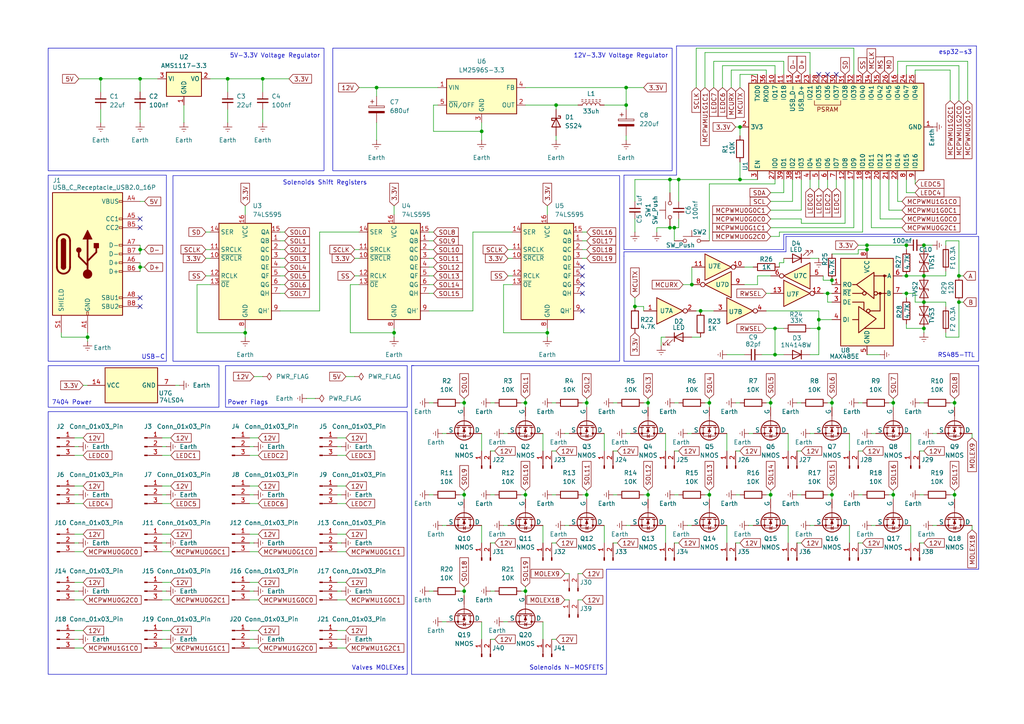
<source format=kicad_sch>
(kicad_sch (version 20250114) (generator "eeschema") (generator_version "9.0")
  (paper "A4")
  (title_block (title "Parallel Valve Controller RS485") (date "2025-03-08") (rev "A") (company "IDR"))
  (rectangle (start 304.165 11.557) (end 433.705 65.405))
  (rectangle (start 13.97 13.97) (end 93.98 49.53))
  (rectangle (start 13.97 50.8) (end 48.26 104.775))
  (rectangle (start 65.405 106.045) (end 118.11 118.11))
  (rectangle (start 96.52 13.97) (end 194.945 49.53))
  (rectangle (start 13.97 119.38) (end 118.11 195.58))
  (rectangle (start 481.33 67.31) (end 504.19 81.915))
  (rectangle (start 435.61 11.811) (end 628.015 65.151))
  (rectangle (start 13.97 106.045) (end 63.5 118.11))
  (rectangle (start 50.165 50.927) (end 179.705 104.775))
  (rectangle (start 481.33 83.185) (end 504.19 94.615))
  (text "Solenoids Shift Registers" (at 94.234 53.086 0) (effects (font (size 1.27 1.27))))
  (text "USB-C" (at 44.45 103.632 0) (effects (font (size 1.27 1.27))))
  (text "RS485-TTL" (at 277.368 103.124 0) (effects (font (size 1.27 1.27))))
  (text "Mixer Motors Shift Registers" (at 348.234 13.716 0) (effects (font (size 1.27 1.27))))
  (text "RS485 MOLEX" (at 496.824 80.518 0) (effects (font (size 1.27 1.27))))
  (text "12V XT90" (at 498.856 93.472 0) (effects (font (size 1.27 1.27))))
  (text "esp32-s3" (at 277.114 15.24 0) (effects (font (size 1.27 1.27))))
  (text "Valves MOLEXes" (at 109.728 193.802 0) (effects (font (size 1.27 1.27))))
  (text "Mixing Motors MOLEXes" (at 348.234 155.448 0) (effects (font (size 1.27 1.27))))
  (text "7404 Power" (at 20.828 116.84 0) (effects (font (size 1.27 1.27))))
  (text "I2C MOLEXes" (at 620.522 63.5 0) (effects (font (size 1.27 1.27))))
  (text "Power Flags" (at 71.882 116.84 0) (effects (font (size 1.27 1.27))))
  (text "5V-3.3V Voltage Regulator" (at 79.756 16.256 0) (effects (font (size 1.27 1.27))))
  (text "12V-3.3V Voltage Regulator" (at 180.086 16.256 0) (effects (font (size 1.27 1.27))))
  (text "Solenoids N-MOSFETS" (at 164.338 193.802 0) (effects (font (size 1.27 1.27))))
  (junction (at 530.86 19.05))
  (junction (at 224.79 95.25))
  (junction (at 194.31 66.04))
  (junction (at 251.46 72.39))
  (junction (at 563.88 24.13))
  (junction (at 170.18 143.51))
  (junction (at 505.46 58.42))
  (junction (at 325.12 57.15))
  (junction (at 412.75 57.15))
  (junction (at 547.37 24.13))
  (junction (at 241.3 143.51))
  (junction (at 251.46 71.12))
  (junction (at 464.82 24.13))
  (junction (at 455.93 39.37))
  (junction (at 356.87 105.41))
  (junction (at 223.52 143.51))
  (junction (at 427.99 78.74))
  (junction (at 588.01 58.42))
  (junction (at 114.3 96.52))
  (junction (at 241.3 116.84))
  (junction (at 339.09 105.41))
  (junction (at 505.46 39.37))
  (junction (at 596.9 19.05))
  (junction (at 40.64 22.86))
  (junction (at 472.44 39.37))
  (junction (at 240.03 85.09))
  (junction (at 278.13 80.01))
  (junction (at 267.97 87.63))
  (junction (at 488.95 58.42))
  (junction (at 181.61 30.48))
  (junction (at 481.33 24.13))
  (junction (at 25.4 97.79))
  (junction (at 554.99 58.42))
  (junction (at 392.43 78.74))
  (junction (at 455.93 58.42))
  (junction (at 194.31 52.07))
  (junction (at 237.49 95.25))
  (junction (at 488.95 39.37))
  (junction (at 445.77 105.41))
  (junction (at 152.4 116.84))
  (junction (at 181.61 25.4))
  (junction (at 267.97 95.25))
  (junction (at 521.97 58.42))
  (junction (at 463.55 105.41))
  (junction (at 276.86 116.84))
  (junction (at 321.31 105.41))
  (junction (at 514.35 24.13))
  (junction (at 448.31 24.13))
  (junction (at 410.21 78.74))
  (junction (at 205.74 143.51))
  (junction (at 224.79 102.87))
  (junction (at 203.2 90.17))
  (junction (at 262.89 71.12))
  (junction (at 134.62 116.84))
  (junction (at 152.4 143.51))
  (junction (at 339.09 78.74))
  (junction (at 374.65 78.74))
  (junction (at 152.4 171.45))
  (junction (at 563.88 19.05))
  (junction (at 521.97 39.37))
  (junction (at 214.63 52.07))
  (junction (at 596.9 24.13))
  (junction (at 514.35 19.05))
  (junction (at 66.04 22.86))
  (junction (at 580.39 19.05))
  (junction (at 158.75 96.52))
  (junction (at 223.52 116.84))
  (junction (at 29.21 22.86))
  (junction (at 267.97 71.12))
  (junction (at 40.64 72.39))
  (junction (at 267.97 80.01))
  (junction (at 427.99 105.41))
  (junction (at 368.3 57.15))
  (junction (at 278.13 87.63))
  (junction (at 259.08 143.51))
  (junction (at 604.52 39.37))
  (junction (at 109.22 25.4))
  (junction (at 262.89 85.09))
  (junction (at 571.5 39.37))
  (junction (at 134.62 143.51))
  (junction (at 262.89 80.01))
  (junction (at 410.21 105.41))
  (junction (at 321.31 78.74))
  (junction (at 445.77 78.74))
  (junction (at 214.63 36.83))
  (junction (at 374.65 105.41))
  (junction (at 139.7 38.1))
  (junction (at 472.44 58.42))
  (junction (at 200.66 82.55))
  (junction (at 161.29 30.48))
  (junction (at 195.58 66.04))
  (junction (at 259.08 116.84))
  (junction (at 170.18 116.84))
  (junction (at 448.31 19.05))
  (junction (at 392.43 105.41))
  (junction (at 356.87 78.74))
  (junction (at 205.74 116.84))
  (junction (at 237.49 92.71))
  (junction (at 588.01 39.37))
  (junction (at 604.52 58.42))
  (junction (at 530.86 24.13))
  (junction (at 580.39 24.13))
  (junction (at 76.2 22.86))
  (junction (at 464.82 19.05))
  (junction (at 571.5 58.42))
  (junction (at 134.62 171.45))
  (junction (at 321.31 133.35))
  (junction (at 184.15 88.9))
  (junction (at 497.84 19.05))
  (junction (at 196.85 52.07))
  (junction (at 497.84 24.13))
  (junction (at 538.48 39.37))
  (junction (at 241.3 81.28))
  (junction (at 538.48 58.42))
  (junction (at 339.09 133.35))
  (junction (at 40.64 77.47))
  (junction (at 276.86 143.51))
  (junction (at 481.33 19.05))
  (junction (at 463.55 78.74))
  (junction (at 187.96 116.84))
  (junction (at 187.96 143.51))
  (junction (at 71.12 96.52))
  (junction (at 554.99 39.37))
  (junction (at 547.37 19.05))
  (no_connect (at 422.91 40.64))
  (no_connect (at 168.91 80.01))
  (no_connect (at 240.03 21.59))
  (no_connect (at 242.57 21.59))
  (no_connect (at 168.91 82.55))
  (no_connect (at 168.91 85.09))
  (no_connect (at 40.64 88.9))
  (no_connect (at 168.91 90.17))
  (no_connect (at 40.64 66.04))
  (no_connect (at 422.91 50.8))
  (no_connect (at 40.64 86.36))
  (no_connect (at 237.49 21.59))
  (no_connect (at 422.91 38.1))
  (no_connect (at 422.91 43.18))
  (no_connect (at 168.91 77.47))
  (no_connect (at 40.64 63.5))
  (no_connect (at 422.91 45.72))
  (wire (pts (xy 71.12 59.69) (xy 71.12 62.23)))
  (wire (pts (xy 514.35 19.05) (xy 530.86 19.05)))
  (polyline (pts (xy 480.06 126.365) (xy 361.315 126.365)))
  (wire (pts (xy 444.5 105.41) (xy 445.77 105.41)))
  (wire (pts (xy 245.11 64.77) (xy 245.11 52.07)))
  (wire (pts (xy 262.89 19.05) (xy 262.89 21.59)))
  (wire (pts (xy 481.33 19.05) (xy 481.33 24.13)))
  (wire (pts (xy 346.71 92.71) (xy 347.98 92.71)))
  (wire (pts (xy 400.05 78.74) (xy 401.32 78.74)))
  (wire (pts (xy 455.93 39.37) (xy 455.93 58.42)))
  (wire (pts (xy 464.82 48.26) (xy 464.82 39.37)))
  (wire (pts (xy 222.25 95.25) (xy 224.79 95.25)))
  (wire (pts (xy 464.82 19.05) (xy 464.82 24.13)))
  (wire (pts (xy 224.79 102.87) (xy 227.33 102.87)))
  (wire (pts (xy 615.95 58.42) (xy 617.22 58.42)))
  (wire (pts (xy 481.33 48.26) (xy 481.33 39.37)))
  (wire (pts (xy 374.65 104.14) (xy 374.65 105.41)))
  (wire (pts (xy 224.79 53.34) (xy 224.79 52.07)))
  (wire (pts (xy 237.49 90.17) (xy 237.49 92.71)))
  (wire (pts (xy 88.9 115.57) (xy 91.44 115.57)))
  (wire (pts (xy 346.71 147.32) (xy 347.98 147.32)))
  (wire (pts (xy 142.24 171.45) (xy 143.51 171.45)))
  (wire (pts (xy 242.57 54.61) (xy 242.57 52.07)))
  (wire (pts (xy 530.86 48.26) (xy 530.86 39.37)))
  (wire (pts (xy 481.33 24.13) (xy 481.33 31.75)))
  (wire (pts (xy 314.96 142.24) (xy 316.23 142.24)))
  (wire (pts (xy 151.13 143.51) (xy 152.4 143.51)))
  (wire (pts (xy 21.59 157.48) (xy 22.86 157.48)))
  (wire (pts (xy 194.31 52.07) (xy 196.85 52.07)))
  (wire (pts (xy 25.4 96.52) (xy 25.4 97.79)))
  (wire (pts (xy 364.49 92.71) (xy 365.76 92.71)))
  (wire (pts (xy 175.26 125.73) (xy 175.26 130.81)))
  (wire (pts (xy 472.44 58.42) (xy 488.95 58.42)))
  (wire (pts (xy 311.15 57.15) (xy 325.12 57.15)))
  (wire (pts (xy 60.96 82.55) (xy 57.15 82.55)))
  (wire (pts (xy 326.39 87.63) (xy 326.39 92.71)))
  (wire (pts (xy 563.88 39.37) (xy 558.8 39.37)))
  (wire (pts (xy 549.91 31.75) (xy 549.91 24.13)))
  (wire (pts (xy 181.61 25.4) (xy 186.69 25.4)))
  (wire (pts (xy 328.93 147.32) (xy 330.2 147.32)))
  (wire (pts (xy 481.33 19.05) (xy 497.84 19.05)))
  (wire (pts (xy 448.31 24.13) (xy 448.31 31.75)))
  (wire (pts (xy 195.58 143.51) (xy 196.85 143.51)))
  (wire (pts (xy 124.46 77.47) (xy 125.73 77.47)))
  (wire (pts (xy 339.09 78.74) (xy 339.09 80.01)))
  (wire (pts (xy 476.25 24.13) (xy 481.33 24.13)))
  (wire (pts (xy 563.88 48.26) (xy 563.88 39.37)))
  (wire (pts (xy 81.28 85.09) (xy 82.55 85.09)))
  (wire (pts (xy 21.59 173.99) (xy 24.13 173.99)))
  (wire (pts (xy 232.41 60.96) (xy 232.41 52.07)))
  (wire (pts (xy 222.25 90.17) (xy 237.49 90.17)))
  (wire (pts (xy 468.63 87.63) (xy 468.63 92.71)))
  (wire (pts (xy 350.52 114.3) (xy 351.79 114.3)))
  (wire (pts (xy 137.16 67.31) (xy 148.59 67.31)))
  (wire (pts (xy 184.15 63.5) (xy 184.15 67.31)))
  (wire (pts (xy 168.91 69.85) (xy 170.18 69.85)))
  (wire (pts (xy 521.97 39.37) (xy 521.97 58.42)))
  (wire (pts (xy 547.37 39.37) (xy 542.29 39.37)))
  (polyline (pts (xy 227.33 67.945) (xy 227.33 72.39)))
  (wire (pts (xy 417.83 105.41) (xy 419.1 105.41)))
  (wire (pts (xy 554.99 39.37) (xy 554.99 58.42)))
  (wire (pts (xy 21.59 171.45) (xy 22.86 171.45)))
  (wire (pts (xy 72.39 140.97) (xy 74.93 140.97)))
  (wire (pts (xy 382.27 92.71) (xy 383.54 92.71)))
  (wire (pts (xy 580.39 48.26) (xy 580.39 39.37)))
  (wire (pts (xy 397.51 114.3) (xy 397.51 119.38)))
  (wire (pts (xy 457.2 87.63) (xy 458.47 87.63)))
  (wire (pts (xy 392.43 78.74) (xy 392.43 80.01)))
  (wire (pts (xy 246.38 152.4) (xy 246.38 157.48)))
  (wire (pts (xy 259.08 143.51) (xy 259.08 144.78)))
  (wire (pts (xy 124.46 116.84) (xy 125.73 116.84)))
  (wire (pts (xy 46.99 146.05) (xy 49.53 146.05)))
  (wire (pts (xy 339.09 133.35) (xy 339.09 134.62)))
  (wire (pts (xy 491.49 76.2) (xy 495.3 76.2)))
  (wire (pts (xy 563.88 19.05) (xy 563.88 24.13)))
  (wire (pts (xy 356.87 33.02) (xy 358.14 33.02)))
  (wire (pts (xy 222.25 143.51) (xy 223.52 143.51)))
  (wire (pts (xy 40.64 71.12) (xy 40.64 72.39)))
  (wire (pts (xy 530.86 24.13) (xy 530.86 31.75)))
  (wire (pts (xy 355.6 43.18) (xy 355.6 57.15)))
  (wire (pts (xy 525.78 24.13) (xy 530.86 24.13)))
  (wire (pts (xy 443.23 39.37) (xy 448.31 39.37)))
  (polyline (pts (xy 283.845 104.775) (xy 283.845 68.58)))
  (wire (pts (xy 124.46 85.09) (xy 125.73 85.09)))
  (wire (pts (xy 184.15 86.36) (xy 184.15 88.9)))
  (wire (pts (xy 500.38 31.75) (xy 500.38 24.13)))
  (wire (pts (xy 46.99 127) (xy 49.53 127)))
  (wire (pts (xy 554.99 58.42) (xy 571.5 58.42)))
  (wire (pts (xy 373.38 105.41) (xy 374.65 105.41)))
  (wire (pts (xy 321.31 105.41) (xy 321.31 106.68)))
  (wire (pts (xy 391.16 27.94) (xy 402.59 27.94)))
  (wire (pts (xy 21.59 132.08) (xy 24.13 132.08)))
  (wire (pts (xy 238.76 85.09) (xy 240.03 85.09)))
  (wire (pts (xy 210.82 152.4) (xy 210.82 157.48)))
  (wire (pts (xy 275.59 116.84) (xy 276.86 116.84)))
  (wire (pts (xy 102.87 72.39) (xy 104.14 72.39)))
  (wire (pts (xy 97.79 171.45) (xy 99.06 171.45)))
  (wire (pts (xy 220.98 102.87) (xy 224.79 102.87)))
  (wire (pts (xy 147.32 72.39) (xy 148.59 72.39)))
  (wire (pts (xy 265.43 20.32) (xy 265.43 21.59)))
  (wire (pts (xy 223.52 55.88) (xy 227.33 55.88)))
  (wire (pts (xy 261.62 63.5) (xy 255.27 63.5)))
  (wire (pts (xy 133.35 116.84) (xy 134.62 116.84)))
  (wire (pts (xy 571.5 24.13) (xy 571.5 39.37)))
  (wire (pts (xy 177.8 157.48) (xy 179.07 157.48)))
  (wire (pts (xy 151.13 116.84) (xy 152.4 116.84)))
  (wire (pts (xy 453.39 92.71) (xy 454.66 92.71)))
  (wire (pts (xy 168.91 116.84) (xy 170.18 116.84)))
  (wire (pts (xy 133.35 143.51) (xy 134.62 143.51)))
  (wire (pts (xy 161.29 40.64) (xy 161.29 39.37)))
  (wire (pts (xy 265.43 53.34) (xy 265.43 52.07)))
  (wire (pts (xy 314.96 87.63) (xy 316.23 87.63)))
  (wire (pts (xy 433.07 87.63) (xy 433.07 92.71)))
  (wire (pts (xy 542.29 24.13) (xy 547.37 24.13)))
  (wire (pts (xy 146.05 125.73) (xy 147.32 125.73)))
  (wire (pts (xy 226.06 76.2) (xy 226.06 77.47)))
  (polyline (pts (xy 361.315 156.845) (xy 304.8 156.845)))
  (wire (pts (xy 368.3 57.15) (xy 368.3 58.42)))
  (wire (pts (xy 497.84 19.05) (xy 497.84 24.13)))
  (wire (pts (xy 72.39 160.02) (xy 74.93 160.02)))
  (wire (pts (xy 255.27 102.87) (xy 251.46 102.87)))
  (wire (pts (xy 361.95 114.3) (xy 361.95 119.38)))
  (wire (pts (xy 203.2 90.17) (xy 207.01 90.17)))
  (wire (pts (xy 168.91 74.93) (xy 170.18 74.93)))
  (wire (pts (xy 223.52 115.57) (xy 223.52 116.84)))
  (wire (pts (xy 497.84 19.05) (xy 514.35 19.05)))
  (wire (pts (xy 109.22 25.4) (xy 109.22 27.94)))
  (wire (pts (xy 435.61 105.41) (xy 436.88 105.41)))
  (wire (pts (xy 554.99 39.37) (xy 549.91 39.37)))
  (wire (pts (xy 463.55 77.47) (xy 463.55 78.74)))
  (wire (pts (xy 234.95 152.4) (xy 236.22 152.4)))
  (wire (pts (xy 187.96 115.57) (xy 187.96 116.84)))
  (wire (pts (xy 248.92 157.48) (xy 250.19 157.48)))
  (wire (pts (xy 217.17 125.73) (xy 218.44 125.73)))
  (wire (pts (xy 181.61 25.4) (xy 181.61 30.48)))
  (wire (pts (xy 467.36 31.75) (xy 467.36 24.13)))
  (wire (pts (xy 264.16 125.73) (xy 264.16 130.81)))
  (wire (pts (xy 379.73 87.63) (xy 379.73 92.71)))
  (wire (pts (xy 467.36 39.37) (xy 472.44 39.37)))
  (wire (pts (xy 262.89 55.88) (xy 262.89 52.07)))
  (wire (pts (xy 492.76 39.37) (xy 492.76 24.13)))
  (wire (pts (xy 127 30.48) (xy 125.73 30.48)))
  (wire (pts (xy 231.14 116.84) (xy 232.41 116.84)))
  (polyline (pts (xy 304.8 156.845) (xy 304.8 67.31)))
  (polyline (pts (xy 180.975 73.025) (xy 180.975 74.295)))
  (wire (pts (xy 311.15 105.41) (xy 312.42 105.41)))
  (wire (pts (xy 76.2 31.75) (xy 76.2 35.56)))
  (polyline (pts (xy 227.33 72.39) (xy 180.975 72.39)))
  (wire (pts (xy 270.51 71.12) (xy 267.97 71.12)))
  (wire (pts (xy 262.89 80.01) (xy 267.97 80.01)))
  (wire (pts (xy 439.42 87.63) (xy 440.69 87.63)))
  (wire (pts (xy 201.93 13.97) (xy 247.65 13.97)))
  (wire (pts (xy 563.88 19.05) (xy 580.39 19.05)))
  (wire (pts (xy 368.3 114.3) (xy 369.57 114.3)))
  (wire (pts (xy 279.4 87.63) (xy 278.13 87.63)))
  (wire (pts (xy 21.59 129.54) (xy 22.86 129.54)))
  (wire (pts (xy 554.99 24.13) (xy 554.99 39.37)))
  (wire (pts (xy 488.95 39.37) (xy 488.95 58.42)))
  (wire (pts (xy 538.48 24.13) (xy 538.48 39.37)))
  (wire (pts (xy 124.46 171.45) (xy 125.73 171.45)))
  (wire (pts (xy 311.15 78.74) (xy 312.42 78.74)))
  (wire (pts (xy 262.89 95.25) (xy 267.97 95.25)))
  (wire (pts (xy 134.62 171.45) (xy 134.62 172.72)))
  (wire (pts (xy 382.27 78.74) (xy 383.54 78.74)))
  (wire (pts (xy 248.92 116.84) (xy 250.19 116.84)))
  (wire (pts (xy 97.79 160.02) (xy 100.33 160.02)))
  (wire (pts (xy 261.62 85.09) (xy 262.89 85.09)))
  (wire (pts (xy 205.74 115.57) (xy 205.74 116.84)))
  (wire (pts (xy 337.82 133.35) (xy 339.09 133.35)))
  (wire (pts (xy 392.43 104.14) (xy 392.43 105.41)))
  (wire (pts (xy 114.3 95.25) (xy 114.3 96.52)))
  (wire (pts (xy 483.87 31.75) (xy 483.87 24.13)))
  (wire (pts (xy 124.46 74.93) (xy 125.73 74.93)))
  (wire (pts (xy 566.42 39.37) (xy 566.42 48.26)))
  (wire (pts (xy 392.43 77.47) (xy 392.43 78.74)))
  (wire (pts (xy 200.66 97.79) (xy 203.2 97.79)))
  (wire (pts (xy 187.96 143.51) (xy 187.96 144.78)))
  (wire (pts (xy 262.89 93.98) (xy 262.89 95.25)))
  (wire (pts (xy 386.08 87.63) (xy 387.35 87.63)))
  (wire (pts (xy 46.99 168.91) (xy 49.53 168.91)))
  (wire (pts (xy 104.14 82.55) (xy 101.6 82.55)))
  (wire (pts (xy 339.09 105.41) (xy 339.09 106.68)))
  (wire (pts (xy 46.99 182.88) (xy 49.53 182.88)))
  (wire (pts (xy 488.95 73.66) (xy 495.3 73.66)))
  (wire (pts (xy 215.9 82.55) (xy 219.71 82.55)))
  (wire (pts (xy 97.79 154.94) (xy 100.33 154.94)))
  (wire (pts (xy 400.05 105.41) (xy 401.32 105.41)))
  (wire (pts (xy 102.87 80.01) (xy 104.14 80.01)))
  (wire (pts (xy 231.14 157.48) (xy 232.41 157.48)))
  (wire (pts (xy 483.87 39.37) (xy 483.87 48.26)))
  (wire (pts (xy 463.55 105.41) (xy 463.55 106.68)))
  (wire (pts (xy 53.34 30.48) (xy 53.34 35.56)))
  (wire (pts (xy 124.46 69.85) (xy 125.73 69.85)))
  (wire (pts (xy 102.87 74.93) (xy 104.14 74.93)))
  (wire (pts (xy 505.46 39.37) (xy 505.46 58.42)))
  (wire (pts (xy 168.91 67.31) (xy 170.18 67.31)))
  (wire (pts (xy 582.93 24.13) (xy 588.01 24.13)))
  (wire (pts (xy 435.61 119.38) (xy 436.88 119.38)))
  (wire (pts (xy 217.17 152.4) (xy 218.44 152.4)))
  (wire (pts (xy 259.08 142.24) (xy 259.08 143.51)))
  (wire (pts (xy 161.29 30.48) (xy 152.4 30.48)))
  (wire (pts (xy 274.32 78.74) (xy 274.32 80.01)))
  (wire (pts (xy 231.14 143.51) (xy 232.41 143.51)))
  (wire (pts (xy 46.99 140.97) (xy 49.53 140.97)))
  (wire (pts (xy 205.74 143.51) (xy 205.74 144.78)))
  (wire (pts (xy 491.49 86.36) (xy 495.3 86.36)))
  (wire (pts (xy 81.28 82.55) (xy 82.55 82.55)))
  (wire (pts (xy 194.31 66.04) (xy 195.58 66.04)))
  (wire (pts (xy 614.68 19.05) (xy 615.95 19.05)))
  (wire (pts (xy 320.04 105.41) (xy 321.31 105.41)))
  (wire (pts (xy 161.29 30.48) (xy 167.64 30.48)))
  (wire (pts (xy 240.03 87.63) (xy 240.03 85.09)))
  (wire (pts (xy 142.24 143.51) (xy 143.51 143.51)))
  (wire (pts (xy 476.25 39.37) (xy 476.25 24.13)))
  (wire (pts (xy 195.58 116.84) (xy 196.85 116.84)))
  (polyline (pts (xy 283.845 106.045) (xy 283.845 165.1)))
  (wire (pts (xy 459.74 39.37) (xy 459.74 24.13)))
  (wire (pts (xy 481.33 39.37) (xy 476.25 39.37)))
  (wire (pts (xy 566.42 31.75) (xy 566.42 24.13)))
  (wire (pts (xy 40.64 26.67) (xy 40.64 22.86)))
  (wire (pts (xy 177.8 116.84) (xy 179.07 116.84)))
  (polyline (pts (xy 196.215 13.335) (xy 283.21 13.335)))
  (wire (pts (xy 549.91 24.13) (xy 554.99 24.13)))
  (wire (pts (xy 97.79 173.99) (xy 100.33 173.99)))
  (wire (pts (xy 355.6 78.74) (xy 356.87 78.74)))
  (wire (pts (xy 226.06 68.58) (xy 226.06 67.31)))
  (wire (pts (xy 41.91 72.39) (xy 40.64 72.39)))
  (wire (pts (xy 356.87 78.74) (xy 356.87 80.01)))
  (wire (pts (xy 321.31 133.35) (xy 321.31 134.62)))
  (wire (pts (xy 152.4 170.18) (xy 152.4 171.45)))
  (wire (pts (xy 463.55 78.74) (xy 463.55 80.01)))
  (wire (pts (xy 261.62 58.42) (xy 260.35 58.42)))
  (wire (pts (xy 538.48 39.37) (xy 538.48 58.42)))
  (wire (pts (xy 139.7 38.1) (xy 139.7 40.64)))
  (wire (pts (xy 109.22 35.56) (xy 109.22 40.64)))
  (wire (pts (xy 266.7 130.81) (xy 267.97 130.81)))
  (wire (pts (xy 186.69 88.9) (xy 186.69 90.17)))
  (wire (pts (xy 46.99 132.08) (xy 49.53 132.08)))
  (wire (pts (xy 265.43 55.88) (xy 262.89 55.88)))
  (polyline (pts (xy 175.895 195.58) (xy 119.38 195.58)))
  (wire (pts (xy 427.99 105.41) (xy 427.99 106.68)))
  (wire (pts (xy 152.4 143.51) (xy 152.4 144.78)))
  (wire (pts (xy 462.28 78.74) (xy 463.55 78.74)))
  (wire (pts (xy 66.04 22.86) (xy 66.04 26.67)))
  (wire (pts (xy 231.14 130.81) (xy 232.41 130.81)))
  (wire (pts (xy 241.3 87.63) (xy 240.03 87.63)))
  (wire (pts (xy 267.97 80.01) (xy 274.32 80.01)))
  (wire (pts (xy 266.7 116.84) (xy 267.97 116.84)))
  (wire (pts (xy 40.64 72.39) (xy 40.64 73.66)))
  (wire (pts (xy 379.73 114.3) (xy 379.73 119.38)))
  (wire (pts (xy 160.02 185.42) (xy 161.29 185.42)))
  (wire (pts (xy 328.93 92.71) (xy 330.2 92.71)))
  (wire (pts (xy 46.99 160.02) (xy 49.53 160.02)))
  (wire (pts (xy 168.91 72.39) (xy 170.18 72.39)))
  (wire (pts (xy 81.28 67.31) (xy 82.55 67.31)))
  (wire (pts (xy 591.82 39.37) (xy 591.82 24.13)))
  (wire (pts (xy 591.82 24.13) (xy 596.9 24.13)))
  (wire (pts (xy 232.41 64.77) (xy 245.11 64.77)))
  (wire (pts (xy 450.85 114.3) (xy 450.85 119.38)))
  (wire (pts (xy 167.64 166.37) (xy 168.91 166.37)))
  (wire (pts (xy 214.63 21.59) (xy 214.63 25.4)))
  (wire (pts (xy 278.13 29.21) (xy 278.13 19.05)))
  (polyline (pts (xy 175.895 165.1) (xy 175.895 195.58)))
  (wire (pts (xy 448.31 48.26) (xy 448.31 39.37)))
  (wire (pts (xy 81.28 90.17) (xy 92.71 90.17)))
  (wire (pts (xy 181.61 125.73) (xy 182.88 125.73)))
  (wire (pts (xy 21.59 160.02) (xy 24.13 160.02)))
  (wire (pts (xy 505.46 39.37) (xy 500.38 39.37)))
  (wire (pts (xy 326.39 114.3) (xy 326.39 119.38)))
  (wire (pts (xy 596.9 24.13) (xy 596.9 31.75)))
  (wire (pts (xy 400.05 92.71) (xy 401.32 92.71)))
  (wire (pts (xy 547.37 19.05) (xy 547.37 24.13)))
  (polyline (pts (xy 480.06 67.31) (xy 480.06 126.365)))
  (wire (pts (xy 533.4 31.75) (xy 533.4 24.13)))
  (wire (pts (xy 533.4 24.13) (xy 538.48 24.13)))
  (wire (pts (xy 457.2 114.3) (xy 458.47 114.3)))
  (wire (pts (xy 229.87 52.07) (xy 229.87 58.42)))
  (wire (pts (xy 339.09 77.47) (xy 339.09 78.74)))
  (wire (pts (xy 450.85 31.75) (xy 450.85 24.13)))
  (wire (pts (xy 22.86 22.86) (xy 29.21 22.86)))
  (wire (pts (xy 224.79 95.25) (xy 224.79 102.87)))
  (wire (pts (xy 104.14 25.4) (xy 109.22 25.4)))
  (wire (pts (xy 547.37 24.13) (xy 547.37 31.75)))
  (wire (pts (xy 566.42 24.13) (xy 571.5 24.13)))
  (wire (pts (xy 226.06 67.31) (xy 250.19 67.31)))
  (wire (pts (xy 72.39 171.45) (xy 73.66 171.45)))
  (wire (pts (xy 234.95 54.61) (xy 234.95 52.07)))
  (wire (pts (xy 241.3 142.24) (xy 241.3 143.51)))
  (wire (pts (xy 538.48 39.37) (xy 533.4 39.37)))
  (wire (pts (xy 201.93 90.17) (xy 203.2 90.17)))
  (wire (pts (xy 124.46 67.31) (xy 125.73 67.31)))
  (wire (pts (xy 46.99 187.96) (xy 49.53 187.96)))
  (wire (pts (xy 97.79 168.91) (xy 100.33 168.91)))
  (wire (pts (xy 25.4 97.79) (xy 25.4 99.06)))
  (wire (pts (xy 241.3 143.51) (xy 241.3 144.78)))
  (wire (pts (xy 374.65 105.41) (xy 374.65 106.68)))
  (wire (pts (xy 427.99 78.74) (xy 427.99 80.01)))
  (wire (pts (xy 368.3 20.32) (xy 368.3 22.86)))
  (wire (pts (xy 71.12 96.52) (xy 71.12 97.79)))
  (wire (pts (xy 175.26 152.4) (xy 175.26 157.48)))
  (wire (pts (xy 232.41 63.5) (xy 232.41 64.77)))
  (wire (pts (xy 267.97 95.25) (xy 267.97 96.52)))
  (wire (pts (xy 146.05 82.55) (xy 146.05 96.52)))
  (wire (pts (xy 445.77 78.74) (xy 445.77 80.01)))
  (wire (pts (xy 238.76 81.28) (xy 241.3 81.28)))
  (wire (pts (xy 234.95 125.73) (xy 236.22 125.73)))
  (wire (pts (xy 401.32 33.02) (xy 402.59 33.02)))
  (wire (pts (xy 251.46 71.12) (xy 251.46 72.39)))
  (wire (pts (xy 128.27 125.73) (xy 129.54 125.73)))
  (wire (pts (xy 335.28 30.48) (xy 336.55 30.48)))
  (wire (pts (xy 275.59 20.32) (xy 265.43 20.32)))
  (wire (pts (xy 444.5 78.74) (xy 445.77 78.74)))
  (wire (pts (xy 596.9 19.05) (xy 596.9 24.13)))
  (wire (pts (xy 275.59 143.51) (xy 276.86 143.51)))
  (wire (pts (xy 320.04 133.35) (xy 321.31 133.35)))
  (wire (pts (xy 234.95 95.25) (xy 237.49 95.25)))
  (wire (pts (xy 321.31 77.47) (xy 321.31 78.74)))
  (wire (pts (xy 241.3 115.57) (xy 241.3 116.84)))
  (polyline (pts (xy 119.38 106.045) (xy 283.845 106.045)))
  (wire (pts (xy 46.99 157.48) (xy 48.26 157.48)))
  (wire (pts (xy 488.95 71.12) (xy 495.3 71.12)))
  (wire (pts (xy 435.61 92.71) (xy 436.88 92.71)))
  (wire (pts (xy 530.86 39.37) (xy 525.78 39.37)))
  (wire (pts (xy 21.59 185.42) (xy 22.86 185.42)))
  (wire (pts (xy 214.63 52.07) (xy 219.71 52.07)))
  (wire (pts (xy 238.76 80.01) (xy 238.76 81.28)))
  (wire (pts (xy 204.47 15.24) (xy 204.47 25.4)))
  (wire (pts (xy 278.13 87.63) (xy 278.13 97.79)))
  (wire (pts (xy 170.18 142.24) (xy 170.18 143.51)))
  (wire (pts (xy 237.49 95.25) (xy 237.49 102.87)))
  (wire (pts (xy 205.74 116.84) (xy 205.74 118.11)))
  (wire (pts (xy 346.71 50.8) (xy 346.71 27.94)))
  (wire (pts (xy 160.02 116.84) (xy 161.29 116.84)))
  (wire (pts (xy 276.86 115.57) (xy 276.86 116.84)))
  (wire (pts (xy 588.01 58.42) (xy 604.52 58.42)))
  (wire (pts (xy 530.86 19.05) (xy 547.37 19.05)))
  (wire (pts (xy 260.35 58.42) (xy 260.35 52.07)))
  (wire (pts (xy 453.39 78.74) (xy 454.66 78.74)))
  (wire (pts (xy 391.16 78.74) (xy 392.43 78.74)))
  (wire (pts (xy 374.65 77.47) (xy 374.65 78.74)))
  (wire (pts (xy 588.01 39.37) (xy 588.01 58.42)))
  (wire (pts (xy 248.92 143.51) (xy 250.19 143.51)))
  (wire (pts (xy 240.03 54.61) (xy 240.03 52.07)))
  (wire (pts (xy 514.35 39.37) (xy 509.27 39.37)))
  (wire (pts (xy 40.64 22.86) (xy 45.72 22.86)))
  (wire (pts (xy 549.91 39.37) (xy 549.91 48.26)))
  (wire (pts (xy 445.77 19.05) (xy 448.31 19.05)))
  (wire (pts (xy 191.77 97.79) (xy 191.77 100.33)))
  (wire (pts (xy 187.96 116.84) (xy 187.96 118.11)))
  (wire (pts (xy 344.17 142.24) (xy 344.17 147.32)))
  (wire (pts (xy 450.85 87.63) (xy 450.85 92.71)))
  (wire (pts (xy 400.05 57.15) (xy 412.75 57.15)))
  (wire (pts (xy 181.61 152.4) (xy 182.88 152.4)))
  (wire (pts (xy 339.09 132.08) (xy 339.09 133.35)))
  (wire (pts (xy 72.39 173.99) (xy 74.93 173.99)))
  (wire (pts (xy 146.05 96.52) (xy 158.75 96.52)))
  (wire (pts (xy 403.86 114.3) (xy 405.13 114.3)))
  (wire (pts (xy 604.52 39.37) (xy 604.52 58.42)))
  (wire (pts (xy 81.28 72.39) (xy 82.55 72.39)))
  (polyline (pts (xy 180.975 74.295) (xy 180.975 104.775)))
  (wire (pts (xy 241.3 116.84) (xy 241.3 118.11)))
  (wire (pts (xy 204.47 143.51) (xy 205.74 143.51)))
  (wire (pts (xy 314.96 114.3) (xy 316.23 114.3)))
  (wire (pts (xy 361.95 87.63) (xy 361.95 92.71)))
  (wire (pts (xy 72.39 143.51) (xy 73.66 143.51)))
  (wire (pts (xy 328.93 78.74) (xy 330.2 78.74)))
  (wire (pts (xy 124.46 90.17) (xy 137.16 90.17)))
  (wire (pts (xy 410.21 104.14) (xy 410.21 105.41)))
  (wire (pts (xy 161.29 31.75) (xy 161.29 30.48)))
  (wire (pts (xy 97.79 127) (xy 100.33 127)))
  (wire (pts (xy 514.35 48.26) (xy 514.35 39.37)))
  (wire (pts (xy 213.36 116.84) (xy 214.63 116.84)))
  (wire (pts (xy 241.3 73.66) (xy 248.92 73.66)))
  (wire (pts (xy 124.46 143.51) (xy 125.73 143.51)))
  (wire (pts (xy 265.43 85.09) (xy 265.43 87.63)))
  (wire (pts (xy 175.26 30.48) (xy 181.61 30.48)))
  (wire (pts (xy 97.79 157.48) (xy 99.06 157.48)))
  (wire (pts (xy 445.77 105.41) (xy 445.77 106.68)))
  (wire (pts (xy 450.85 48.26) (xy 450.85 39.37)))
  (wire (pts (xy 547.37 19.05) (xy 563.88 19.05)))
  (wire (pts (xy 128.27 152.4) (xy 129.54 152.4)))
  (wire (pts (xy 252.73 152.4) (xy 254 152.4)))
  (wire (pts (xy 209.55 19.05) (xy 209.55 25.4)))
  (wire (pts (xy 109.22 25.4) (xy 127 25.4)))
  (wire (pts (xy 521.97 24.13) (xy 521.97 39.37)))
  (wire (pts (xy 21.59 140.97) (xy 24.13 140.97)))
  (wire (pts (xy 187.96 142.24) (xy 187.96 143.51)))
  (wire (pts (xy 191.77 97.79) (xy 193.04 97.79)))
  (wire (pts (xy 462.28 105.41) (xy 463.55 105.41)))
  (wire (pts (xy 40.64 76.2) (xy 40.64 77.47)))
  (wire (pts (xy 163.83 152.4) (xy 165.1 152.4)))
  (wire (pts (xy 525.78 39.37) (xy 525.78 24.13)))
  (wire (pts (xy 588.01 24.13) (xy 588.01 39.37)))
  (wire (pts (xy 604.52 39.37) (xy 599.44 39.37)))
  (wire (pts (xy 237.49 92.71) (xy 237.49 95.25)))
  (wire (pts (xy 415.29 114.3) (xy 415.29 119.38)))
  (wire (pts (xy 571.5 39.37) (xy 566.42 39.37)))
  (polyline (pts (xy 283.21 13.335) (xy 283.21 67.945)))
  (wire (pts (xy 213.36 36.83) (xy 214.63 36.83)))
  (wire (pts (xy 346.71 119.38) (xy 347.98 119.38)))
  (wire (pts (xy 147.32 80.01) (xy 148.59 80.01)))
  (wire (pts (xy 538.48 58.42) (xy 554.99 58.42)))
  (polyline (pts (xy 361.315 126.365) (xy 361.315 156.845)))
  (wire (pts (xy 516.89 39.37) (xy 516.89 48.26)))
  (wire (pts (xy 193.04 152.4) (xy 193.04 157.48)))
  (wire (pts (xy 46.99 129.54) (xy 48.26 129.54)))
  (wire (pts (xy 71.12 95.25) (xy 71.12 96.52)))
  (wire (pts (xy 146.05 152.4) (xy 147.32 152.4)))
  (wire (pts (xy 241.3 81.28) (xy 241.3 82.55)))
  (wire (pts (xy 114.3 59.69) (xy 114.3 62.23)))
  (wire (pts (xy 335.28 33.02) (xy 336.55 33.02)))
  (wire (pts (xy 40.64 31.75) (xy 40.64 35.56)))
  (wire (pts (xy 195.58 130.81) (xy 196.85 130.81)))
  (wire (pts (xy 57.15 96.52) (xy 71.12 96.52)))
  (wire (pts (xy 124.46 72.39) (xy 125.73 72.39)))
  (wire (pts (xy 114.3 96.52) (xy 114.3 97.79)))
  (wire (pts (xy 488.95 24.13) (xy 488.95 39.37)))
  (wire (pts (xy 483.87 24.13) (xy 488.95 24.13)))
  (wire (pts (xy 152.4 115.57) (xy 152.4 116.84)))
  (wire (pts (xy 100.33 109.22) (xy 102.87 109.22)))
  (wire (pts (xy 134.62 143.51) (xy 134.62 144.78)))
  (wire (pts (xy 599.44 31.75) (xy 599.44 24.13)))
  (wire (pts (xy 250.19 67.31) (xy 250.19 52.07)))
  (wire (pts (xy 265.43 87.63) (xy 267.97 87.63)))
  (wire (pts (xy 196.85 63.5) (xy 196.85 66.04)))
  (wire (pts (xy 134.62 170.18) (xy 134.62 171.45)))
  (wire (pts (xy 59.69 72.39) (xy 60.96 72.39)))
  (wire (pts (xy 422.91 27.94) (xy 424.18 27.94)))
  (wire (pts (xy 252.73 66.04) (xy 252.73 52.07)))
  (wire (pts (xy 356.87 77.47) (xy 356.87 78.74)))
  (wire (pts (xy 205.74 69.85) (xy 205.74 53.34)))
  (wire (pts (xy 158.75 95.25) (xy 158.75 96.52)))
  (wire (pts (xy 194.31 52.07) (xy 194.31 55.88)))
  (wire (pts (xy 417.83 78.74) (xy 419.1 78.74)))
  (wire (pts (xy 516.89 24.13) (xy 521.97 24.13)))
  (wire (pts (xy 257.81 143.51) (xy 259.08 143.51)))
  (wire (pts (xy 468.63 114.3) (xy 468.63 119.38)))
  (wire (pts (xy 400.05 119.38) (xy 401.32 119.38)))
  (wire (pts (xy 450.85 24.13) (xy 455.93 24.13)))
  (wire (pts (xy 382.27 105.41) (xy 383.54 105.41)))
  (wire (pts (xy 227.33 55.88) (xy 227.33 52.07)))
  (wire (pts (xy 215.9 77.47) (xy 218.44 77.47)))
  (wire (pts (xy 76.2 26.67) (xy 76.2 22.86)))
  (wire (pts (xy 29.21 31.75) (xy 29.21 35.56)))
  (wire (pts (xy 281.94 152.4) (xy 281.94 153.67)))
  (wire (pts (xy 210.82 102.87) (xy 215.9 102.87)))
  (wire (pts (xy 392.43 105.41) (xy 392.43 106.68)))
  (wire (pts (xy 134.62 116.84) (xy 134.62 118.11)))
  (wire (pts (xy 46.99 143.51) (xy 48.26 143.51)))
  (wire (pts (xy 264.16 152.4) (xy 264.16 157.48)))
  (wire (pts (xy 313.69 40.64) (xy 314.96 40.64)))
  (wire (pts (xy 267.97 71.12) (xy 267.97 72.39)))
  (wire (pts (xy 497.84 48.26) (xy 497.84 39.37)))
  (wire (pts (xy 276.86 116.84) (xy 276.86 118.11)))
  (wire (pts (xy 97.79 143.51) (xy 99.06 143.51)))
  (wire (pts (xy 596.9 39.37) (xy 591.82 39.37)))
  (wire (pts (xy 344.17 87.63) (xy 344.17 92.71)))
  (wire (pts (xy 604.52 58.42) (xy 608.33 58.42)))
  (wire (pts (xy 335.28 27.94) (xy 336.55 27.94)))
  (wire (pts (xy 492.76 88.9) (xy 495.3 88.9)))
  (wire (pts (xy 125.73 38.1) (xy 139.7 38.1)))
  (wire (pts (xy 223.52 63.5) (xy 232.41 63.5)))
  (wire (pts (xy 314.96 43.18) (xy 311.15 43.18)))
  (wire (pts (xy 443.23 39.37) (xy 443.23 24.13)))
  (wire (pts (xy 588.01 39.37) (xy 582.93 39.37)))
  (wire (pts (xy 364.49 119.38) (xy 365.76 119.38)))
  (wire (pts (xy 378.46 27.94) (xy 379.73 27.94)))
  (wire (pts (xy 471.17 119.38) (xy 472.44 119.38)))
  (wire (pts (xy 500.38 39.37) (xy 500.38 48.26)))
  (wire (pts (xy 227.33 17.78) (xy 227.33 21.59)))
  (wire (pts (xy 417.83 92.71) (xy 419.1 92.71)))
  (wire (pts (xy 66.04 31.75) (xy 66.04 35.56)))
  (wire (pts (xy 186.69 143.51) (xy 187.96 143.51)))
  (wire (pts (xy 72.39 157.48) (xy 73.66 157.48)))
  (wire (pts (xy 558.8 39.37) (xy 558.8 24.13)))
  (wire (pts (xy 152.4 25.4) (xy 181.61 25.4)))
  (wire (pts (xy 313.69 35.56) (xy 314.96 35.56)))
  (wire (pts (xy 402.59 43.18) (xy 400.05 43.18)))
  (wire (pts (xy 97.79 132.08) (xy 100.33 132.08)))
  (wire (pts (xy 72.39 154.94) (xy 74.93 154.94)))
  (wire (pts (xy 328.93 105.41) (xy 330.2 105.41)))
  (wire (pts (xy 59.69 67.31) (xy 60.96 67.31)))
  (wire (pts (xy 222.25 116.84) (xy 223.52 116.84)))
  (wire (pts (xy 21.59 146.05) (xy 24.13 146.05)))
  (wire (pts (xy 190.5 67.31) (xy 190.5 66.04)))
  (wire (pts (xy 204.47 116.84) (xy 205.74 116.84)))
  (wire (pts (xy 97.79 185.42) (xy 99.06 185.42)))
  (wire (pts (xy 223.52 68.58) (xy 226.06 68.58)))
  (wire (pts (xy 358.14 43.18) (xy 355.6 43.18)))
  (wire (pts (xy 313.69 33.02) (xy 314.96 33.02)))
  (wire (pts (xy 222.25 85.09) (xy 223.52 85.09)))
  (wire (pts (xy 223.52 143.51) (xy 223.52 144.78)))
  (wire (pts (xy 274.32 69.85) (xy 274.32 71.12)))
  (wire (pts (xy 142.24 116.84) (xy 143.51 116.84)))
  (wire (pts (xy 50.8 111.76) (xy 52.07 111.76)))
  (wire (pts (xy 152.4 116.84) (xy 152.4 118.11)))
  (wire (pts (xy 158.75 96.52) (xy 158.75 97.79)))
  (wire (pts (xy 60.96 22.86) (xy 66.04 22.86)))
  (polyline (pts (xy 196.215 13.335) (xy 196.215 50.8)))
  (wire (pts (xy 257.81 116.84) (xy 259.08 116.84)))
  (wire (pts (xy 41.91 77.47) (xy 40.64 77.47)))
  (wire (pts (xy 241.3 85.09) (xy 240.03 85.09)))
  (wire (pts (xy 214.63 21.59) (xy 219.71 21.59)))
  (polyline (pts (xy 283.845 165.1) (xy 175.895 165.1)))
  (polyline (pts (xy 119.38 195.58) (xy 119.38 106.045)))
  (wire (pts (xy 152.4 142.24) (xy 152.4 143.51)))
  (wire (pts (xy 246.38 125.73) (xy 246.38 130.81)))
  (wire (pts (xy 212.09 20.32) (xy 222.25 20.32)))
  (wire (pts (xy 152.4 171.45) (xy 152.4 172.72)))
  (wire (pts (xy 410.21 105.41) (xy 410.21 106.68)))
  (wire (pts (xy 547.37 48.26) (xy 547.37 39.37)))
  (wire (pts (xy 97.79 187.96) (xy 100.33 187.96)))
  (wire (pts (xy 596.9 19.05) (xy 607.06 19.05)))
  (wire (pts (xy 467.36 48.26) (xy 467.36 39.37)))
  (wire (pts (xy 580.39 39.37) (xy 575.31 39.37)))
  (wire (pts (xy 157.48 180.34) (xy 157.48 185.42)))
  (wire (pts (xy 417.83 119.38) (xy 419.1 119.38)))
  (wire (pts (xy 563.88 24.13) (xy 563.88 31.75)))
  (wire (pts (xy 252.73 125.73) (xy 254 125.73)))
  (wire (pts (xy 516.89 24.13) (xy 516.89 31.75)))
  (wire (pts (xy 134.62 142.24) (xy 134.62 143.51)))
  (wire (pts (xy 276.86 142.24) (xy 276.86 143.51)))
  (wire (pts (xy 410.21 77.47) (xy 410.21 78.74)))
  (wire (pts (xy 278.13 69.85) (xy 278.13 80.01)))
  (wire (pts (xy 213.36 143.51) (xy 214.63 143.51)))
  (wire (pts (xy 509.27 39.37) (xy 509.27 24.13)))
  (wire (pts (xy 72.39 182.88) (xy 74.93 182.88)))
  (wire (pts (xy 374.65 78.74) (xy 374.65 80.01)))
  (wire (pts (xy 199.39 125.73) (xy 200.66 125.73)))
  (polyline (pts (xy 227.965 68.58) (xy 227.965 73.025)))
  (wire (pts (xy 447.04 58.42) (xy 455.93 58.42)))
  (wire (pts (xy 571.5 58.42) (xy 588.01 58.42)))
  (wire (pts (xy 332.74 142.24) (xy 334.01 142.24)))
  (wire (pts (xy 151.13 171.45) (xy 152.4 171.45)))
  (wire (pts (xy 261.62 80.01) (xy 262.89 80.01)))
  (wire (pts (xy 356.87 105.41) (xy 356.87 106.68)))
  (wire (pts (xy 459.74 39.37) (xy 464.82 39.37)))
  (wire (pts (xy 124.46 82.55) (xy 125.73 82.55)))
  (wire (pts (xy 227.33 95.25) (xy 224.79 95.25)))
  (wire (pts (xy 227.33 76.2) (xy 227.33 74.93)))
  (wire (pts (xy 433.07 114.3) (xy 433.07 119.38)))
  (wire (pts (xy 401.32 40.64) (xy 402.59 40.64)))
  (wire (pts (xy 205.74 142.24) (xy 205.74 143.51)))
  (wire (pts (xy 181.61 39.37) (xy 181.61 40.64)))
  (wire (pts (xy 378.46 30.48) (xy 379.73 30.48)))
  (wire (pts (xy 464.82 24.13) (xy 464.82 31.75)))
  (wire (pts (xy 198.12 82.55) (xy 200.66 82.55)))
  (wire (pts (xy 204.47 15.24) (xy 234.95 15.24)))
  (polyline (pts (xy 283.21 67.945) (xy 227.33 67.945)))
  (wire (pts (xy 575.31 24.13) (xy 580.39 24.13)))
  (wire (pts (xy 321.31 78.74) (xy 321.31 80.01)))
  (wire (pts (xy 328.93 133.35) (xy 330.2 133.35)))
  (wire (pts (xy 128.27 180.34) (xy 129.54 180.34)))
  (wire (pts (xy 426.72 78.74) (xy 427.99 78.74)))
  (wire (pts (xy 580.39 19.05) (xy 596.9 19.05)))
  (polyline (pts (xy 180.975 104.775) (xy 283.845 104.775)))
  (wire (pts (xy 223.52 66.04) (xy 247.65 66.04)))
  (wire (pts (xy 453.39 105.41) (xy 454.66 105.41)))
  (wire (pts (xy 521.97 39.37) (xy 516.89 39.37)))
  (wire (pts (xy 455.93 58.42) (xy 472.44 58.42)))
  (wire (pts (xy 160.02 130.81) (xy 161.29 130.81)))
  (wire (pts (xy 29.21 22.86) (xy 29.21 26.67)))
  (wire (pts (xy 408.94 78.74) (xy 410.21 78.74)))
  (wire (pts (xy 57.15 82.55) (xy 57.15 96.52)))
  (wire (pts (xy 262.89 85.09) (xy 265.43 85.09)))
  (wire (pts (xy 530.86 19.05) (xy 530.86 24.13)))
  (wire (pts (xy 521.97 58.42) (xy 538.48 58.42)))
  (wire (pts (xy 193.04 125.73) (xy 193.04 130.81)))
  (wire (pts (xy 280.67 17.78) (xy 280.67 29.21)))
  (wire (pts (xy 21.59 187.96) (xy 24.13 187.96)))
  (wire (pts (xy 335.28 43.18) (xy 336.55 43.18)))
  (wire (pts (xy 382.27 119.38) (xy 383.54 119.38)))
  (wire (pts (xy 421.64 87.63) (xy 422.91 87.63)))
  (wire (pts (xy 177.8 143.51) (xy 179.07 143.51)))
  (wire (pts (xy 332.74 114.3) (xy 334.01 114.3)))
  (wire (pts (xy 378.46 40.64) (xy 379.73 40.64)))
  (wire (pts (xy 139.7 152.4) (xy 139.7 157.48)))
  (wire (pts (xy 533.4 39.37) (xy 533.4 48.26)))
  (wire (pts (xy 205.74 53.34) (xy 224.79 53.34)))
  (wire (pts (xy 427.99 77.47) (xy 427.99 78.74)))
  (wire (pts (xy 332.74 87.63) (xy 334.01 87.63)))
  (wire (pts (xy 580.39 24.13) (xy 580.39 31.75)))
  (wire (pts (xy 278.13 69.85) (xy 274.32 69.85)))
  (wire (pts (xy 137.16 90.17) (xy 137.16 67.31)))
  (wire (pts (xy 346.71 105.41) (xy 347.98 105.41)))
  (wire (pts (xy 72.39 185.42) (xy 73.66 185.42)))
  (wire (pts (xy 240.03 143.51) (xy 241.3 143.51)))
  (wire (pts (xy 325.12 20.32) (xy 325.12 22.86)))
  (wire (pts (xy 195.58 66.04) (xy 195.58 69.85)))
  (wire (pts (xy 257.81 60.96) (xy 257.81 52.07)))
  (wire (pts (xy 223.52 116.84) (xy 223.52 118.11)))
  (wire (pts (xy 422.91 30.48) (xy 424.18 30.48)))
  (wire (pts (xy 163.83 166.37) (xy 165.1 166.37)))
  (wire (pts (xy 344.17 114.3) (xy 344.17 119.38)))
  (wire (pts (xy 76.2 22.86) (xy 66.04 22.86)))
  (wire (pts (xy 278.13 19.05) (xy 262.89 19.05)))
  (wire (pts (xy 421.64 114.3) (xy 422.91 114.3)))
  (wire (pts (xy 223.52 60.96) (xy 232.41 60.96)))
  (wire (pts (xy 92.71 90.17) (xy 92.71 67.31)))
  (wire (pts (xy 212.09 20.32) (xy 212.09 25.4)))
  (wire (pts (xy 59.69 74.93) (xy 60.96 74.93)))
  (wire (pts (xy 142.24 130.81) (xy 143.51 130.81)))
  (wire (pts (xy 328.93 119.38) (xy 330.2 119.38)))
  (wire (pts (xy 472.44 24.13) (xy 472.44 39.37)))
  (wire (pts (xy 313.69 27.94) (xy 314.96 27.94)))
  (wire (pts (xy 401.32 35.56) (xy 402.59 35.56)))
  (wire (pts (xy 321.31 104.14) (xy 321.31 105.41)))
  (wire (pts (xy 262.89 71.12) (xy 251.46 71.12)))
  (wire (pts (xy 364.49 105.41) (xy 365.76 105.41)))
  (wire (pts (xy 455.93 24.13) (xy 455.93 39.37)))
  (wire (pts (xy 335.28 40.64) (xy 336.55 40.64)))
  (polyline (pts (xy 119.38 106.045) (xy 120.015 106.045)))
  (wire (pts (xy 275.59 20.32) (xy 275.59 29.21)))
  (wire (pts (xy 261.62 60.96) (xy 257.81 60.96)))
  (wire (pts (xy 97.79 140.97) (xy 100.33 140.97)))
  (wire (pts (xy 325.12 57.15) (xy 325.12 58.42)))
  (wire (pts (xy 167.64 173.99) (xy 168.91 173.99)))
  (polyline (pts (xy 180.975 50.8) (xy 196.215 50.8)))
  (wire (pts (xy 46.99 173.99) (xy 49.53 173.99)))
  (wire (pts (xy 260.35 17.78) (xy 260.35 21.59)))
  (polyline (pts (xy 304.8 67.31) (xy 305.435 67.31)))
  (wire (pts (xy 184.15 52.07) (xy 184.15 58.42)))
  (wire (pts (xy 234.95 102.87) (xy 237.49 102.87)))
  (wire (pts (xy 214.63 36.83) (xy 214.63 39.37)))
  (wire (pts (xy 448.31 19.05) (xy 448.31 24.13)))
  (wire (pts (xy 29.21 22.86) (xy 40.64 22.86)))
  (wire (pts (xy 163.83 125.73) (xy 165.1 125.73)))
  (wire (pts (xy 542.29 39.37) (xy 542.29 24.13)))
  (wire (pts (xy 247.65 13.97) (xy 247.65 21.59)))
  (wire (pts (xy 213.36 157.48) (xy 214.63 157.48)))
  (wire (pts (xy 604.52 24.13) (xy 604.52 39.37)))
  (wire (pts (xy 195.58 157.48) (xy 196.85 157.48)))
  (wire (pts (xy 81.28 74.93) (xy 82.55 74.93)))
  (wire (pts (xy 223.52 58.42) (xy 229.87 58.42)))
  (wire (pts (xy 443.23 24.13) (xy 448.31 24.13)))
  (wire (pts (xy 463.55 104.14) (xy 463.55 105.41)))
  (wire (pts (xy 21.59 143.51) (xy 22.86 143.51)))
  (wire (pts (xy 259.08 115.57) (xy 259.08 116.84)))
  (polyline (pts (xy 180.975 72.39) (xy 180.975 50.8)))
  (wire (pts (xy 21.59 168.91) (xy 24.13 168.91)))
  (wire (pts (xy 412.75 57.15) (xy 412.75 58.42)))
  (wire (pts (xy 355.6 57.15) (xy 368.3 57.15)))
  (polyline (pts (xy 227.965 73.025) (xy 180.975 73.025)))
  (wire (pts (xy 281.94 125.73) (xy 281.94 127)))
  (wire (pts (xy 101.6 82.55) (xy 101.6 96.52)))
  (wire (pts (xy 46.99 185.42) (xy 48.26 185.42)))
  (wire (pts (xy 168.91 143.51) (xy 170.18 143.51)))
  (wire (pts (xy 378.46 38.1) (xy 379.73 38.1)))
  (wire (pts (xy 355.6 105.41) (xy 356.87 105.41)))
  (wire (pts (xy 488.95 39.37) (xy 483.87 39.37)))
  (wire (pts (xy 160.02 157.48) (xy 161.29 157.48)))
  (wire (pts (xy 160.02 143.51) (xy 161.29 143.51)))
  (wire (pts (xy 427.99 104.14) (xy 427.99 105.41)))
  (wire (pts (xy 464.82 19.05) (xy 481.33 19.05)))
  (wire (pts (xy 488.95 58.42) (xy 505.46 58.42)))
  (wire (pts (xy 267.97 87.63) (xy 274.32 87.63)))
  (wire (pts (xy 492.76 24.13) (xy 497.84 24.13)))
  (wire (pts (xy 346.71 27.94) (xy 358.14 27.94)))
  (wire (pts (xy 72.39 127) (xy 74.93 127)))
  (wire (pts (xy 196.85 52.07) (xy 214.63 52.07)))
  (wire (pts (xy 450.85 39.37) (xy 455.93 39.37)))
  (wire (pts (xy 97.79 146.05) (xy 100.33 146.05)))
  (wire (pts (xy 219.71 80.01) (xy 223.52 80.01)))
  (wire (pts (xy 415.29 87.63) (xy 415.29 92.71)))
  (wire (pts (xy 97.79 182.88) (xy 100.33 182.88)))
  (wire (pts (xy 200.66 77.47) (xy 200.66 82.55)))
  (wire (pts (xy 274.32 87.63) (xy 274.32 88.9)))
  (wire (pts (xy 81.28 69.85) (xy 82.55 69.85)))
  (wire (pts (xy 335.28 50.8) (xy 346.71 50.8)))
  (wire (pts (xy 142.24 157.48) (xy 143.51 157.48)))
  (wire (pts (xy 471.17 92.71) (xy 472.44 92.71)))
  (wire (pts (xy 497.84 39.37) (xy 492.76 39.37)))
  (wire (pts (xy 337.82 78.74) (xy 339.09 78.74)))
  (wire (pts (xy 227.33 76.2) (xy 226.06 76.2)))
  (wire (pts (xy 186.69 116.84) (xy 187.96 116.84)))
  (wire (pts (xy 234.95 74.93) (xy 237.49 74.93)))
  (wire (pts (xy 339.09 104.14) (xy 339.09 105.41)))
  (wire (pts (xy 364.49 78.74) (xy 365.76 78.74)))
  (wire (pts (xy 170.18 115.57) (xy 170.18 116.84)))
  (wire (pts (xy 325.12 55.88) (xy 325.12 57.15)))
  (wire (pts (xy 157.48 152.4) (xy 157.48 157.48)))
  (wire (pts (xy 326.39 142.24) (xy 326.39 147.32)))
  (wire (pts (xy 509.27 24.13) (xy 514.35 24.13)))
  (wire (pts (xy 163.83 173.99) (xy 165.1 173.99)))
  (wire (pts (xy 181.61 30.48) (xy 181.61 31.75)))
  (wire (pts (xy 582.93 39.37) (xy 582.93 48.26)))
  (wire (pts (xy 274.32 97.79) (xy 274.32 96.52)))
  (wire (pts (xy 274.32 97.79) (xy 278.13 97.79)))
  (wire (pts (xy 21.59 127) (xy 24.13 127)))
  (wire (pts (xy 448.31 19.05) (xy 464.82 19.05)))
  (wire (pts (xy 72.39 132.08) (xy 74.93 132.08)))
  (wire (pts (xy 373.38 78.74) (xy 374.65 78.74)))
  (wire (pts (xy 400.05 43.18) (xy 400.05 57.15)))
  (wire (pts (xy 259.08 116.84) (xy 259.08 118.11)))
  (wire (pts (xy 445.77 104.14) (xy 445.77 105.41)))
  (wire (pts (xy 81.28 77.47) (xy 82.55 77.47)))
  (wire (pts (xy 335.28 38.1) (xy 336.55 38.1)))
  (wire (pts (xy 247.65 66.04) (xy 247.65 52.07)))
  (wire (pts (xy 139.7 180.34) (xy 139.7 185.42)))
  (wire (pts (xy 124.46 80.01) (xy 125.73 80.01)))
  (wire (pts (xy 199.39 152.4) (xy 200.66 152.4)))
  (wire (pts (xy 378.46 35.56) (xy 379.73 35.56)))
  (wire (pts (xy 59.69 80.01) (xy 60.96 80.01)))
  (wire (pts (xy 148.59 82.55) (xy 146.05 82.55)))
  (wire (pts (xy 207.01 17.78) (xy 207.01 25.4)))
  (wire (pts (xy 270.51 125.73) (xy 271.78 125.73)))
  (wire (pts (xy 311.15 133.35) (xy 312.42 133.35)))
  (wire (pts (xy 209.55 19.05) (xy 224.79 19.05)))
  (wire (pts (xy 356.87 104.14) (xy 356.87 105.41)))
  (wire (pts (xy 422.91 33.02) (xy 424.18 33.02)))
  (wire (pts (xy 505.46 58.42) (xy 521.97 58.42)))
  (wire (pts (xy 408.94 105.41) (xy 410.21 105.41)))
  (wire (pts (xy 262.89 86.36) (xy 262.89 85.09)))
  (wire (pts (xy 158.75 59.69) (xy 158.75 62.23)))
  (wire (pts (xy 24.13 111.76) (xy 25.4 111.76)))
  (wire (pts (xy 147.32 74.93) (xy 148.59 74.93)))
  (wire (pts (xy 17.78 97.79) (xy 25.4 97.79)))
  (wire (pts (xy 97.79 129.54) (xy 99.06 129.54)))
  (wire (pts (xy 72.39 187.96) (xy 74.93 187.96)))
  (wire (pts (xy 190.5 66.04) (xy 194.31 66.04)))
  (wire (pts (xy 403.86 87.63) (xy 405.13 87.63)))
  (wire (pts (xy 21.59 154.94) (xy 24.13 154.94)))
  (wire (pts (xy 356.87 40.64) (xy 358.14 40.64)))
  (wire (pts (xy 255.27 63.5) (xy 255.27 52.07)))
  (wire (pts (xy 184.15 88.9) (xy 186.69 88.9)))
  (wire (pts (xy 214.63 52.07) (xy 214.63 46.99)))
  (wire (pts (xy 201.93 25.4) (xy 201.93 13.97)))
  (wire (pts (xy 514.35 24.13) (xy 514.35 31.75)))
  (wire (pts (xy 280.67 17.78) (xy 260.35 17.78)))
  (wire (pts (xy 311.15 43.18) (xy 311.15 57.15)))
  (wire (pts (xy 133.35 171.45) (xy 134.62 171.45)))
  (wire (pts (xy 72.39 129.54) (xy 73.66 129.54)))
  (wire (pts (xy 73.66 109.22) (xy 76.2 109.22)))
  (wire (pts (xy 335.28 35.56) (xy 336.55 35.56)))
  (wire (pts (xy 410.21 78.74) (xy 410.21 80.01)))
  (wire (pts (xy 224.79 19.05) (xy 224.79 21.59)))
  (wire (pts (xy 222.25 20.32) (xy 222.25 21.59)))
  (wire (pts (xy 195.58 66.04) (xy 196.85 66.04)))
  (wire (pts (xy 248.92 71.12) (xy 251.46 71.12)))
  (wire (pts (xy 170.18 143.51) (xy 170.18 144.78)))
  (wire (pts (xy 571.5 39.37) (xy 571.5 58.42)))
  (wire (pts (xy 497.84 24.13) (xy 497.84 31.75)))
  (wire (pts (xy 184.15 52.07) (xy 194.31 52.07)))
  (wire (pts (xy 558.8 24.13) (xy 563.88 24.13)))
  (wire (pts (xy 435.61 78.74) (xy 436.88 78.74)))
  (wire (pts (xy 391.16 50.8) (xy 391.16 27.94)))
  (wire (pts (xy 228.6 152.4) (xy 228.6 157.48)))
  (wire (pts (xy 157.48 125.73) (xy 157.48 130.81)))
  (wire (pts (xy 397.51 87.63) (xy 397.51 92.71)))
  (wire (pts (xy 72.39 168.91) (xy 74.93 168.91)))
  (wire (pts (xy 248.92 130.81) (xy 250.19 130.81)))
  (polyline (pts (xy 283.845 68.58) (xy 227.965 68.58)))
  (wire (pts (xy 210.82 125.73) (xy 210.82 130.81)))
  (wire (pts (xy 368.3 87.63) (xy 369.57 87.63)))
  (wire (pts (xy 278.13 80.01) (xy 279.4 80.01)))
  (wire (pts (xy 125.73 30.48) (xy 125.73 38.1)))
  (wire (pts (xy 467.36 24.13) (xy 472.44 24.13)))
  (wire (pts (xy 575.31 39.37) (xy 575.31 24.13)))
  (wire (pts (xy 266.7 157.48) (xy 267.97 157.48)))
  (wire (pts (xy 505.46 24.13) (xy 505.46 39.37)))
  (wire (pts (xy 350.52 87.63) (xy 351.79 87.63)))
  (wire (pts (xy 514.35 19.05) (xy 514.35 24.13)))
  (wire (pts (xy 240.03 116.84) (xy 241.3 116.84)))
  (wire (pts (xy 391.16 105.41) (xy 392.43 105.41)))
  (wire (pts (xy 134.62 115.57) (xy 134.62 116.84)))
  (wire (pts (xy 422.91 35.56) (xy 424.18 35.56)))
  (wire (pts (xy 439.42 114.3) (xy 440.69 114.3)))
  (wire (pts (xy 76.2 22.86) (xy 83.82 22.86)))
  (wire (pts (xy 582.93 31.75) (xy 582.93 24.13)))
  (wire (pts (xy 234.95 15.24) (xy 234.95 21.59)))
  (wire (pts (xy 72.39 146.05) (xy 74.93 146.05)))
  (wire (pts (xy 599.44 24.13) (xy 604.52 24.13)))
  (wire (pts (xy 237.49 54.61) (xy 237.49 52.07)))
  (wire (pts (xy 40.64 58.42) (xy 41.91 58.42)))
  (wire (pts (xy 335.28 45.72) (xy 336.55 45.72)))
  (wire (pts (xy 261.62 66.04) (xy 252.73 66.04)))
  (wire (pts (xy 213.36 130.81) (xy 214.63 130.81)))
  (wire (pts (xy 139.7 125.73) (xy 139.7 130.81)))
  (wire (pts (xy 262.89 72.39) (xy 262.89 71.12)))
  (wire (pts (xy 81.28 80.01) (xy 82.55 80.01)))
  (wire (pts (xy 445.77 77.47) (xy 445.77 78.74)))
  (wire (pts (xy 378.46 33.02) (xy 379.73 33.02)))
  (wire (pts (xy 276.86 143.51) (xy 276.86 144.78)))
  (wire (pts (xy 337.82 105.41) (xy 339.09 105.41)))
  (wire (pts (xy 40.64 77.47) (xy 40.64 78.74)))
  (wire (pts (xy 196.85 52.07) (xy 196.85 58.42)))
  (wire (pts (xy 472.44 39.37) (xy 472.44 58.42)))
  (wire (pts (xy 21.59 182.88) (xy 24.13 182.88)))
  (wire (pts (xy 46.99 154.94) (xy 49.53 154.94)))
  (polyline (pts (xy 304.8 67.31) (xy 480.06 67.31)))
  (wire (pts (xy 386.08 114.3) (xy 387.35 114.3)))
  (wire (pts (xy 500.38 24.13) (xy 505.46 24.13)))
  (wire (pts (xy 237.49 92.71) (xy 241.3 92.71)))
  (wire (pts (xy 346.71 78.74) (xy 347.98 78.74)))
  (wire (pts (xy 142.24 185.42) (xy 143.51 185.42)))
  (wire (pts (xy 170.18 116.84) (xy 170.18 118.11)))
  (wire (pts (xy 139.7 35.56) (xy 139.7 38.1)))
  (wire (pts (xy 248.92 73.66) (xy 248.92 72.39)))
  (wire (pts (xy 101.6 96.52) (xy 114.3 96.52)))
  (wire (pts (xy 270.51 152.4) (xy 271.78 152.4)))
  (wire (pts (xy 459.74 24.13) (xy 464.82 24.13)))
  (wire (pts (xy 248.92 72.39) (xy 251.46 72.39)))
  (wire (pts (xy 412.75 55.88) (xy 412.75 57.15)))
  (wire (pts (xy 177.8 130.81) (xy 179.07 130.81)))
  (wire (pts (xy 412.75 20.32) (xy 412.75 22.86)))
  (wire (pts (xy 378.46 43.18) (xy 379.73 43.18)))
  (wire (pts (xy 599.44 39.37) (xy 599.44 48.26)))
  (wire (pts (xy 17.78 96.52) (xy 17.78 97.79)))
  (wire (pts (xy 219.71 82.55) (xy 219.71 80.01)))
  (wire (pts (xy 266.7 143.51) (xy 267.97 143.51)))
  (wire (pts (xy 580.39 19.05) (xy 580.39 24.13)))
  (wire (pts (xy 92.71 67.31) (xy 104.14 67.31)))
  (wire (pts (xy 356.87 35.56) (xy 358.14 35.56)))
  (wire (pts (xy 320.04 78.74) (xy 321.31 78.74)))
  (wire (pts (xy 46.99 171.45) (xy 48.26 171.45)))
  (wire (pts (xy 453.39 119.38) (xy 454.66 119.38)))
  (wire (pts (xy 146.05 180.34) (xy 147.32 180.34)))
  (wire (pts (xy 368.3 55.88) (xy 368.3 57.15)))
  (wire (pts (xy 207.01 17.78) (xy 227.33 17.78)))
  (wire (pts (xy 426.72 105.41) (xy 427.99 105.41)))
  (wire (pts (xy 378.46 50.8) (xy 391.16 50.8)))
  (wire (pts (xy 223.52 142.24) (xy 223.52 143.51)))
  (wire (pts (xy 596.9 48.26) (xy 596.9 39.37)))
  (wire (pts (xy 378.46 45.72) (xy 379.73 45.72)))
  (wire (pts (xy 228.6 125.73) (xy 228.6 130.81)))
  (wire (pts (xy 321.31 132.08) (xy 321.31 133.35)))
  (global_label "3.3V" (shape input) (at 83.82 22.86 0) (property "Intersheetrefs" "${INTERSHEET_REFS}" (effects (hide yes))))
  (global_label "MOT2" (shape input) (at 356.87 77.47 90) (property "Intersheetrefs" "${INTERSHEET_REFS}" (effects (hide yes))))
  (global_label "SS" (shape input) (at 102.87 80.01 180) (property "Intersheetrefs" "${INTERSHEET_REFS}" (effects (hide yes))))
  (global_label "LEDC3" (shape input) (at 242.57 54.61 270) (property "Intersheetrefs" "${INTERSHEET_REFS}" (effects (hide yes))))
  (global_label "MOT11" (shape input) (at 356.87 104.14 90) (property "Intersheetrefs" "${INTERSHEET_REFS}" (effects (hide yes))))
  (global_label "12V" (shape input) (at 491.49 86.36 180) (property "Intersheetrefs" "${INTERSHEET_REFS}" (effects (hide yes))))
  (global_label "SOL11" (shape input) (at 125.73 74.93 0) (property "Intersheetrefs" "${INTERSHEET_REFS}" (effects (hide yes))))
  (global_label "MCUTX" (shape input) (at 184.15 86.36 90) (property "Intersheetrefs" "${INTERSHEET_REFS}" (effects (hide yes))))
  (global_label "MOT13" (shape input) (at 392.43 104.14 90) (property "Intersheetrefs" "${INTERSHEET_REFS}" (effects (hide yes))))
  (global_label "12V" (shape input) (at 454.66 119.38 0) (property "Intersheetrefs" "${INTERSHEET_REFS}" (effects (hide yes))))
  (global_label "MOT14" (shape input) (at 410.21 104.14 90) (property "Intersheetrefs" "${INTERSHEET_REFS}" (effects (hide yes))))
  (global_label "MOT16" (shape input) (at 424.18 27.94 0) (property "Intersheetrefs" "${INTERSHEET_REFS}" (effects (hide yes))))
  (global_label "MCPWMU1G1C1" (shape input) (at 49.53 187.96 0) (property "Intersheetrefs" "${INTERSHEET_REFS}" (effects (hide yes))))
  (global_label "MCPWMU0G2C1" (shape input) (at 261.62 66.04 0) (property "Intersheetrefs" "${INTERSHEET_REFS}" (effects (hide yes))))
  (global_label "3.3V" (shape input) (at 445.77 31.75 90) (property "Intersheetrefs" "${INTERSHEET_REFS}" (effects (hide yes))))
  (global_label "3.3V" (shape input) (at 102.87 74.93 180) (property "Intersheetrefs" "${INTERSHEET_REFS}" (effects (hide yes))))
  (global_label "12V" (shape input) (at 74.93 168.91 0) (property "Intersheetrefs" "${INTERSHEET_REFS}" (effects (hide yes))))
  (global_label "3.3V" (shape input) (at 495.3 48.26 90) (property "Intersheetrefs" "${INTERSHEET_REFS}" (effects (hide yes))))
  (global_label "MOT10" (shape input) (at 379.73 33.02 0) (property "Intersheetrefs" "${INTERSHEET_REFS}" (effects (hide yes))))
  (global_label "12V" (shape input) (at 401.32 92.71 0) (property "Intersheetrefs" "${INTERSHEET_REFS}" (effects (hide yes))))
  (global_label "MOLEX18" (shape input) (at 281.94 153.67 270) (property "Intersheetrefs" "${INTERSHEET_REFS}" (effects (hide yes))))
  (global_label "SS" (shape input) (at 147.32 80.01 180) (property "Intersheetrefs" "${INTERSHEET_REFS}" (effects (hide yes))))
  (global_label "SOL9" (shape input) (at 134.62 142.24 90) (property "Intersheetrefs" "${INTERSHEET_REFS}" (effects (hide yes))))
  (global_label "SOL6" (shape input) (at 82.55 82.55 0) (property "Intersheetrefs" "${INTERSHEET_REFS}" (effects (hide yes))))
  (global_label "3.3V" (shape input) (at 24.13 111.76 180) (property "Intersheetrefs" "${INTERSHEET_REFS}" (effects (hide yes))))
  (global_label "MCPWMU1G2C1" (shape input) (at 100.33 187.96 0) (property "Intersheetrefs" "${INTERSHEET_REFS}" (effects (hide yes))))
  (global_label "LEDC0" (shape input) (at 234.95 54.61 270) (property "Intersheetrefs" "${INTERSHEET_REFS}" (effects (hide yes))))
  (global_label "SOL12" (shape input) (at 125.73 77.47 0) (property "Intersheetrefs" "${INTERSHEET_REFS}" (effects (hide yes))))
  (global_label "12V" (shape input) (at 383.54 92.71 0) (property "Intersheetrefs" "${INTERSHEET_REFS}" (effects (hide yes))))
  (global_label "SOL11" (shape input) (at 170.18 142.24 90) (property "Intersheetrefs" "${INTERSHEET_REFS}" (effects (hide yes))))
  (global_label "MOT2" (shape input) (at 336.55 33.02 0) (property "Intersheetrefs" "${INTERSHEET_REFS}" (effects (hide yes))))
  (global_label "MCPWMU1G1C0" (shape input) (at 261.62 58.42 0) (property "Intersheetrefs" "${INTERSHEET_REFS}" (effects (hide yes))))
  (global_label "MOT3" (shape input) (at 374.65 77.47 90) (property "Intersheetrefs" "${INTERSHEET_REFS}" (effects (hide yes))))
  (global_label "12V" (shape input) (at 100.33 127 0) (property "Intersheetrefs" "${INTERSHEET_REFS}" (effects (hide yes))))
  (global_label "MOLEX9" (shape input) (at 281.94 127 270) (property "Intersheetrefs" "${INTERSHEET_REFS}" (effects (hide yes))))
  (global_label "MD" (shape input) (at 257.81 21.59 90) (property "Intersheetrefs" "${INTERSHEET_REFS}" (effects (hide yes))))
  (global_label "LEDC7" (shape input) (at 207.01 25.4 270) (property "Intersheetrefs" "${INTERSHEET_REFS}" (effects (hide yes))))
  (global_label "3.3V" (shape input) (at 615.95 19.05 0) (property "Intersheetrefs" "${INTERSHEET_REFS}" (effects (hide yes))))
  (global_label "12V" (shape input) (at 365.76 92.71 0) (property "Intersheetrefs" "${INTERSHEET_REFS}" (effects (hide yes))))
  (global_label "3.3V" (shape input) (at 594.36 31.75 90) (property "Intersheetrefs" "${INTERSHEET_REFS}" (effects (hide yes))))
  (global_label "SOL17" (shape input) (at 276.86 142.24 90) (property "Intersheetrefs" "${INTERSHEET_REFS}" (effects (hide yes))))
  (global_label "MCPWMU0G2C1" (shape input) (at 49.53 173.99 0) (property "Intersheetrefs" "${INTERSHEET_REFS}" (effects (hide yes))))
  (global_label "MOT18" (shape input) (at 424.18 33.02 0) (property "Intersheetrefs" "${INTERSHEET_REFS}" (effects (hide yes))))
  (global_label "12V" (shape input) (at 436.88 92.71 0) (property "Intersheetrefs" "${INTERSHEET_REFS}" (effects (hide yes))))
  (global_label "A" (shape input) (at 488.95 71.12 180) (property "Intersheetrefs" "${INTERSHEET_REFS}" (effects (hide yes))))
  (global_label "LEDC1" (shape input) (at 237.49 54.61 270) (property "Intersheetrefs" "${INTERSHEET_REFS}" (effects (hide yes))))
  (global_label "MCPWMU1G2C0" (shape input) (at 278.13 29.21 270) (property "Intersheetrefs" "${INTERSHEET_REFS}" (effects (hide yes))))
  (global_label "SD" (shape input) (at 59.69 67.31 180) (property "Intersheetrefs" "${INTERSHEET_REFS}" (effects (hide yes))))
  (global_label "5V" (shape input) (at 100.33 109.22 180) (property "Intersheetrefs" "${INTERSHEET_REFS}" (effects (hide yes))))
  (global_label "MOT8" (shape input) (at 463.55 77.47 90) (property "Intersheetrefs" "${INTERSHEET_REFS}" (effects (hide yes))))
  (global_label "SOL19" (shape input) (at 152.4 170.18 90) (property "Intersheetrefs" "${INTERSHEET_REFS}" (effects (hide yes))))
  (global_label "SDA" (shape input) (at 445.77 19.05 180) (property "Intersheetrefs" "${INTERSHEET_REFS}" (effects (hide yes))))
  (global_label "MCPWMU1G2C0" (shape input) (at 74.93 187.96 0) (property "Intersheetrefs" "${INTERSHEET_REFS}" (effects (hide yes))))
  (global_label "12V" (shape input) (at 24.13 168.91 0) (property "Intersheetrefs" "${INTERSHEET_REFS}" (effects (hide yes))))
  (global_label "MOT5" (shape input) (at 336.55 40.64 0) (property "Intersheetrefs" "${INTERSHEET_REFS}" (effects (hide yes))))
  (global_label "LEDC0" (shape input) (at 24.13 132.08 0) (property "Intersheetrefs" "${INTERSHEET_REFS}" (effects (hide yes))))
  (global_label "MOT18" (shape input) (at 321.31 132.08 90) (property "Intersheetrefs" "${INTERSHEET_REFS}" (effects (hide yes))))
  (global_label "MOT12" (shape input) (at 379.73 38.1 0) (property "Intersheetrefs" "${INTERSHEET_REFS}" (effects (hide yes))))
  (global_label "SOL7" (shape input) (at 259.08 115.57 90) (property "Intersheetrefs" "${INTERSHEET_REFS}" (effects (hide yes))))
  (global_label "MCPWMU0G0C1" (shape input) (at 223.52 60.96 180) (property "Intersheetrefs" "${INTERSHEET_REFS}" (effects (hide yes))))
  (global_label "3.3V" (shape input) (at 71.12 59.69 90) (property "Intersheetrefs" "${INTERSHEET_REFS}" (effects (hide yes))))
  (global_label "A" (shape input) (at 279.4 80.01 0) (property "Intersheetrefs" "${INTERSHEET_REFS}" (effects (hide yes))))
  (global_label "SOL7" (shape input) (at 82.55 85.09 0) (property "Intersheetrefs" "${INTERSHEET_REFS}" (effects (hide yes))))
  (global_label "3.3V" (shape input) (at 478.79 48.26 90) (property "Intersheetrefs" "${INTERSHEET_REFS}" (effects (hide yes))))
  (global_label "SOL5" (shape input) (at 82.55 80.01 0) (property "Intersheetrefs" "${INTERSHEET_REFS}" (effects (hide yes))))
  (global_label "12V" (shape input) (at 100.33 182.88 0) (property "Intersheetrefs" "${INTERSHEET_REFS}" (effects (hide yes))))
  (global_label "12V" (shape input) (at 74.93 127 0) (property "Intersheetrefs" "${INTERSHEET_REFS}" (effects (hide yes))))
  (global_label "12V" (shape input) (at 419.1 92.71 0) (property "Intersheetrefs" "${INTERSHEET_REFS}" (effects (hide yes))))
  (global_label "12V" (shape input) (at 49.53 182.88 0) (property "Intersheetrefs" "${INTERSHEET_REFS}" (effects (hide yes))))
  (global_label "SOL16" (shape input) (at 170.18 67.31 0) (property "Intersheetrefs" "${INTERSHEET_REFS}" (effects (hide yes))))
  (global_label "3.3V" (shape input) (at 495.3 31.75 90) (property "Intersheetrefs" "${INTERSHEET_REFS}" (effects (hide yes))))
  (global_label "SD" (shape input) (at 245.11 21.59 90) (property "Intersheetrefs" "${INTERSHEET_REFS}" (effects (hide yes))))
  (global_label "SOL2" (shape input) (at 82.55 72.39 0) (property "Intersheetrefs" "${INTERSHEET_REFS}" (effects (hide yes))))
  (global_label "12V" (shape input) (at 232.41 157.48 0) (property "Intersheetrefs" "${INTERSHEET_REFS}" (effects (hide yes))))
  (global_label "LEDC7" (shape input) (at 100.33 146.05 0) (property "Intersheetrefs" "${INTERSHEET_REFS}" (effects (hide yes))))
  (global_label "3.3V" (shape input) (at 248.92 71.12 180) (property "Intersheetrefs" "${INTERSHEET_REFS}" (effects (hide yes))))
  (global_label "MOT4" (shape input) (at 336.55 38.1 0) (property "Intersheetrefs" "${INTERSHEET_REFS}" (effects (hide yes))))
  (global_label "SOL0" (shape input) (at 134.62 115.57 90) (property "Intersheetrefs" "${INTERSHEET_REFS}" (effects (hide yes))))
  (global_label "SCL" (shape input) (at 447.04 58.42 180) (property "Intersheetrefs" "${INTERSHEET_REFS}" (effects (hide yes))))
  (global_label "3.3V" (shape input) (at 184.15 96.52 270) (property "Intersheetrefs" "${INTERSHEET_REFS}" (effects (hide yes))))
  (global_label "SOL10" (shape input) (at 125.73 72.39 0) (property "Intersheetrefs" "${INTERSHEET_REFS}" (effects (hide yes))))
  (global_label "12V" (shape input) (at 24.13 127 0) (property "Intersheetrefs" "${INTERSHEET_REFS}" (effects (hide yes))))
  (global_label "3.3V" (shape input) (at 594.36 48.26 90) (property "Intersheetrefs" "${INTERSHEET_REFS}" (effects (hide yes))))
  (global_label "MCPWMU0G1C0" (shape input) (at 74.93 160.02 0) (property "Intersheetrefs" "${INTERSHEET_REFS}" (effects (hide yes))))
  (global_label "MOT17" (shape input) (at 463.55 104.14 90) (property "Intersheetrefs" "${INTERSHEET_REFS}" (effects (hide yes))))
  (global_label "SOL17" (shape input) (at 170.18 69.85 0) (property "Intersheetrefs" "${INTERSHEET_REFS}" (effects (hide yes))))
  (global_label "3.3V" (shape input) (at 561.34 48.26 90) (property "Intersheetrefs" "${INTERSHEET_REFS}" (effects (hide yes))))
  (global_label "SOL13" (shape input) (at 125.73 80.01 0) (property "Intersheetrefs" "${INTERSHEET_REFS}" (effects (hide yes))))
  (global_label "SOL3" (shape input) (at 187.96 115.57 90) (property "Intersheetrefs" "${INTERSHEET_REFS}" (effects (hide yes))))
  (global_label "MOLEX18" (shape input) (at 163.83 173.99 180) (property "Intersheetrefs" "${INTERSHEET_REFS}" (effects (hide yes))))
  (global_label "3.3V" (shape input) (at 445.77 48.26 90) (property "Intersheetrefs" "${INTERSHEET_REFS}" (effects (hide yes))))
  (global_label "MCPWMU0G2C0" (shape input) (at 24.13 173.99 0) (property "Intersheetrefs" "${INTERSHEET_REFS}" (effects (hide yes))))
  (global_label "12V" (shape input) (at 196.85 130.81 0) (property "Intersheetrefs" "${INTERSHEET_REFS}" (effects (hide yes))))
  (global_label "MOT12" (shape input) (at 374.65 104.14 90) (property "Intersheetrefs" "${INTERSHEET_REFS}" (effects (hide yes))))
  (global_label "12V" (shape input) (at 24.13 140.97 0) (property "Intersheetrefs" "${INTERSHEET_REFS}" (effects (hide yes))))
  (global_label "12V" (shape input) (at 232.41 130.81 0) (property "Intersheetrefs" "${INTERSHEET_REFS}" (effects (hide yes))))
  (global_label "MOT15" (shape input) (at 427.99 104.14 90) (property "Intersheetrefs" "${INTERSHEET_REFS}" (effects (hide yes))))
  (global_label "12V" (shape input) (at 454.66 92.71 0) (property "Intersheetrefs" "${INTERSHEET_REFS}" (effects (hide yes))))
  (global_label "12V" (shape input) (at 250.19 130.81 0) (property "Intersheetrefs" "${INTERSHEET_REFS}" (effects (hide yes))))
  (global_label "LEDC4" (shape input) (at 265.43 55.88 0) (property "Intersheetrefs" "${INTERSHEET_REFS}" (effects (hide yes))))
  (global_label "12V" (shape input) (at 143.51 185.42 0) (property "Intersheetrefs" "${INTERSHEET_REFS}" (effects (hide yes))))
  (global_label "RWSEL" (shape input) (at 222.25 85.09 180) (property "Intersheetrefs" "${INTERSHEET_REFS}" (effects (hide yes))))
  (global_label "12V" (shape input) (at 365.76 119.38 0) (property "Intersheetrefs" "${INTERSHEET_REFS}" (effects (hide yes))))
  (global_label "SOL18" (shape input) (at 134.62 170.18 90) (property "Intersheetrefs" "${INTERSHEET_REFS}" (effects (hide yes))))
  (global_label "SCLK" (shape input) (at 59.69 72.39 180) (property "Intersheetrefs" "${INTERSHEET_REFS}" (effects (hide yes))))
  (global_label "SOL1" (shape input) (at 152.4 115.57 90) (property "Intersheetrefs" "${INTERSHEET_REFS}" (effects (hide yes))))
  (global_label "MCLK" (shape input) (at 252.73 21.59 90) (property "Intersheetrefs" "${INTERSHEET_REFS}" (effects (hide yes))))
  (global_label "D+" (shape input) (at 41.91 77.47 0) (property "Intersheetrefs" "${INTERSHEET_REFS}" (effects (hide yes))))
  (global_label "MS" (shape input) (at 356.87 40.64 180) (property "Intersheetrefs" "${INTERSHEET_REFS}" (effects (hide yes))))
  (global_label "MCPWMU0G0C0" (shape input) (at 223.52 63.5 180) (property "Intersheetrefs" "${INTERSHEET_REFS}" (effects (hide yes))))
  (global_label "3.3V" (shape input) (at 561.34 31.75 90) (property "Intersheetrefs" "${INTERSHEET_REFS}" (effects (hide yes))))
  (global_label "MD" (shape input) (at 313.69 27.94 180) (property "Intersheetrefs" "${INTERSHEET_REFS}" (effects (hide yes))))
  (global_label "MCLK" (shape input) (at 401.32 33.02 180) (property "Intersheetrefs" "${INTERSHEET_REFS}" (effects (hide yes))))
  (global_label "MCLK" (shape input) (at 356.87 33.02 180) (property "Intersheetrefs" "${INTERSHEET_REFS}" (effects (hide yes))))
  (global_label "12V" (shape input) (at 168.91 166.37 0) (property "Intersheetrefs" "${INTERSHEET_REFS}" (effects (hide yes))))
  (global_label "MCPWMU0G1C1" (shape input) (at 223.52 66.04 180) (property "Intersheetrefs" "${INTERSHEET_REFS}" (effects (hide yes))))
  (global_label "MOT10" (shape input) (at 339.09 104.14 90) (property "Intersheetrefs" "${INTERSHEET_REFS}" (effects (hide yes))))
  (global_label "3.3V" (shape input) (at 114.3 59.69 90) (property "Intersheetrefs" "${INTERSHEET_REFS}" (effects (hide yes))))
  (global_label "D-" (shape input) (at 41.91 72.39 0) (property "Intersheetrefs" "${INTERSHEET_REFS}" (effects (hide yes))))
  (global_label "SOL8" (shape input) (at 276.86 115.57 90) (property "Intersheetrefs" "${INTERSHEET_REFS}" (effects (hide yes))))
  (global_label "SOL9" (shape input) (at 125.73 69.85 0) (property "Intersheetrefs" "${INTERSHEET_REFS}" (effects (hide yes))))
  (global_label "SOL16" (shape input) (at 259.08 142.24 90) (property "Intersheetrefs" "${INTERSHEET_REFS}" (effects (hide yes))))
  (global_label "12V" (shape input) (at 250.19 157.48 0) (property "Intersheetrefs" "${INTERSHEET_REFS}" (effects (hide yes))))
  (global_label "SOL5" (shape input) (at 223.52 115.57 90) (property "Intersheetrefs" "${INTERSHEET_REFS}" (effects (hide yes))))
  (global_label "SS" (shape input) (at 59.69 80.01 180) (property "Intersheetrefs" "${INTERSHEET_REFS}" (effects (hide yes))))
  (global_label "12V" (shape input) (at 143.51 130.81 0) (property "Intersheetrefs" "${INTERSHEET_REFS}" (effects (hide yes))))
  (global_label "12V" (shape input) (at 179.07 130.81 0) (property "Intersheetrefs" "${INTERSHEET_REFS}" (effects (hide yes))))
  (global_label "12V" (shape input) (at 330.2 147.32 0) (property "Intersheetrefs" "${INTERSHEET_REFS}" (effects (hide yes))))
  (global_label "3.3V" (shape input) (at 401.32 35.56 180) (property "Intersheetrefs" "${INTERSHEET_REFS}" (effects (hide yes))))
  (global_label "MOT9" (shape input) (at 321.31 104.14 90) (property "Intersheetrefs" "${INTERSHEET_REFS}" (effects (hide yes))))
  (global_label "3.3V" (shape input) (at 511.81 48.26 90) (property "Intersheetrefs" "${INTERSHEET_REFS}" (effects (hide yes))))
  (global_label "12V" (shape input) (at 49.53 168.91 0) (property "Intersheetrefs" "${INTERSHEET_REFS}" (effects (hide yes))))
  (global_label "12V" (shape input) (at 383.54 119.38 0) (property "Intersheetrefs" "${INTERSHEET_REFS}" (effects (hide yes))))
  (global_label "SOL3" (shape input) (at 82.55 74.93 0) (property "Intersheetrefs" "${INTERSHEET_REFS}" (effects (hide yes))))
  (global_label "12V" (shape input) (at 214.63 157.48 0) (property "Intersheetrefs" "${INTERSHEET_REFS}" (effects (hide yes))))
  (global_label "3.3V" (shape input) (at 213.36 36.83 180) (property "Intersheetrefs" "${INTERSHEET_REFS}" (effects (hide yes))))
  (global_label "3.3V" (shape input) (at 478.79 31.75 90) (property "Intersheetrefs" "${INTERSHEET_REFS}" (effects (hide yes))))
  (global_label "3.3V" (shape input) (at 412.75 20.32 90) (property "Intersheetrefs" "${INTERSHEET_REFS}" (effects (hide yes))))
  (global_label "SOL10" (shape input) (at 152.4 142.24 90) (property "Intersheetrefs" "${INTERSHEET_REFS}" (effects (hide yes))))
  (global_label "SOL2" (shape input) (at 170.18 115.57 90) (property "Intersheetrefs" "${INTERSHEET_REFS}" (effects (hide yes))))
  (global_label "MOT3" (shape input) (at 336.55 35.56 0) (property "Intersheetrefs" "${INTERSHEET_REFS}" (effects (hide yes))))
  (global_label "LEDC3" (shape input) (at 100.33 132.08 0) (property "Intersheetrefs" "${INTERSHEET_REFS}" (effects (hide yes))))
  (global_label "MOT16" (shape input) (at 445.77 104.14 90) (property "Intersheetrefs" "${INTERSHEET_REFS}" (effects (hide yes))))
  (global_label "MOT14" (shape input) (at 379.73 43.18 0) (property "Intersheetrefs" "${INTERSHEET_REFS}" (effects (hide yes))))
  (global_label "MOT1" (shape input) (at 339.09 77.47 90) (property "Intersheetrefs" "${INTERSHEET_REFS}" (effects (hide yes))))
  (global_label "LEDC5" (shape input) (at 265.43 53.34 0) (property "Intersheetrefs" "${INTERSHEET_REFS}" (effects (hide yes))))
  (global_label "SOL15" (shape input) (at 241.3 142.24 90) (property "Intersheetrefs" "${INTERSHEET_REFS}" (effects (hide yes))))
  (global_label "3.3V" (shape input) (at 147.32 74.93 180) (property "Intersheetrefs" "${INTERSHEET_REFS}" (effects (hide yes))))
  (global_label "3.3V" (shape input) (at 462.28 31.75 90) (property "Intersheetrefs" "${INTERSHEET_REFS}" (effects (hide yes))))
  (global_label "3.3V" (shape input) (at 368.3 20.32 90) (property "Intersheetrefs" "${INTERSHEET_REFS}" (effects (hide yes))))
  (global_label "MCPWMU0G0C0" (shape input) (at 24.13 160.02 0) (property "Intersheetrefs" "${INTERSHEET_REFS}" (effects (hide yes))))
  (global_label "3.3V" (shape input) (at 544.83 48.26 90) (property "Intersheetrefs" "${INTERSHEET_REFS}" (effects (hide yes))))
  (global_label "12V" (shape input) (at 196.85 157.48 0) (property "Intersheetrefs" "${INTERSHEET_REFS}" (effects (hide yes))))
  (global_label "12V" (shape input) (at 74.93 182.88 0) (property "Intersheetrefs" "${INTERSHEET_REFS}" (effects (hide yes))))
  (global_label "SCL" (shape input) (at 223.52 58.42 180) (property "Intersheetrefs" "${INTERSHEET_REFS}" (effects (hide yes))))
  (global_label "MOT0" (shape input) (at 336.55 27.94 0) (property "Intersheetrefs" "${INTERSHEET_REFS}" (effects (hide yes))))
  (global_label "D+" (shape input) (at 232.41 21.59 90) (property "Intersheetrefs" "${INTERSHEET_REFS}" (effects (hide yes))))
  (global_label "MS" (shape input) (at 313.69 40.64 180) (property "Intersheetrefs" "${INTERSHEET_REFS}" (effects (hide yes))))
  (global_label "12V" (shape input) (at 267.97 157.48 0) (property "Intersheetrefs" "${INTERSHEET_REFS}" (effects (hide yes))))
  (global_label "3.3V" (shape input) (at 313.69 35.56 180) (property "Intersheetrefs" "${INTERSHEET_REFS}" (effects (hide yes))))
  (global_label "3.3V" (shape input) (at 544.83 31.75 90) (property "Intersheetrefs" "${INTERSHEET_REFS}" (effects (hide yes))))
  (global_label "12V" (shape input) (at 347.98 119.38 0) (property "Intersheetrefs" "${INTERSHEET_REFS}" (effects (hide yes))))
  (global_label "12V" (shape input) (at 49.53 127 0) (property "Intersheetrefs" "${INTERSHEET_REFS}" (effects (hide yes))))
  (global_label "12V" (shape input) (at 472.44 92.71 0) (property "Intersheetrefs" "${INTERSHEET_REFS}" (effects (hide yes))))
  (global_label "SCLK" (shape input) (at 201.93 25.4 270) (property "Intersheetrefs" "${INTERSHEET_REFS}" (effects (hide yes))))
  (global_label "12V" (shape input) (at 214.63 130.81 0) (property "Intersheetrefs" "${INTERSHEET_REFS}" (effects (hide yes))))
  (global_label "SS" (shape input) (at 250.19 21.59 90) (property "Intersheetrefs" "${INTERSHEET_REFS}" (effects (hide yes))))
  (global_label "3.3V" (shape input) (at 577.85 31.75 90) (property "Intersheetrefs" "${INTERSHEET_REFS}" (effects (hide yes))))
  (global_label "3.3V" (shape input) (at 511.81 31.75 90) (property "Intersheetrefs" "${INTERSHEET_REFS}" (effects (hide yes))))
  (global_label "5V" (shape input) (at 41.91 58.42 0) (property "Intersheetrefs" "${INTERSHEET_REFS}" (effects (hide yes))))
  (global_label "MOT6" (shape input) (at 427.99 77.47 90) (property "Intersheetrefs" "${INTERSHEET_REFS}" (effects (hide yes))))
  (global_label "12V" (shape input) (at 161.29 185.42 0) (property "Intersheetrefs" "${INTERSHEET_REFS}" (effects (hide yes))))
  (global_label "12V" (shape input) (at 24.13 182.88 0) (property "Intersheetrefs" "${INTERSHEET_REFS}" (effects (hide yes))))
  (global_label "MOT4" (shape input) (at 392.43 77.47 90) (property "Intersheetrefs" "${INTERSHEET_REFS}" (effects (hide yes))))
  (global_label "12V" (shape input) (at 161.29 130.81 0) (property "Intersheetrefs" "${INTERSHEET_REFS}" (effects (hide yes))))
  (global_label "MCPWMU1G2C1" (shape input) (at 275.59 29.21 270) (property "Intersheetrefs" "${INTERSHEET_REFS}" (effects (hide yes))))
  (global_label "12V" (shape input) (at 74.93 140.97 0) (property "Intersheetrefs" "${INTERSHEET_REFS}" (effects (hide yes))))
  (global_label "3.3V" (shape input) (at 158.75 59.69 90) (property "Intersheetrefs" "${INTERSHEET_REFS}" (effects (hide yes))))
  (global_label "12V" (shape input) (at 436.88 119.38 0) (property "Intersheetrefs" "${INTERSHEET_REFS}" (effects (hide yes))))
  (global_label "12V" (shape input) (at 401.32 119.38 0) (property "Intersheetrefs" "${INTERSHEET_REFS}" (effects (hide yes))))
  (global_label "LEDC5" (shape input) (at 49.53 146.05 0) (property "Intersheetrefs" "${INTERSHEET_REFS}" (effects (hide yes))))
  (global_label "MCLK" (shape input) (at 313.69 33.02 180) (property "Intersheetrefs" "${INTERSHEET_REFS}" (effects (hide yes))))
  (global_label "3.3V" (shape input) (at 325.12 20.32 90) (property "Intersheetrefs" "${INTERSHEET_REFS}" (effects (hide yes))))
  (global_label "MCPWMU1G0C1" (shape input) (at 261.62 60.96 0) (property "Intersheetrefs" "${INTERSHEET_REFS}" (effects (hide yes))))
  (global_label "MOT9" (shape input) (at 379.73 30.48 0) (property "Intersheetrefs" "${INTERSHEET_REFS}" (effects (hide yes))))
  (global_label "MOLEX9" (shape input) (at 163.83 166.37 180) (property "Intersheetrefs" "${INTERSHEET_REFS}" (effects (hide yes))))
  (global_label "SOL1" (shape input) (at 82.55 69.85 0) (property "Intersheetrefs" "${INTERSHEET_REFS}" (effects (hide yes))))
  (global_label "SOL12" (shape input) (at 187.96 142.24 90) (property "Intersheetrefs" "${INTERSHEET_REFS}" (effects (hide yes))))
  (global_label "12V" (shape input) (at 347.98 147.32 0) (property "Intersheetrefs" "${INTERSHEET_REFS}" (effects (hide yes))))
  (global_label "3.3V" (shape input) (at 356.87 35.56 180) (property "Intersheetrefs" "${INTERSHEET_REFS}" (effects (hide yes))))
  (global_label "MOT19" (shape input) (at 339.09 132.08 90) (property "Intersheetrefs" "${INTERSHEET_REFS}" (effects (hide yes))))
  (global_label "MCPWMU1G0C0" (shape input) (at 261.62 63.5 0) (property "Intersheetrefs" "${INTERSHEET_REFS}" (effects (hide yes))))
  (global_label "MOT11" (shape input) (at 379.73 35.56 0) (property "Intersheetrefs" "${INTERSHEET_REFS}" (effects (hide yes))))
  (global_label "12V" (shape input) (at 100.33 140.97 0) (property "Intersheetrefs" "${INTERSHEET_REFS}" (effects (hide yes))))
  (global_label "LEDC6" (shape input) (at 74.93 146.05 0) (property "Intersheetrefs" "${INTERSHEET_REFS}" (effects (hide yes))))
  (global_label "12V" (shape input) (at 74.93 154.94 0) (property "Intersheetrefs" "${INTERSHEET_REFS}" (effects (hide yes))))
  (global_label "MCUTX" (shape input) (at 214.63 25.4 270) (property "Intersheetrefs" "${INTERSHEET_REFS}" (effects (hide yes))))
  (global_label "MOT17" (shape input) (at 424.18 30.48 0) (property "Intersheetrefs" "${INTERSHEET_REFS}" (effects (hide yes))))
  (global_label "SOL13" (shape input) (at 205.74 142.24 90) (property "Intersheetrefs" "${INTERSHEET_REFS}" (effects (hide yes))))
  (global_label "12V" (shape input) (at 347.98 92.71 0) (property "Intersheetrefs" "${INTERSHEET_REFS}" (effects (hide yes))))
  (global_label "12V" (shape input) (at 49.53 140.97 0) (property "Intersheetrefs" "${INTERSHEET_REFS}" (effects (hide yes))))
  (global_label "LEDC2" (shape input) (at 240.03 54.61 270) (property "Intersheetrefs" "${INTERSHEET_REFS}" (effects (hide yes))))
  (global_label "MCPWMU0G2C0" (shape input) (at 223.52 68.58 180) (property "Intersheetrefs" "${INTERSHEET_REFS}" (effects (hide yes))))
  (global_label "MOT6" (shape input) (at 336.55 43.18 0) (property "Intersheetrefs" "${INTERSHEET_REFS}" (effects (hide yes))))
  (global_label "12V" (shape input) (at 330.2 92.71 0) (property "Intersheetrefs" "${INTERSHEET_REFS}" (effects (hide yes))))
  (global_label "MCPWMU1G0C0" (shape input) (at 74.93 173.99 0) (property "Intersheetrefs" "${INTERSHEET_REFS}" (effects (hide yes))))
  (global_label "3.3V" (shape input) (at 617.22 58.42 0) (property "Intersheetrefs" "${INTERSHEET_REFS}" (effects (hide yes))))
  (global_label "12V" (shape input) (at 104.14 25.4 180) (property "Intersheetrefs" "${INTERSHEET_REFS}" (effects (hide yes))))
  (global_label "MOT0" (shape input) (at 321.31 77.47 90) (property "Intersheetrefs" "${INTERSHEET_REFS}" (effects (hide yes))))
  (global_label "3.3V" (shape input) (at 528.32 48.26 90) (property "Intersheetrefs" "${INTERSHEET_REFS}" (effects (hide yes))))
  (global_label "MS" (shape input) (at 255.27 21.59 90) (property "Intersheetrefs" "${INTERSHEET_REFS}" (effects (hide yes))))
  (global_label "3.3V" (shape input) (at 186.69 25.4 0) (property "Intersheetrefs" "${INTERSHEET_REFS}" (effects (hide yes))))
  (global_label "MOT7" (shape input) (at 445.77 77.47 90) (property "Intersheetrefs" "${INTERSHEET_REFS}" (effects (hide yes))))
  (global_label "SOL19" (shape input) (at 170.18 74.93 0) (property "Intersheetrefs" "${INTERSHEET_REFS}" (effects (hide yes))))
  (global_label "SOL15" (shape input) (at 125.73 85.09 0) (property "Intersheetrefs" "${INTERSHEET_REFS}" (effects (hide yes))))
  (global_label "MCURX" (shape input) (at 198.12 82.55 180) (property "Intersheetrefs" "${INTERSHEET_REFS}" (effects (hide yes))))
  (global_label "3.3V" (shape input) (at 462.28 48.26 90) (property "Intersheetrefs" "${INTERSHEET_REFS}" (effects (hide yes))))
  (global_label "SOL14" (shape input) (at 223.52 142.24 90) (property "Intersheetrefs" "${INTERSHEET_REFS}" (effects (hide yes))))
  (global_label "12V" (shape input) (at 24.13 154.94 0) (property "Intersheetrefs" "${INTERSHEET_REFS}" (effects (hide yes))))
  (global_label "12V" (shape input) (at 49.53 154.94 0) (property "Intersheetrefs" "${INTERSHEET_REFS}" (effects (hide yes))))
  (global_label "MOT13" (shape input) (at 379.73 40.64 0) (property "Intersheetrefs" "${INTERSHEET_REFS}" (effects (hide yes))))
  (global_label "MCPWMU0G1C1" (shape input) (at 100.33 160.02 0) (property "Intersheetrefs" "${INTERSHEET_REFS}" (effects (hide yes))))
  (global_label "MCPWMU0G1C0" (shape input) (at 280.67 29.21 270) (property "Intersheetrefs" "${INTERSHEET_REFS}" (effects (hide yes))))
  (global_label "D-" (shape input) (at 229.87 21.59 90) (property "Intersheetrefs" "${INTERSHEET_REFS}" (effects (hide yes))))
  (global_label "MCPWMU0G0C1" (shape input) (at 49.53 160.02 0) (property "Intersheetrefs" "${INTERSHEET_REFS}" (effects (hide yes))))
  (global_label "B" (shape input) (at 279.4 87.63 0) (property "Intersheetrefs" "${INTERSHEET_REFS}" (effects (hide yes))))
  (global_label "12V" (shape input) (at 100.33 168.91 0) (property "Intersheetrefs" "${INTERSHEET_REFS}" (effects (hide yes))))
  (global_label "MOT7" (shape input) (at 336.55 45.72 0) (property "Intersheetrefs" "${INTERSHEET_REFS}" (effects (hide yes))))
  (global_label "MCPWMU1G0C1" (shape input) (at 100.33 173.99 0) (property "Intersheetrefs" "${INTERSHEET_REFS}" (effects (hide yes))))
  (global_label "SOL4" (shape input) (at 205.74 115.57 90) (property "Intersheetrefs" "${INTERSHEET_REFS}" (effects (hide yes))))
  (global_label "MOT8" (shape input) (at 379.73 27.94 0) (property "Intersheetrefs" "${INTERSHEET_REFS}" (effects (hide yes))))
  (global_label "12V" (shape input) (at 419.1 119.38 0) (property "Intersheetrefs" "${INTERSHEET_REFS}" (effects (hide yes))))
  (global_label "12V" (shape input) (at 267.97 130.81 0) (property "Intersheetrefs" "${INTERSHEET_REFS}" (effects (hide yes))))
  (global_label "12V" (shape input) (at 168.91 173.99 0) (property "Intersheetrefs" "${INTERSHEET_REFS}" (effects (hide yes))))
  (global_label "MS" (shape input) (at 401.32 40.64 180) (property "Intersheetrefs" "${INTERSHEET_REFS}" (effects (hide yes))))
  (global_label "LEDC4" (shape input) (at 24.13 146.05 0) (property "Intersheetrefs" "${INTERSHEET_REFS}" (effects (hide yes))))
  (global_label "12V" (shape input) (at 330.2 119.38 0) (property "Intersheetrefs" "${INTERSHEET_REFS}" (effects (hide yes))))
  (global_label "MCURX" (shape input) (at 212.09 25.4 270) (property "Intersheetrefs" "${INTERSHEET_REFS}" (effects (hide yes))))
  (global_label "SCLK" (shape input) (at 147.32 72.39 180) (property "Intersheetrefs" "${INTERSHEET_REFS}" (effects (hide yes))))
  (global_label "5V" (shape input) (at 22.86 22.86 180) (property "Intersheetrefs" "${INTERSHEET_REFS}" (effects (hide yes))))
  (global_label "MOT1" (shape input) (at 336.55 30.48 0) (property "Intersheetrefs" "${INTERSHEET_REFS}" (effects (hide yes))))
  (global_label "3.3V" (shape input) (at 528.32 31.75 90) (property "Intersheetrefs" "${INTERSHEET_REFS}" (effects (hide yes))))
  (global_label "MCPWMU1G1C1" (shape input) (at 204.47 25.4 270) (property "Intersheetrefs" "${INTERSHEET_REFS}" (effects (hide yes))))
  (global_label "B" (shape input) (at 488.95 73.66 180) (property "Intersheetrefs" "${INTERSHEET_REFS}" (effects (hide yes))))
  (global_label "SOL6" (shape input) (at 241.3 115.57 90) (property "Intersheetrefs" "${INTERSHEET_REFS}" (effects (hide yes))))
  (global_label "MCPWMU1G1C0" (shape input) (at 24.13 187.96 0) (property "Intersheetrefs" "${INTERSHEET_REFS}" (effects (hide yes))))
  (global_label "SDA" (shape input) (at 223.52 55.88 180) (property "Intersheetrefs" "${INTERSHEET_REFS}" (effects (hide yes))))
  (global_label "12V" (shape input) (at 161.29 157.48 0) (property "Intersheetrefs" "${INTERSHEET_REFS}" (effects (hide yes))))
  (global_label "3.3V" (shape input) (at 577.85 48.26 90) (property "Intersheetrefs" "${INTERSHEET_REFS}" (effects (hide yes))))
  (global_label "SOL18" (shape input) (at 170.18 72.39 0) (property "Intersheetrefs" "${INTERSHEET_REFS}" (effects (hide yes))))
  (global_label "SOL14" (shape input) (at 125.73 82.55 0) (property "Intersheetrefs" "${INTERSHEET_REFS}" (effects (hide yes))))
  (global_label "MOT15" (shape input) (at 379.73 45.72 0) (property "Intersheetrefs" "${INTERSHEET_REFS}" (effects (hide yes))))
  (global_label "SOL8" (shape input) (at 125.73 67.31 0) (property "Intersheetrefs" "${INTERSHEET_REFS}" (effects (hide yes))))
  (global_label "MOT19" (shape input) (at 424.18 35.56 0) (property "Intersheetrefs" "${INTERSHEET_REFS}" (effects (hide yes))))
  (global_label "MOT5" (shape input) (at 410.21 77.47 90) (property "Intersheetrefs" "${INTERSHEET_REFS}" (effects (hide yes))))
  (global_label "12V" (shape input) (at 472.44 119.38 0) (property "Intersheetrefs" "${INTERSHEET_REFS}" (effects (hide yes))))
  (global_label "SOL0" (shape input) (at 82.55 67.31 0) (property "Intersheetrefs" "${INTERSHEET_REFS}" (effects (hide yes))))
  (global_label "3.3V" (shape input) (at 59.69 74.93 180) (property "Intersheetrefs" "${INTERSHEET_REFS}" (effects (hide yes))))
  (global_label "LEDC2" (shape input) (at 74.93 132.08 0) (property "Intersheetrefs" "${INTERSHEET_REFS}" (effects (hide yes))))
  (global_label "12V" (shape input) (at 73.66 109.22 180) (property "Intersheetrefs" "${INTERSHEET_REFS}" (effects (hide yes))))
  (global_label "RWSEL" (shape input) (at 222.25 95.25 180) (property "Intersheetrefs" "${INTERSHEET_REFS}" (effects (hide yes))))
  (global_label "12V" (shape input) (at 100.33 154.94 0) (property "Intersheetrefs" "${INTERSHEET_REFS}" (effects (hide yes))))
  (global_label "LEDC1" (shape input) (at 49.53 132.08 0) (property "Intersheetrefs" "${INTERSHEET_REFS}" (effects (hide yes))))
  (global_label "SOL4" (shape input) (at 82.55 77.47 0) (property "Intersheetrefs" "${INTERSHEET_REFS}" (effects (hide yes))))
  (global_label "12V" (shape input) (at 179.07 157.48 0) (property "Intersheetrefs" "${INTERSHEET_REFS}" (effects (hide yes))))
  (global_label "12V" (shape input) (at 143.51 157.48 0) (property "Intersheetrefs" "${INTERSHEET_REFS}" (effects (hide yes))))
  (global_label "LEDC6" (shape input) (at 209.55 25.4 270) (property "Intersheetrefs" "${INTERSHEET_REFS}" (effects (hide yes))))
  (global_label "SCLK" (shape input) (at 102.87 72.39 180) (property "Intersheetrefs" "${INTERSHEET_REFS}" (effects (hide yes))))
  (symbol (lib_id "Device:R") (at 236.22 143.51 90) (unit 1)
    (property "Reference" "R17" (at 236.22 137.16 90))
    (property "Value" "10K" (at 236.22 139.7 90))
    (property "Footprint" "Resistor_SMD:R_0805_2012Metric" (effects (hide yes)))
    (property "Description" "Resistor" (effects (hide yes)))
  )
  (symbol (lib_id "power:Earth") (at 53.34 35.56 0) (unit 1)
    (property "Reference" "#PWR02" (effects (hide yes)))
    (property "Value" "Earth" (at 53.34 40.64 0))
    (property "Description" "Power symbol creates a global label with name \"Earth\"" (effects (hide yes)))
  )
  (symbol (lib_id "Diode:SMAJ6.5CA") (at 267.97 76.2 90) (unit 1)
    (property "Reference" "TVS1" (at 270.256 73.66 0) (effects (justify right)))
    (property "Value" "SMAJ6.8CA" (effects (hide yes)))
    (property "Footprint" "Diode_SMD:D_SMA" (effects (hide yes)))
    (property "Datasheet" "https://www.littelfuse.com/media?resourcetype=datasheets&itemid=75e32973-b177-4ee3-a0ff-cedaf1abdb93&filename=smaj-datasheet" (effects (hide yes)))
    (property "Description" "400W bidirectional Transient Voltage Suppressor, 6.5Vr, SMA(DO-214AC)" (effects (hide yes)))
  )
  (symbol (lib_id "Device:C_Small") (at 265.43 71.12 90) (unit 1)
    (property "Reference" "C10" (at 268.478 72.39 90))
    (property "Value" "100nf" (at 261.62 69.85 90))
    (property "Footprint" "Capacitor_SMD:C_0805_2012Metric" (effects (hide yes)))
    (property "Description" "Unpolarized capacitor, small symbol" (effects (hide yes)))
  )
  (symbol (lib_id "power:Earth") (at 412.75 58.42 0) (unit 1)
    (property "Reference" "#PWR087" (effects (hide yes)))
    (property "Value" "Earth" (at 412.75 63.5 0))
    (property "Description" "Power symbol creates a global label with name \"Earth\"" (effects (hide yes)))
  )
  (symbol (lib_id "power:Earth") (at 231.14 116.84 270) (unit 1)
    (property "Reference" "#PWR050" (effects (hide yes)))
    (property "Value" "Earth" (at 231.902 119.38 90) (effects (justify right)))
    (property "Description" "Power symbol creates a global label with name \"Earth\"" (effects (hide yes)))
  )
  (symbol (lib_id "power:Earth") (at 314.96 142.24 270) (unit 1)
    (property "Reference" "#PWR093" (effects (hide yes)))
    (property "Value" "Earth" (at 315.722 144.78 90) (effects (justify right)))
    (property "Description" "Power symbol creates a global label with name \"Earth\"" (effects (hide yes)))
  )
  (symbol (lib_id "Connector:Conn_01x02_Pin") (at 326.39 124.46 90) (unit 1)
    (property "Reference" "J51" (at 329.438 121.92 90) (effects (justify right)))
    (property "Value" "Conn_01x02_Pin" (effects (hide yes)))
    (property "Footprint" "Connector_Molex:Molex_KK-254_AE-6410-02A_1x02_P2.54mm_Vertical" (effects (hide yes)))
    (property "Description" "Generic connector, single row, 01x02, script generated" (effects (hide yes)))
  )
  (symbol (lib_id "power:Earth") (at 237.49 74.93 0) (unit 1)
    (property "Reference" "#PWR082" (effects (hide yes)))
    (property "Value" "Earth" (effects (hide yes)))
    (property "Description" "Power symbol creates a global label with name \"Earth\"" (effects (hide yes)))
  )
  (symbol (lib_id "Connector:Conn_01x04_Pin") (at 464.82 53.34 90) (unit 1)
    (property "Reference" "J73" (at 464.058 54.61 90) (effects (justify right)))
    (property "Value" "Conn_01x02_Pin" (effects (hide yes)))
    (property "Footprint" "Connector_Molex:Molex_KK-254_AE-6410-04A_1x04_P2.54mm_Vertical" (effects (hide yes)))
    (property "Description" "Generic connector, single row, 01x04, script generated" (effects (hide yes)))
  )
  (symbol (lib_id "Device:R") (at 458.47 105.41 90) (unit 1)
    (property "Reference" "R49" (at 458.47 99.06 90))
    (property "Value" "10K" (at 458.47 101.6 90))
    (property "Footprint" "Resistor_SMD:R_0805_2012Metric" (effects (hide yes)))
    (property "Description" "Resistor" (effects (hide yes)))
  )
  (symbol (lib_id "Device:R") (at 200.66 143.51 90) (unit 1)
    (property "Reference" "R15" (at 200.66 137.16 90))
    (property "Value" "10K" (at 200.66 139.7 90))
    (property "Footprint" "Resistor_SMD:R_0805_2012Metric" (effects (hide yes)))
    (property "Description" "Resistor" (effects (hide yes)))
  )
  (symbol (lib_id "power:Earth") (at 457.2 114.3 270) (unit 1)
    (property "Reference" "#PWR0127" (effects (hide yes)))
    (property "Value" "Earth" (at 457.962 116.84 90) (effects (justify right)))
    (property "Description" "Power symbol creates a global label with name \"Earth\"" (effects (hide yes)))
  )
  (symbol (lib_id "Device:C_Small") (at 196.85 60.96 0) (unit 1)
    (property "Reference" "C6" (at 199.644 60.96 90))
    (property "Value" "100nf" (at 201.676 60.96 90))
    (property "Footprint" "Capacitor_SMD:C_0805_2012Metric" (effects (hide yes)))
    (property "Description" "Unpolarized capacitor, small symbol" (effects (hide yes)))
  )
  (symbol (lib_id "Simulation_SPICE:NMOS") (at 205.74 149.86 270) (unit 1)
    (property "Reference" "Q14" (at 205.74 156.21 90))
    (property "Value" "NMOS" (at 205.74 158.75 90))
    (property "Footprint" "MOSFETs:SI2302" (effects (hide yes)))
    (property "Datasheet" "https://ngspice.sourceforge.io/docs/ngspice-html-manual/manual.xhtml#cha_MOSFETs" (effects (hide yes)))
    (property "Description" "N-MOSFET transistor, drain/source/gate" (effects (hide yes)))
    (property "Sim.Device" "NMOS" (effects (hide yes)))
    (property "Sim.Type" "VDMOS" (effects (hide yes)))
    (property "Sim.Pins" "1=D 2=G 3=S" (effects (hide yes)))
  )
  (symbol (lib_id "power:Earth") (at 48.26 157.48 90) (unit 1)
    (property "Reference" "#PWR020" (effects (hide yes)))
    (property "Value" "Earth" (at 52.07 157.4799 90) (effects (justify right)))
    (property "Description" "Power symbol creates a global label with name \"Earth\"" (effects (hide yes)))
  )
  (symbol (lib_id "power:Earth") (at 403.86 114.3 270) (unit 1)
    (property "Reference" "#PWR0115" (effects (hide yes)))
    (property "Value" "Earth" (at 404.622 116.84 90) (effects (justify right)))
    (property "Description" "Power symbol creates a global label with name \"Earth\"" (effects (hide yes)))
  )
  (symbol (lib_id "power:Earth") (at 519.43 48.26 180) (unit 1)
    (property "Reference" "#PWR0137" (effects (hide yes)))
    (property "Value" "Earth" (at 519.43 43.18 0))
    (property "Description" "Power symbol creates a global label with name \"Earth\"" (effects (hide yes)))
  )
  (symbol (lib_id "Connector:Conn_01x03_Pin") (at 67.31 129.54 0) (unit 1)
    (property "Reference" "J4" (at 68.326 123.698 0))
    (property "Value" "Conn_01x03_Pin" (at 78.74 123.698 0))
    (property "Footprint" "Connector_Molex:Molex_KK-254_AE-6410-03A_1x03_P2.54mm_Vertical" (effects (hide yes)))
    (property "Description" "Generic connector, single row, 01x03, script generated" (effects (hide yes)))
  )
  (symbol (lib_id "power:Earth") (at 328.93 78.74 270) (unit 1)
    (property "Reference" "#PWR094" (effects (hide yes)))
    (property "Value" "Earth" (at 329.692 81.28 90) (effects (justify right)))
    (property "Description" "Power symbol creates a global label with name \"Earth\"" (effects (hide yes)))
  )
  (symbol (lib_id "Simulation_SPICE:NMOS") (at 321.31 85.09 270) (unit 1)
    (property "Reference" "Q21" (at 321.31 91.44 90))
    (property "Value" "NMOS" (at 321.31 93.98 90))
    (property "Footprint" "MOSFETs:SI2302" (effects (hide yes)))
    (property "Datasheet" "https://ngspice.sourceforge.io/docs/ngspice-html-manual/manual.xhtml#cha_MOSFETs" (effects (hide yes)))
    (property "Description" "N-MOSFET transistor, drain/source/gate" (effects (hide yes)))
    (property "Sim.Device" "NMOS" (effects (hide yes)))
    (property "Sim.Type" "VDMOS" (effects (hide yes)))
    (property "Sim.Pins" "1=D 2=G 3=S" (effects (hide yes)))
  )
  (symbol (lib_id "Connector:Conn_01x02_Pin") (at 450.85 124.46 90) (unit 1)
    (property "Reference" "J58" (at 453.898 121.92 90) (effects (justify right)))
    (property "Value" "Conn_01x02_Pin" (effects (hide yes)))
    (property "Footprint" "Connector_Molex:Molex_KK-254_AE-6410-02A_1x02_P2.54mm_Vertical" (effects (hide yes)))
    (property "Description" "Generic connector, single row, 01x02, script generated" (effects (hide yes)))
  )
  (symbol (lib_id "power:Earth") (at 267.97 96.52 0) (unit 1)
    (property "Reference" "#PWR085" (effects (hide yes)))
    (property "Value" "Earth" (effects (hide yes)))
    (property "Description" "Power symbol creates a global label with name \"Earth\"" (effects (hide yes)))
  )
  (symbol (lib_id "power:Earth") (at 255.27 102.87 90) (unit 1)
    (property "Reference" "#PWR081" (effects (hide yes)))
    (property "Value" "Earth" (effects (hide yes)))
    (property "Description" "Power symbol creates a global label with name \"Earth\"" (effects (hide yes)))
  )
  (symbol (lib_id "Device:R") (at 440.69 105.41 90) (unit 1)
    (property "Reference" "R47" (at 440.69 99.06 90))
    (property "Value" "10K" (at 440.69 101.6 90))
    (property "Footprint" "Resistor_SMD:R_0805_2012Metric" (effects (hide yes)))
    (property "Description" "Resistor" (effects (hide yes)))
  )
  (symbol (lib_id "power:Earth") (at 368.3 58.42 0) (unit 1)
    (property "Reference" "#PWR086" (effects (hide yes)))
    (property "Value" "Earth" (at 368.3 63.5 0))
    (property "Description" "Power symbol creates a global label with name \"Earth\"" (effects (hide yes)))
  )
  (symbol (lib_id "Device:R") (at 203.2 93.98 0) (unit 1)
    (property "Reference" "R23" (at 205.232 93.218 0) (effects (justify left)))
    (property "Value" "1K" (at 205.232 95.25 0) (effects (justify left)))
    (property "Footprint" "Resistor_SMD:R_0805_2012Metric" (effects (hide yes)))
    (property "Description" "Resistor" (effects (hide yes)))
  )
  (symbol (lib_id "power:Earth") (at 210.82 102.87 270) (unit 1)
    (property "Reference" "#PWR080" (effects (hide yes)))
    (property "Value" "Earth" (effects (hide yes)))
    (property "Description" "Power symbol creates a global label with name \"Earth\"" (effects (hide yes)))
  )
  (symbol (lib_id "Connector:Conn_01x02_Pin") (at 397.51 124.46 90) (unit 1)
    (property "Reference" "J55" (at 400.558 121.92 90) (effects (justify right)))
    (property "Value" "Conn_01x02_Pin" (effects (hide yes)))
    (property "Footprint" "Connector_Molex:Molex_KK-254_AE-6410-02A_1x02_P2.54mm_Vertical" (effects (hide yes)))
    (property "Description" "Generic connector, single row, 01x02, script generated" (effects (hide yes)))
  )
  (symbol (lib_id "Device:R") (at 165.1 143.51 90) (unit 1)
    (property "Reference" "R13" (at 165.1 137.16 90))
    (property "Value" "10K" (at 165.1 139.7 90))
    (property "Footprint" "Resistor_SMD:R_0805_2012Metric" (effects (hide yes)))
    (property "Description" "Resistor" (effects (hide yes)))
  )
  (symbol (lib_id "power:Earth") (at 266.7 116.84 270) (unit 1)
    (property "Reference" "#PWR054" (effects (hide yes)))
    (property "Value" "Earth" (at 267.462 119.38 90) (effects (justify right)))
    (property "Description" "Power symbol creates a global label with name \"Earth\"" (effects (hide yes)))
  )
  (symbol (lib_id "Device:L_Ferrite") (at 171.45 30.48 90) (unit 1)
    (property "Reference" "L1" (at 171.45 27.178 90))
    (property "Value" "33uh" (at 171.45 32.258 90))
    (property "Footprint" "Inductor_SMD:L_12x12mm_H8mm" (effects (hide yes)))
    (property "Description" "Inductor with ferrite core" (effects (hide yes)))
  )
  (symbol (lib_id "Connector:Conn_01x03_Pin") (at 41.91 185.42 0) (unit 1)
    (property "Reference" "J19" (at 42.926 179.578 0))
    (property "Value" "Conn_01x03_Pin" (at 53.34 179.578 0))
    (property "Footprint" "Connector_Molex:Molex_KK-254_AE-6410-03A_1x03_P2.54mm_Vertical" (effects (hide yes)))
    (property "Description" "Generic connector, single row, 01x03, script generated" (effects (hide yes)))
  )
  (symbol (lib_id "power:Earth") (at 535.94 48.26 180) (unit 1)
    (property "Reference" "#PWR0139" (effects (hide yes)))
    (property "Value" "Earth" (at 535.94 43.18 0))
    (property "Description" "Power symbol creates a global label with name \"Earth\"" (effects (hide yes)))
  )
  (symbol (lib_id "power:Earth") (at 601.98 48.26 180) (unit 1)
    (property "Reference" "#PWR0146" (effects (hide yes)))
    (property "Value" "Earth" (at 601.98 43.18 0))
    (property "Description" "Power symbol creates a global label with name \"Earth\"" (effects (hide yes)))
  )
  (symbol (lib_id "power:Earth") (at 139.7 40.64 0) (unit 1)
    (property "Reference" "#PWR09" (effects (hide yes)))
    (property "Value" "Earth" (at 139.7 45.72 0))
    (property "Description" "Power symbol creates a global label with name \"Earth\"" (effects (hide yes)))
  )
  (symbol (lib_id "74xx:74LS595") (at 368.3 38.1 0) (unit 1)
    (property "Reference" "U10" (at 370.4433 20.32 0) (effects (justify left)))
    (property "Value" "74LS595" (at 370.4433 22.86 0) (effects (justify left)))
    (property "Footprint" "Package_SO:SOP-16_3.9x9.9mm_P1.27mm" (effects (hide yes)))
    (property "Datasheet" "http://www.ti.com/lit/gpn/sn74ls595" (effects (hide yes)))
    (property "Description" "8-bit serial in/out Shift Register 3-State Outputs" (effects (hide yes)))
  )
  (symbol (lib_id "Simulation_SPICE:NMOS") (at 427.99 111.76 270) (unit 1)
    (property "Reference" "Q36" (at 427.99 118.11 90))
    (property "Value" "NMOS" (at 427.99 120.65 90))
    (property "Footprint" "MOSFETs:SI2302" (effects (hide yes)))
    (property "Datasheet" "https://ngspice.sourceforge.io/docs/ngspice-html-manual/manual.xhtml#cha_MOSFETs" (effects (hide yes)))
    (property "Description" "N-MOSFET transistor, drain/source/gate" (effects (hide yes)))
    (property "Sim.Device" "NMOS" (effects (hide yes)))
    (property "Sim.Type" "VDMOS" (effects (hide yes)))
    (property "Sim.Pins" "1=D 2=G 3=S" (effects (hide yes)))
  )
  (symbol (lib_id "Simulation_SPICE:NMOS") (at 321.31 139.7 270) (unit 1)
    (property "Reference" "Q23" (at 321.31 146.05 90))
    (property "Value" "NMOS" (at 321.31 148.59 90))
    (property "Footprint" "MOSFETs:SI2302" (effects (hide yes)))
    (property "Datasheet" "https://ngspice.sourceforge.io/docs/ngspice-html-manual/manual.xhtml#cha_MOSFETs" (effects (hide yes)))
    (property "Description" "N-MOSFET transistor, drain/source/gate" (effects (hide yes)))
    (property "Sim.Device" "NMOS" (effects (hide yes)))
    (property "Sim.Type" "VDMOS" (effects (hide yes)))
    (property "Sim.Pins" "1=D 2=G 3=S" (effects (hide yes)))
  )
  (symbol (lib_id "Connector:Conn_01x02_Pin") (at 139.7 162.56 90) (unit 1)
    (property "Reference" "J31" (at 142.748 160.02 90) (effects (justify right)))
    (property "Value" "Conn_01x02_Pin" (effects (hide yes)))
    (property "Footprint" "Connector_Molex:Molex_KK-254_AE-6410-02A_1x02_P2.54mm_Vertical" (effects (hide yes)))
    (property "Description" "Generic connector, single row, 01x02, script generated" (effects (hide yes)))
  )
  (symbol (lib_id "power:Earth") (at 73.66 157.48 90) (unit 1)
    (property "Reference" "#PWR021" (effects (hide yes)))
    (property "Value" "Earth" (at 77.47 157.4799 90) (effects (justify right)))
    (property "Description" "Power symbol creates a global label with name \"Earth\"" (effects (hide yes)))
  )
  (symbol (lib_id "power:Earth") (at 328.93 133.35 270) (unit 1)
    (property "Reference" "#PWR096" (effects (hide yes)))
    (property "Value" "Earth" (at 329.692 135.89 90) (effects (justify right)))
    (property "Description" "Power symbol creates a global label with name \"Earth\"" (effects (hide yes)))
  )
  (symbol (lib_id "power:Earth") (at 124.46 143.51 270) (unit 1)
    (property "Reference" "#PWR056" (effects (hide yes)))
    (property "Value" "Earth" (at 125.222 146.05 90) (effects (justify right)))
    (property "Description" "Power symbol creates a global label with name \"Earth\"" (effects (hide yes)))
  )
  (symbol (lib_id "Connector:Conn_01x02_Pin") (at 157.48 135.89 90) (unit 1)
    (property "Reference" "J23" (at 160.528 133.35 90) (effects (justify right)))
    (property "Value" "Conn_01x02_Pin" (effects (hide yes)))
    (property "Footprint" "Connector_Molex:Molex_KK-254_AE-6410-02A_1x02_P2.54mm_Vertical" (effects (hide yes)))
    (property "Description" "Generic connector, single row, 01x02, script generated" (effects (hide yes)))
  )
  (symbol (lib_id "power:Earth") (at 252.73 125.73 270) (unit 1)
    (property "Reference" "#PWR053" (effects (hide yes)))
    (property "Value" "Earth" (at 253.492 128.27 90) (effects (justify right)))
    (property "Description" "Power symbol creates a global label with name \"Earth\"" (effects (hide yes)))
  )
  (symbol (lib_id "power:Earth") (at 73.66 185.42 90) (unit 1)
    (property "Reference" "#PWR029" (effects (hide yes)))
    (property "Value" "Earth" (at 77.47 185.4199 90) (effects (justify right)))
    (property "Description" "Power symbol creates a global label with name \"Earth\"" (effects (hide yes)))
  )
  (symbol (lib_id "Device:LED") (at 231.14 74.93 180) (unit 1)
    (property "Reference" "D4" (at 230.886 70.612 0))
    (property "Value" "LED" (at 230.886 72.39 0))
    (property "Footprint" "LED_SMD:LED_0805_2012Metric" (effects (hide yes)))
    (property "Description" "Light emitting diode" (effects (hide yes)))
    (property "Sim.Pins" "1=K 2=A" (effects (hide yes)))
  )
  (symbol (lib_id "power:Earth") (at 88.9 115.57 270) (unit 1)
    (property "Reference" "#PWR078" (effects (hide yes)))
    (property "Value" "Earth" (at 85.09 115.5699 90) (effects (justify right)))
    (property "Description" "Power symbol creates a global label with name \"Earth\"" (effects (hide yes)))
  )
  (symbol (lib_id "Connector:Conn_01x03_Pin") (at 16.51 143.51 0) (unit 1)
    (property "Reference" "J6" (at 17.526 137.668 0))
    (property "Value" "Conn_01x03_Pin" (at 27.94 137.668 0))
    (property "Footprint" "Connector_Molex:Molex_KK-254_AE-6410-03A_1x03_P2.54mm_Vertical" (effects (hide yes)))
    (property "Description" "Generic connector, single row, 01x03, script generated" (effects (hide yes)))
  )
  (symbol (lib_id "power:Earth") (at 99.06 129.54 90) (unit 1)
    (property "Reference" "#PWR014" (effects (hide yes)))
    (property "Value" "Earth" (at 102.87 129.5399 90) (effects (justify right)))
    (property "Description" "Power symbol creates a global label with name \"Earth\"" (effects (hide yes)))
  )
  (symbol (lib_id "Simulation_SPICE:NMOS") (at 134.62 177.8 270) (unit 1)
    (property "Reference" "Q19" (at 134.62 184.15 90))
    (property "Value" "NMOS" (at 134.62 186.69 90))
    (property "Footprint" "MOSFETs:SI2302" (effects (hide yes)))
    (property "Datasheet" "https://ngspice.sourceforge.io/docs/ngspice-html-manual/manual.xhtml#cha_MOSFETs" (effects (hide yes)))
    (property "Description" "N-MOSFET transistor, drain/source/gate" (effects (hide yes)))
    (property "Sim.Device" "NMOS" (effects (hide yes)))
    (property "Sim.Type" "VDMOS" (effects (hide yes)))
    (property "Sim.Pins" "1=D 2=G 3=S" (effects (hide yes)))
  )
  (symbol (lib_id "Simulation_SPICE:NMOS") (at 205.74 123.19 270) (unit 1)
    (property "Reference" "Q5" (at 205.74 129.54 90))
    (property "Value" "NMOS" (at 205.74 132.08 90))
    (property "Footprint" "MOSFETs:SI2302" (effects (hide yes)))
    (property "Datasheet" "https://ngspice.sourceforge.io/docs/ngspice-html-manual/manual.xhtml#cha_MOSFETs" (effects (hide yes)))
    (property "Description" "N-MOSFET transistor, drain/source/gate" (effects (hide yes)))
    (property "Sim.Device" "NMOS" (effects (hide yes)))
    (property "Sim.Type" "VDMOS" (effects (hide yes)))
    (property "Sim.Pins" "1=D 2=G 3=S" (effects (hide yes)))
  )
  (symbol (lib_id "power:Earth") (at 400.05 105.41 270) (unit 1)
    (property "Reference" "#PWR0113" (effects (hide yes)))
    (property "Value" "Earth" (at 400.812 107.95 90) (effects (justify right)))
    (property "Description" "Power symbol creates a global label with name \"Earth\"" (effects (hide yes)))
  )
  (symbol (lib_id "power:Earth") (at 535.94 31.75 180) (unit 1)
    (property "Reference" "#PWR0138" (effects (hide yes)))
    (property "Value" "Earth" (at 535.94 26.67 0))
    (property "Description" "Power symbol creates a global label with name \"Earth\"" (effects (hide yes)))
  )
  (symbol (lib_id "Simulation_SPICE:NMOS") (at 339.09 85.09 270) (unit 1)
    (property "Reference" "Q24" (at 339.09 91.44 90))
    (property "Value" "NMOS" (at 339.09 93.98 90))
    (property "Footprint" "MOSFETs:SI2302" (effects (hide yes)))
    (property "Datasheet" "https://ngspice.sourceforge.io/docs/ngspice-html-manual/manual.xhtml#cha_MOSFETs" (effects (hide yes)))
    (property "Description" "N-MOSFET transistor, drain/source/gate" (effects (hide yes)))
    (property "Sim.Device" "NMOS" (effects (hide yes)))
    (property "Sim.Type" "VDMOS" (effects (hide yes)))
    (property "Sim.Pins" "1=D 2=G 3=S" (effects (hide yes)))
  )
  (symbol (lib_id "Device:R") (at 236.22 116.84 90) (unit 1)
    (property "Reference" "R8" (at 236.22 110.49 90))
    (property "Value" "10K" (at 236.22 113.03 90))
    (property "Footprint" "Resistor_SMD:R_0805_2012Metric" (effects (hide yes)))
    (property "Description" "Resistor" (effects (hide yes)))
  )
  (symbol (lib_id "Connector:Conn_01x03_Pin") (at 500.38 73.66 180) (unit 1)
    (property "Reference" "J82" (at 497.84 77.724 0))
    (property "Value" "Conn_01x03_Pin" (effects (hide yes)))
    (property "Footprint" "Connector_Molex:Molex_KK-254_AE-6410-03A_1x03_P2.54mm_Vertical" (effects (hide yes)))
    (property "Description" "Generic connector, single row, 01x03, script generated" (effects (hide yes)))
  )
  (symbol (lib_id "Simulation_SPICE:NMOS") (at 170.18 123.19 270) (unit 1)
    (property "Reference" "Q3" (at 170.18 129.54 90))
    (property "Value" "NMOS" (at 170.18 132.08 90))
    (property "Footprint" "MOSFETs:SI2302" (effects (hide yes)))
    (property "Datasheet" "https://ngspice.sourceforge.io/docs/ngspice-html-manual/manual.xhtml#cha_MOSFETs" (effects (hide yes)))
    (property "Description" "N-MOSFET transistor, drain/source/gate" (effects (hide yes)))
    (property "Sim.Device" "NMOS" (effects (hide yes)))
    (property "Sim.Type" "VDMOS" (effects (hide yes)))
    (property "Sim.Pins" "1=D 2=G 3=S" (effects (hide yes)))
  )
  (symbol (lib_id "Device:C_Small") (at 184.15 60.96 0) (unit 1)
    (property "Reference" "C5" (at 185.42 63.5 90))
    (property "Value" "1uf" (at 185.42 58.166 90))
    (property "Footprint" "Capacitor_SMD:C_0805_2012Metric" (effects (hide yes)))
    (property "Description" "Unpolarized capacitor, small symbol" (effects (hide yes)))
  )
  (symbol (lib_id "Connector:Conn_01x03_Pin") (at 16.51 157.48 0) (unit 1)
    (property "Reference" "J10" (at 17.526 151.638 0))
    (property "Value" "Conn_01x03_Pin" (at 27.94 151.638 0))
    (property "Footprint" "Connector_Molex:Molex_KK-254_AE-6410-03A_1x03_P2.54mm_Vertical" (effects (hide yes)))
    (property "Description" "Generic connector, single row, 01x03, script generated" (effects (hide yes)))
  )
  (symbol (lib_id "power:Earth") (at 184.15 67.31 0) (unit 1)
    (property "Reference" "#PWR034" (effects (hide yes)))
    (property "Value" "Earth" (effects (hide yes)))
    (property "Description" "Power symbol creates a global label with name \"Earth\"" (effects (hide yes)))
  )
  (symbol (lib_id "power:Earth") (at 453.39 48.26 180) (unit 1)
    (property "Reference" "#PWR0129" (effects (hide yes)))
    (property "Value" "Earth" (at 453.39 43.18 0))
    (property "Description" "Power symbol creates a global label with name \"Earth\"" (effects (hide yes)))
  )
  (symbol (lib_id "Connector:Conn_01x02_Pin") (at 344.17 124.46 90) (unit 1)
    (property "Reference" "J52" (at 347.218 121.92 90) (effects (justify right)))
    (property "Value" "Conn_01x02_Pin" (effects (hide yes)))
    (property "Footprint" "Connector_Molex:Molex_KK-254_AE-6410-02A_1x02_P2.54mm_Vertical" (effects (hide yes)))
    (property "Description" "Generic connector, single row, 01x02, script generated" (effects (hide yes)))
  )
  (symbol (lib_id "Connector:Conn_01x04_Pin") (at 497.84 53.34 90) (unit 1)
    (property "Reference" "J75" (at 497.332 54.61 90) (effects (justify right)))
    (property "Value" "Conn_01x02_Pin" (effects (hide yes)))
    (property "Footprint" "Connector_Molex:Molex_KK-254_AE-6410-04A_1x04_P2.54mm_Vertical" (effects (hide yes)))
    (property "Description" "Generic connector, single row, 01x04, script generated" (effects (hide yes)))
  )
  (symbol (lib_id "power:Earth") (at 346.71 105.41 270) (unit 1)
    (property "Reference" "#PWR0101" (effects (hide yes)))
    (property "Value" "Earth" (at 347.472 107.95 90) (effects (justify right)))
    (property "Description" "Power symbol creates a global label with name \"Earth\"" (effects (hide yes)))
  )
  (symbol (lib_id "power:Earth") (at 601.98 31.75 180) (unit 1)
    (property "Reference" "#PWR0147" (effects (hide yes)))
    (property "Value" "Earth" (at 601.98 26.67 0))
    (property "Description" "Power symbol creates a global label with name \"Earth\"" (effects (hide yes)))
  )
  (symbol (lib_id "Diode:SMAJ6.5CA") (at 267.97 91.44 90) (unit 1)
    (property "Reference" "TVS3" (at 270.256 89.154 0) (effects (justify right)))
    (property "Value" "SMAJ6.5CA" (effects (hide yes)))
    (property "Footprint" "Diode_SMD:D_SMA" (effects (hide yes)))
    (property "Datasheet" "https://www.littelfuse.com/media?resourcetype=datasheets&itemid=75e32973-b177-4ee3-a0ff-cedaf1abdb93&filename=smaj-datasheet" (effects (hide yes)))
    (property "Description" "400W bidirectional Transient Voltage Suppressor, 6.5Vr, SMA(DO-214AC)" (effects (hide yes)))
  )
  (symbol (lib_id "Simulation_SPICE:NMOS") (at 356.87 111.76 270) (unit 1)
    (property "Reference" "Q28" (at 356.87 118.11 90))
    (property "Value" "NMOS" (at 356.87 120.65 90))
    (property "Footprint" "MOSFETs:SI2302" (effects (hide yes)))
    (property "Datasheet" "https://ngspice.sourceforge.io/docs/ngspice-html-manual/manual.xhtml#cha_MOSFETs" (effects (hide yes)))
    (property "Description" "N-MOSFET transistor, drain/source/gate" (effects (hide yes)))
    (property "Sim.Device" "NMOS" (effects (hide yes)))
    (property "Sim.Type" "VDMOS" (effects (hide yes)))
    (property "Sim.Pins" "1=D 2=G 3=S" (effects (hide yes)))
  )
  (symbol (lib_id "Device:R") (at 334.01 78.74 90) (unit 1)
    (property "Reference" "R33" (at 334.01 72.39 90))
    (property "Value" "10K" (at 334.01 74.93 90))
    (property "Footprint" "Resistor_SMD:R_0805_2012Metric" (effects (hide yes)))
    (property "Description" "Resistor" (effects (hide yes)))
  )
  (symbol (lib_id "power:Earth") (at 248.92 116.84 270) (unit 1)
    (property "Reference" "#PWR052" (effects (hide yes)))
    (property "Value" "Earth" (at 249.682 119.38 90) (effects (justify right)))
    (property "Description" "Power symbol creates a global label with name \"Earth\"" (effects (hide yes)))
  )
  (symbol (lib_id "Connector:Conn_01x02_Pin") (at 379.73 97.79 90) (unit 1)
    (property "Reference" "J45" (at 382.778 95.25 90) (effects (justify right)))
    (property "Value" "Conn_01x02_Pin" (effects (hide yes)))
    (property "Footprint" "Connector_Molex:Molex_KK-254_AE-6410-02A_1x02_P2.54mm_Vertical" (effects (hide yes)))
    (property "Description" "Generic connector, single row, 01x02, script generated" (effects (hide yes)))
  )
  (symbol (lib_id "Device:R") (at 129.54 143.51 90) (unit 1)
    (property "Reference" "R11" (at 129.54 137.16 90))
    (property "Value" "10K" (at 129.54 139.7 90))
    (property "Footprint" "Resistor_SMD:R_0805_2012Metric" (effects (hide yes)))
    (property "Description" "Resistor" (effects (hide yes)))
  )
  (symbol (lib_id "power:Earth") (at 161.29 40.64 0) (unit 1)
    (property "Reference" "#PWR010" (effects (hide yes)))
    (property "Value" "Earth" (at 161.29 45.72 0))
    (property "Description" "Power symbol creates a global label with name \"Earth\"" (effects (hide yes)))
  )
  (symbol (lib_id "power:Earth") (at 177.8 143.51 270) (unit 1)
    (property "Reference" "#PWR062" (effects (hide yes)))
    (property "Value" "Earth" (at 178.562 146.05 90) (effects (justify right)))
    (property "Description" "Power symbol creates a global label with name \"Earth\"" (effects (hide yes)))
  )
  (symbol (lib_id "power:Earth") (at 502.92 31.75 180) (unit 1)
    (property "Reference" "#PWR0134" (effects (hide yes)))
    (property "Value" "Earth" (at 502.92 26.67 0))
    (property "Description" "Power symbol creates a global label with name \"Earth\"" (effects (hide yes)))
  )
  (symbol (lib_id "power:Earth") (at 213.36 143.51 270) (unit 1)
    (property "Reference" "#PWR066" (effects (hide yes)))
    (property "Value" "Earth" (at 214.122 146.05 90) (effects (justify right)))
    (property "Description" "Power symbol creates a global label with name \"Earth\"" (effects (hide yes)))
  )
  (symbol (lib_id "power:Earth") (at 195.58 116.84 270) (unit 1)
    (property "Reference" "#PWR046" (effects (hide yes)))
    (property "Value" "Earth" (at 196.342 119.38 90) (effects (justify right)))
    (property "Description" "Power symbol creates a global label with name \"Earth\"" (effects (hide yes)))
  )
  (symbol (lib_id "Connector:Conn_01x03_Pin") (at 16.51 185.42 0) (unit 1)
    (property "Reference" "J18" (at 17.526 179.578 0))
    (property "Value" "Conn_01x03_Pin" (at 27.94 179.578 0))
    (property "Footprint" "Connector_Molex:Molex_KK-254_AE-6410-03A_1x03_P2.54mm_Vertical" (effects (hide yes)))
    (property "Description" "Generic connector, single row, 01x03, script generated" (effects (hide yes)))
  )
  (symbol (lib_id "74xx:74LS595") (at 325.12 38.1 0) (unit 1)
    (property "Reference" "U9" (at 327.2633 20.32 0) (effects (justify left)))
    (property "Value" "74LS595" (at 327.2633 22.86 0) (effects (justify left)))
    (property "Footprint" "Package_SO:SOP-16_3.9x9.9mm_P1.27mm" (effects (hide yes)))
    (property "Datasheet" "http://www.ti.com/lit/gpn/sn74ls595" (effects (hide yes)))
    (property "Description" "8-bit serial in/out Shift Register 3-State Outputs" (effects (hide yes)))
  )
  (symbol (lib_id "power:Earth") (at 181.61 125.73 270) (unit 1)
    (property "Reference" "#PWR045" (effects (hide yes)))
    (property "Value" "Earth" (at 182.372 128.27 90) (effects (justify right)))
    (property "Description" "Power symbol creates a global label with name \"Earth\"" (effects (hide yes)))
  )
  (symbol (lib_id "power:Earth") (at 48.26 143.51 90) (unit 1)
    (property "Reference" "#PWR016" (effects (hide yes)))
    (property "Value" "Earth" (at 52.07 143.5099 90) (effects (justify right)))
    (property "Description" "Power symbol creates a global label with name \"Earth\"" (effects (hide yes)))
  )
  (symbol (lib_id "power:Earth") (at 25.4 99.06 0) (unit 1)
    (property "Reference" "#PWR08" (effects (hide yes)))
    (property "Value" "Earth" (at 29.718 100.838 0))
    (property "Description" "Power symbol creates a global label with name \"Earth\"" (effects (hide yes)))
  )
  (symbol (lib_id "power:Earth") (at 48.26 185.42 90) (unit 1)
    (property "Reference" "#PWR028" (effects (hide yes)))
    (property "Value" "Earth" (at 52.07 185.4199 90) (effects (justify right)))
    (property "Description" "Power symbol creates a global label with name \"Earth\"" (effects (hide yes)))
  )
  (symbol (lib_id "Device:C_Small") (at 76.2 29.21 0) (unit 1)
    (property "Reference" "C4" (at 78.74 27.9462 0) (effects (justify left)))
    (property "Value" "100nf" (at 78.74 30.4862 0) (effects (justify left)))
    (property "Footprint" "Capacitor_SMD:C_0805_2012Metric" (effects (hide yes)))
    (property "Description" "Unpolarized capacitor, small symbol" (effects (hide yes)))
  )
  (symbol (lib_id "power:Earth") (at 142.24 143.51 270) (unit 1)
    (property "Reference" "#PWR058" (effects (hide yes)))
    (property "Value" "Earth" (at 143.002 146.05 90) (effects (justify right)))
    (property "Description" "Power symbol creates a global label with name \"Earth\"" (effects (hide yes)))
  )
  (symbol (lib_id "Connector:Conn_01x02_Pin") (at 397.51 97.79 90) (unit 1)
    (property "Reference" "J46" (at 400.558 95.25 90) (effects (justify right)))
    (property "Value" "Conn_01x02_Pin" (effects (hide yes)))
    (property "Footprint" "Connector_Molex:Molex_KK-254_AE-6410-02A_1x02_P2.54mm_Vertical" (effects (hide yes)))
    (property "Description" "Generic connector, single row, 01x02, script generated" (effects (hide yes)))
  )
  (symbol (lib_id "Connector:Conn_01x04_Pin") (at 596.9 36.83 90) (unit 1)
    (property "Reference" "J71" (at 596.392 38.1 90) (effects (justify right)))
    (property "Value" "Conn_01x02_Pin" (effects (hide yes)))
    (property "Footprint" "Connector_Molex:Molex_KK-254_AE-6410-04A_1x04_P2.54mm_Vertical" (effects (hide yes)))
    (property "Description" "Generic connector, single row, 01x04, script generated" (effects (hide yes)))
  )
  (symbol (lib_id "power:Earth") (at 48.26 171.45 90) (unit 1)
    (property "Reference" "#PWR024" (effects (hide yes)))
    (property "Value" "Earth" (at 52.07 171.4499 90) (effects (justify right)))
    (property "Description" "Power symbol creates a global label with name \"Earth\"" (effects (hide yes)))
  )
  (symbol (lib_id "power:Earth") (at 486.41 31.75 180) (unit 1)
    (property "Reference" "#PWR0132" (effects (hide yes)))
    (property "Value" "Earth" (at 486.41 26.67 0))
    (property "Description" "Power symbol creates a global label with name \"Earth\"" (effects (hide yes)))
  )
  (symbol (lib_id "Simulation_SPICE:NMOS") (at 410.21 111.76 270) (unit 1)
    (property "Reference" "Q34" (at 410.21 118.11 90))
    (property "Value" "NMOS" (at 410.21 120.65 90))
    (property "Footprint" "MOSFETs:SI2302" (effects (hide yes)))
    (property "Datasheet" "https://ngspice.sourceforge.io/docs/ngspice-html-manual/manual.xhtml#cha_MOSFETs" (effects (hide yes)))
    (property "Description" "N-MOSFET transistor, drain/source/gate" (effects (hide yes)))
    (property "Sim.Device" "NMOS" (effects (hide yes)))
    (property "Sim.Type" "VDMOS" (effects (hide yes)))
    (property "Sim.Pins" "1=D 2=G 3=S" (effects (hide yes)))
  )
  (symbol (lib_id "Device:R") (at 612.14 58.42 90) (unit 1)
    (property "Reference" "R51" (at 612.394 54.102 90))
    (property "Value" "4.7K" (at 612.394 56.134 90))
    (property "Footprint" "Resistor_SMD:R_0805_2012Metric" (effects (hide yes)))
    (property "Description" "Resistor" (effects (hide yes)))
  )
  (symbol (lib_id "power:Earth") (at 48.26 129.54 90) (unit 1)
    (property "Reference" "#PWR012" (effects (hide yes)))
    (property "Value" "Earth" (at 52.07 129.5399 90) (effects (justify right)))
    (property "Description" "Power symbol creates a global label with name \"Earth\"" (effects (hide yes)))
  )
  (symbol (lib_id "Simulation_SPICE:NMOS") (at 134.62 123.19 270) (unit 1)
    (property "Reference" "Q1" (at 134.62 129.54 90))
    (property "Value" "NMOS" (at 134.62 132.08 90))
    (property "Footprint" "MOSFETs:SI2302" (effects (hide yes)))
    (property "Datasheet" "https://ngspice.sourceforge.io/docs/ngspice-html-manual/manual.xhtml#cha_MOSFETs" (effects (hide yes)))
    (property "Description" "N-MOSFET transistor, drain/source/gate" (effects (hide yes)))
    (property "Sim.Device" "NMOS" (effects (hide yes)))
    (property "Sim.Type" "VDMOS" (effects (hide yes)))
    (property "Sim.Pins" "1=D 2=G 3=S" (effects (hide yes)))
  )
  (symbol (lib_id "74xx:74LS04") (at 208.28 77.47 0) (unit 5)
    (property "Reference" "U7" (at 207.264 77.216 0))
    (property "Value" "74LS04" (effects (hide yes)))
    (property "Footprint" "Package_SO:SO-14_5.3x10.2mm_P1.27mm" (effects (hide yes)))
    (property "Datasheet" "http://www.ti.com/lit/gpn/sn74LS04" (effects (hide yes)))
    (property "Description" "Hex Inverter" (effects (hide yes)))
  )
  (symbol (lib_id "Connector:Conn_01x02_Pin") (at 450.85 97.79 90) (unit 1)
    (property "Reference" "J49" (at 453.898 95.25 90) (effects (justify right)))
    (property "Value" "Conn_01x02_Pin" (effects (hide yes)))
    (property "Footprint" "Connector_Molex:Molex_KK-254_AE-6410-02A_1x02_P2.54mm_Vertical" (effects (hide yes)))
    (property "Description" "Generic connector, single row, 01x02, script generated" (effects (hide yes)))
  )
  (symbol (lib_id "power:Earth") (at 73.66 171.45 90) (unit 1)
    (property "Reference" "#PWR025" (effects (hide yes)))
    (property "Value" "Earth" (at 77.47 171.4499 90) (effects (justify right)))
    (property "Description" "Power symbol creates a global label with name \"Earth\"" (effects (hide yes)))
  )
  (symbol (lib_id "Connector:Conn_01x03_Pin") (at 67.31 143.51 0) (unit 1)
    (property "Reference" "J8" (at 68.326 137.668 0))
    (property "Value" "Conn_01x03_Pin" (at 78.74 137.668 0))
    (property "Footprint" "Connector_Molex:Molex_KK-254_AE-6410-03A_1x03_P2.54mm_Vertical" (effects (hide yes)))
    (property "Description" "Generic connector, single row, 01x03, script generated" (effects (hide yes)))
  )
  (symbol (lib_id "Interface_UART:MAX485E") (at 251.46 87.63 0) (unit 1)
    (property "Reference" "U8" (at 243.84 101.6 0) (effects (justify left)))
    (property "Value" "MAX485E" (at 240.538 103.378 0) (effects (justify left)))
    (property "Footprint" "Package_SO:SOP-8_3.9x4.9mm_P1.27mm" (effects (hide yes)))
    (property "Datasheet" "https://datasheets.maximintegrated.com/en/ds/MAX1487E-MAX491E.pdf" (effects (hide yes)))
    (property "Description" "Half duplex RS-485/RS-422, 2.5 Mbps, ±15kV electro-static discharge (ESD) protection, no slew-rate, no low-power shutdown, with receiver/driver enable, 32 receiver drive capability, DIP-8 and SOIC-8" (effects (hide yes)))
  )
  (symbol (lib_id "power:Earth") (at 386.08 87.63 270) (unit 1)
    (property "Reference" "#PWR0110" (effects (hide yes)))
    (property "Value" "Earth" (at 386.842 90.17 90) (effects (justify right)))
    (property "Description" "Power symbol creates a global label with name \"Earth\"" (effects (hide yes)))
  )
  (symbol (lib_id "74xx:74LS04") (at 38.1 111.76 90) (unit 7)
    (property "Reference" "U7" (at 48.006 114.046 90))
    (property "Value" "74LS04" (at 49.784 116.078 90))
    (property "Footprint" "Package_SO:SO-14_5.3x10.2mm_P1.27mm" (effects (hide yes)))
    (property "Datasheet" "http://www.ti.com/lit/gpn/sn74LS04" (effects (hide yes)))
    (property "Description" "Hex Inverter" (effects (hide yes)))
  )
  (symbol (lib_id "power:Earth") (at 142.24 171.45 270) (unit 1)
    (property "Reference" "#PWR076" (effects (hide yes)))
    (property "Value" "Earth" (at 143.002 173.99 90) (effects (justify right)))
    (property "Description" "Power symbol creates a global label with name \"Earth\"" (effects (hide yes)))
  )
  (symbol (lib_id "Switch:SW_Push") (at 194.31 60.96 90) (unit 1)
    (property "Reference" "SW1" (at 187.96 60.96 0))
    (property "Value" "SW_Push" (at 189.992 60.96 0))
    (property "Footprint" "MicroSwitch:MicroSwtich3x4x2mm" (effects (hide yes)))
    (property "Description" "Push button switch, generic, two pins" (effects (hide yes)))
  )
  (symbol (lib_id "Simulation_SPICE:NMOS") (at 152.4 149.86 270) (unit 1)
    (property "Reference" "Q11" (at 152.4 156.21 90))
    (property "Value" "NMOS" (at 152.4 158.75 90))
    (property "Footprint" "MOSFETs:SI2302" (effects (hide yes)))
    (property "Datasheet" "https://ngspice.sourceforge.io/docs/ngspice-html-manual/manual.xhtml#cha_MOSFETs" (effects (hide yes)))
    (property "Description" "N-MOSFET transistor, drain/source/gate" (effects (hide yes)))
    (property "Sim.Device" "NMOS" (effects (hide yes)))
    (property "Sim.Type" "VDMOS" (effects (hide yes)))
    (property "Sim.Pins" "1=D 2=G 3=S" (effects (hide yes)))
  )
  (symbol (lib_id "Simulation_SPICE:NMOS") (at 374.65 111.76 270) (unit 1)
    (property "Reference" "Q30" (at 374.65 118.11 90))
    (property "Value" "NMOS" (at 374.65 120.65 90))
    (property "Footprint" "MOSFETs:SI2302" (effects (hide yes)))
    (property "Datasheet" "https://ngspice.sourceforge.io/docs/ngspice-html-manual/manual.xhtml#cha_MOSFETs" (effects (hide yes)))
    (property "Description" "N-MOSFET transistor, drain/source/gate" (effects (hide yes)))
    (property "Sim.Device" "NMOS" (effects (hide yes)))
    (property "Sim.Type" "VDMOS" (effects (hide yes)))
    (property "Sim.Pins" "1=D 2=G 3=S" (effects (hide yes)))
  )
  (symbol (lib_id "Device:R") (at 129.54 171.45 90) (unit 1)
    (property "Reference" "R20" (at 129.54 165.1 90))
    (property "Value" "10K" (at 129.54 167.64 90))
    (property "Footprint" "Resistor_SMD:R_0805_2012Metric" (effects (hide yes)))
    (property "Description" "Resistor" (effects (hide yes)))
  )
  (symbol (lib_id "Device:R") (at 241.3 77.47 0) (unit 1)
    (property "Reference" "R25" (at 239.268 75.184 90))
    (property "Value" "4.7K" (at 241.3 79.756 90) (effects (justify left)))
    (property "Footprint" "Resistor_SMD:R_0805_2012Metric" (effects (hide yes)))
    (property "Description" "Resistor" (effects (hide yes)))
  )
  (symbol (lib_id "Device:R") (at 254 143.51 90) (unit 1)
    (property "Reference" "R18" (at 254 137.16 90))
    (property "Value" "10K" (at 254 139.7 90))
    (property "Footprint" "Resistor_SMD:R_0805_2012Metric" (effects (hide yes)))
    (property "Description" "Resistor" (effects (hide yes)))
  )
  (symbol (lib_id "Regulator_Switching:LM2596S-3.3") (at 139.7 27.94 0) (unit 1)
    (property "Reference" "U6" (at 139.7 17.78 0))
    (property "Value" "LM2596S-3.3" (at 139.7 20.32 0))
    (property "Footprint" "Package_TO_SOT_SMD:TO-263-5_TabPin3" (effects (hide yes)))
    (property "Datasheet" "http://www.ti.com/lit/ds/symlink/lm2596.pdf" (effects (hide yes)))
    (property "Description" "3.3V 3A Step-Down Voltage Regulator, TO-263" (effects (hide yes)))
  )
  (symbol (lib_id "power:Earth") (at 457.2 87.63 270) (unit 1)
    (property "Reference" "#PWR0126" (effects (hide yes)))
    (property "Value" "Earth" (at 457.962 90.17 90) (effects (justify right)))
    (property "Description" "Power symbol creates a global label with name \"Earth\"" (effects (hide yes)))
  )
  (symbol (lib_id "power:Earth") (at 270.51 152.4 270) (unit 1)
    (property "Reference" "#PWR073" (effects (hide yes)))
    (property "Value" "Earth" (at 271.272 154.94 90) (effects (justify right)))
    (property "Description" "Power symbol creates a global label with name \"Earth\"" (effects (hide yes)))
  )
  (symbol (lib_id "Device:R") (at 422.91 105.41 90) (unit 1)
    (property "Reference" "R45" (at 422.91 99.06 90))
    (property "Value" "10K" (at 422.91 101.6 90))
    (property "Footprint" "Resistor_SMD:R_0805_2012Metric" (effects (hide yes)))
    (property "Description" "Resistor" (effects (hide yes)))
  )
  (symbol (lib_id "power:Earth") (at 52.07 111.76 90) (unit 1)
    (property "Reference" "#PWR084" (effects (hide yes)))
    (property "Value" "Earth" (at 55.88 111.7599 90) (effects (justify right)))
    (property "Description" "Power symbol creates a global label with name \"Earth\"" (effects (hide yes)))
  )
  (symbol (lib_id "Simulation_SPICE:NMOS") (at 410.21 85.09 270) (unit 1)
    (property "Reference" "Q33" (at 410.21 91.44 90))
    (property "Value" "NMOS" (at 410.21 93.98 90))
    (property "Footprint" "MOSFETs:SI2302" (effects (hide yes)))
    (property "Datasheet" "https://ngspice.sourceforge.io/docs/ngspice-html-manual/manual.xhtml#cha_MOSFETs" (effects (hide yes)))
    (property "Description" "N-MOSFET transistor, drain/source/gate" (effects (hide yes)))
    (property "Sim.Device" "NMOS" (effects (hide yes)))
    (property "Sim.Type" "VDMOS" (effects (hide yes)))
    (property "Sim.Pins" "1=D 2=G 3=S" (effects (hide yes)))
  )
  (symbol (lib_id "Device:R") (at 147.32 143.51 90) (unit 1)
    (property "Reference" "R12" (at 147.32 137.16 90))
    (property "Value" "10K" (at 147.32 139.7 90))
    (property "Footprint" "Resistor_SMD:R_0805_2012Metric" (effects (hide yes)))
    (property "Description" "Resistor" (effects (hide yes)))
  )
  (symbol (lib_id "power:Earth") (at 421.64 114.3 270) (unit 1)
    (property "Reference" "#PWR0119" (effects (hide yes)))
    (property "Value" "Earth" (at 422.402 116.84 90) (effects (justify right)))
    (property "Description" "Power symbol creates a global label with name \"Earth\"" (effects (hide yes)))
  )
  (symbol (lib_id "power:Earth") (at 146.05 180.34 270) (unit 1)
    (property "Reference" "#PWR077" (effects (hide yes)))
    (property "Value" "Earth" (at 146.812 182.88 90) (effects (justify right)))
    (property "Description" "Power symbol creates a global label with name \"Earth\"" (effects (hide yes)))
  )
  (symbol (lib_id "power:Earth") (at 486.41 48.26 180) (unit 1)
    (property "Reference" "#PWR0133" (effects (hide yes)))
    (property "Value" "Earth" (at 486.41 43.18 0))
    (property "Description" "Power symbol creates a global label with name \"Earth\"" (effects (hide yes)))
  )
  (symbol (lib_id "Device:R") (at 405.13 78.74 90) (unit 1)
    (property "Reference" "R42" (at 405.13 72.39 90))
    (property "Value" "10K" (at 405.13 74.93 90))
    (property "Footprint" "Resistor_SMD:R_0805_2012Metric" (effects (hide yes)))
    (property "Description" "Resistor" (effects (hide yes)))
  )
  (symbol (lib_id "power:Earth") (at 73.66 129.54 90) (unit 1)
    (property "Reference" "#PWR013" (effects (hide yes)))
    (property "Value" "Earth" (at 77.47 129.5399 90) (effects (justify right)))
    (property "Description" "Power symbol creates a global label with name \"Earth\"" (effects (hide yes)))
  )
  (symbol (lib_id "Connector:Conn_01x04_Pin") (at 514.35 53.34 90) (unit 1)
    (property "Reference" "J76" (at 513.842 54.61 90) (effects (justify right)))
    (property "Value" "Conn_01x02_Pin" (effects (hide yes)))
    (property "Footprint" "Connector_Molex:Molex_KK-254_AE-6410-04A_1x04_P2.54mm_Vertical" (effects (hide yes)))
    (property "Description" "Generic connector, single row, 01x04, script generated" (effects (hide yes)))
  )
  (symbol (lib_id "power:Earth") (at 453.39 105.41 270) (unit 1)
    (property "Reference" "#PWR0125" (effects (hide yes)))
    (property "Value" "Earth" (at 454.152 107.95 90) (effects (justify right)))
    (property "Description" "Power symbol creates a global label with name \"Earth\"" (effects (hide yes)))
  )
  (symbol (lib_id "Device:R") (at 254 116.84 90) (unit 1)
    (property "Reference" "R9" (at 254 110.49 90))
    (property "Value" "10K" (at 254 113.03 90))
    (property "Footprint" "Resistor_SMD:R_0805_2012Metric" (effects (hide yes)))
    (property "Description" "Resistor" (effects (hide yes)))
  )
  (symbol (lib_id "power:Earth") (at 22.86 157.48 90) (unit 1)
    (property "Reference" "#PWR019" (effects (hide yes)))
    (property "Value" "Earth" (at 26.67 157.4799 90) (effects (justify right)))
    (property "Description" "Power symbol creates a global label with name \"Earth\"" (effects (hide yes)))
  )
  (symbol (lib_id "power:Earth") (at 469.9 48.26 180) (unit 1)
    (property "Reference" "#PWR0131" (effects (hide yes)))
    (property "Value" "Earth" (at 469.9 43.18 0))
    (property "Description" "Power symbol creates a global label with name \"Earth\"" (effects (hide yes)))
  )
  (symbol (lib_id "Diode:1N4148W") (at 231.14 102.87 180) (unit 1)
    (property "Reference" "D3" (at 231.14 98.044 0))
    (property "Value" "1N4148W" (at 230.886 100.076 0))
    (property "Footprint" "Diode_SMD:D_SOD-123" (effects (hide yes)))
    (property "Datasheet" "https://www.vishay.com/docs/85748/1n4148w.pdf" (effects (hide yes)))
    (property "Description" "75V 0.15A Fast Switching Diode, SOD-123" (effects (hide yes)))
    (property "Sim.Device" "D" (effects (hide yes)))
    (property "Sim.Pins" "1=K 2=A" (effects (hide yes)))
  )
  (symbol (lib_id "power:Earth") (at 190.5 67.31 0) (unit 1)
    (property "Reference" "#PWR035" (effects (hide yes)))
    (property "Value" "Earth" (effects (hide yes)))
    (property "Description" "Power symbol creates a global label with name \"Earth\"" (effects (hide yes)))
  )
  (symbol (lib_id "power:Earth") (at 160.02 143.51 270) (unit 1)
    (property "Reference" "#PWR060" (effects (hide yes)))
    (property "Value" "Earth" (at 160.782 146.05 90) (effects (justify right)))
    (property "Description" "Power symbol creates a global label with name \"Earth\"" (effects (hide yes)))
  )
  (symbol (lib_id "power:Earth") (at 177.8 116.84 270) (unit 1)
    (property "Reference" "#PWR044" (effects (hide yes)))
    (property "Value" "Earth" (at 178.562 119.38 90) (effects (justify right)))
    (property "Description" "Power symbol creates a global label with name \"Earth\"" (effects (hide yes)))
  )
  (symbol (lib_id "Connector:Conn_01x02_Pin") (at 326.39 97.79 90) (unit 1)
    (property "Reference" "J42" (at 329.438 95.25 90) (effects (justify right)))
    (property "Value" "Conn_01x02_Pin" (effects (hide yes)))
    (property "Footprint" "Connector_Molex:Molex_KK-254_AE-6410-02A_1x02_P2.54mm_Vertical" (effects (hide yes)))
    (property "Description" "Generic connector, single row, 01x02, script generated" (effects (hide yes)))
  )
  (symbol (lib_id "power:Earth") (at 217.17 125.73 270) (unit 1)
    (property "Reference" "#PWR049" (effects (hide yes)))
    (property "Value" "Earth" (at 217.932 128.27 90) (effects (justify right)))
    (property "Description" "Power symbol creates a global label with name \"Earth\"" (effects (hide yes)))
  )
  (symbol (lib_id "Device:R") (at 218.44 143.51 90) (unit 1)
    (property "Reference" "R16" (at 218.44 137.16 90))
    (property "Value" "10K" (at 218.44 139.7 90))
    (property "Footprint" "Resistor_SMD:R_0805_2012Metric" (effects (hide yes)))
    (property "Description" "Resistor" (effects (hide yes)))
  )
  (symbol (lib_id "power:Earth") (at 22.86 185.42 90) (unit 1)
    (property "Reference" "#PWR027" (effects (hide yes)))
    (property "Value" "Earth" (at 26.67 185.4199 90) (effects (justify right)))
    (property "Description" "Power symbol creates a global label with name \"Earth\"" (effects (hide yes)))
  )
  (symbol (lib_id "Device:R") (at 458.47 78.74 90) (unit 1)
    (property "Reference" "R48" (at 458.47 72.39 90))
    (property "Value" "10K" (at 458.47 74.93 90))
    (property "Footprint" "Resistor_SMD:R_0805_2012Metric" (effects (hide yes)))
    (property "Description" "Resistor" (effects (hide yes)))
  )
  (symbol (lib_id "Device:R") (at 271.78 143.51 90) (unit 1)
    (property "Reference" "R19" (at 271.78 137.16 90))
    (property "Value" "10K" (at 271.78 139.7 90))
    (property "Footprint" "Resistor_SMD:R_0805_2012Metric" (effects (hide yes)))
    (property "Description" "Resistor" (effects (hide yes)))
  )
  (symbol (lib_id "power:Earth") (at 195.58 143.51 270) (unit 1)
    (property "Reference" "#PWR064" (effects (hide yes)))
    (property "Value" "Earth" (at 196.342 146.05 90) (effects (justify right)))
    (property "Description" "Power symbol creates a global label with name \"Earth\"" (effects (hide yes)))
  )
  (symbol (lib_id "Device:R") (at 316.23 133.35 90) (unit 1)
    (property "Reference" "R32" (at 316.23 127 90))
    (property "Value" "10K" (at 316.23 129.54 90))
    (property "Footprint" "Resistor_SMD:R_0805_2012Metric" (effects (hide yes)))
    (property "Description" "Resistor" (effects (hide yes)))
  )
  (symbol (lib_id "Diode:SS24") (at 161.29 35.56 270) (unit 1)
    (property "Reference" "D1" (at 163.83 33.9724 90) (effects (justify left)))
    (property "Value" "SS24" (at 163.83 36.5124 90) (effects (justify left)))
    (property "Footprint" "Diode_SMD:D_SMA" (effects (hide yes)))
    (property "Datasheet" "https://www.vishay.com/docs/88748/ss22.pdf" (effects (hide yes)))
    (property "Description" "40V 2A Schottky Diode, SMA" (effects (hide yes)))
  )
  (symbol (lib_id "Regulator_Linear:AMS1117-3.3") (at 53.34 22.86 0) (unit 1)
    (property "Reference" "U2" (at 53.34 16.51 0))
    (property "Value" "AMS1117-3.3" (at 53.34 19.05 0))
    (property "Footprint" "Package_TO_SOT_SMD:SOT-223-3_TabPin2" (effects (hide yes)))
    (property "Datasheet" "http://www.advanced-monolithic.com/pdf/ds1117.pdf" (effects (hide yes)))
    (property "Description" "1A Low Dropout regulator, positive, 3.3V fixed output, SOT-223" (effects (hide yes)))
  )
  (symbol (lib_id "Device:R") (at 387.35 105.41 90) (unit 1)
    (property "Reference" "R41" (at 387.35 99.06 90))
    (property "Value" "10K" (at 387.35 101.6 90))
    (property "Footprint" "Resistor_SMD:R_0805_2012Metric" (effects (hide yes)))
    (property "Description" "Resistor" (effects (hide yes)))
  )
  (symbol (lib_id "Device:R") (at 262.89 76.2 0) (unit 1)
    (property "Reference" "R27" (at 260.604 75.946 90))
    (property "Value" "4.7K" (at 263.144 78.232 90) (effects (justify left)))
    (property "Footprint" "Resistor_SMD:R_0805_2012Metric" (effects (hide yes)))
    (property "Description" "Resistor" (effects (hide yes)))
  )
  (symbol (lib_id "Simulation_SPICE:NMOS") (at 259.08 123.19 270) (unit 1)
    (property "Reference" "Q8" (at 259.08 129.54 90))
    (property "Value" "NMOS" (at 259.08 132.08 90))
    (property "Footprint" "MOSFETs:SI2302" (effects (hide yes)))
    (property "Datasheet" "https://ngspice.sourceforge.io/docs/ngspice-html-manual/manual.xhtml#cha_MOSFETs" (effects (hide yes)))
    (property "Description" "N-MOSFET transistor, drain/source/gate" (effects (hide yes)))
    (property "Sim.Device" "NMOS" (effects (hide yes)))
    (property "Sim.Type" "VDMOS" (effects (hide yes)))
    (property "Sim.Pins" "1=D 2=G 3=S" (effects (hide yes)))
  )
  (symbol (lib_id "power:Earth") (at 99.06 143.51 90) (unit 1)
    (property "Reference" "#PWR018" (effects (hide yes)))
    (property "Value" "Earth" (at 102.87 143.5099 90) (effects (justify right)))
    (property "Description" "Power symbol creates a global label with name \"Earth\"" (effects (hide yes)))
  )
  (symbol (lib_id "Connector:Conn_01x02_Pin") (at 139.7 190.5 90) (unit 1)
    (property "Reference" "J40" (at 142.748 187.96 90) (effects (justify right)))
    (property "Value" "Conn_01x02_Pin" (effects (hide yes)))
    (property "Footprint" "Connector_Molex:Molex_KK-254_AE-6410-02A_1x02_P2.54mm_Vertical" (effects (hide yes)))
    (property "Description" "Generic connector, single row, 01x02, script generated" (effects (hide yes)))
  )
  (symbol (lib_id "power:Earth") (at 439.42 114.3 270) (unit 1)
    (property "Reference" "#PWR0123" (effects (hide yes)))
    (property "Value" "Earth" (at 440.182 116.84 90) (effects (justify right)))
    (property "Description" "Power symbol creates a global label with name \"Earth\"" (effects (hide yes)))
  )
  (symbol (lib_id "Simulation_SPICE:NMOS") (at 463.55 111.76 270) (unit 1)
    (property "Reference" "Q40" (at 463.55 118.11 90))
    (property "Value" "NMOS" (at 463.55 120.65 90))
    (property "Footprint" "MOSFETs:SI2302" (effects (hide yes)))
    (property "Datasheet" "https://ngspice.sourceforge.io/docs/ngspice-html-manual/manual.xhtml#cha_MOSFETs" (effects (hide yes)))
    (property "Description" "N-MOSFET transistor, drain/source/gate" (effects (hide yes)))
    (property "Sim.Device" "NMOS" (effects (hide yes)))
    (property "Sim.Type" "VDMOS" (effects (hide yes)))
    (property "Sim.Pins" "1=D 2=G 3=S" (effects (hide yes)))
  )
  (symbol (lib_id "Device:C_Polarized") (at 109.22 31.75 0) (unit 1)
    (property "Reference" "C7" (at 113.03 29.5909 0) (effects (justify left)))
    (property "Value" "680uf" (at 113.03 32.1309 0) (effects (justify left)))
    (property "Footprint" "Capacitor_THT:CP_Radial_D10.0mm_P5.00mm" (effects (hide yes)))
    (property "Description" "Polarized capacitor" (effects (hide yes)))
  )
  (symbol (lib_id "Connector:Conn_01x02_Pin") (at 468.63 124.46 90) (unit 1)
    (property "Reference" "J59" (at 471.678 121.92 90) (effects (justify right)))
    (property "Value" "Conn_01x02_Pin" (effects (hide yes)))
    (property "Footprint" "Connector_Molex:Molex_KK-254_AE-6410-02A_1x02_P2.54mm_Vertical" (effects (hide yes)))
    (property "Description" "Generic connector, single row, 01x02, script generated" (effects (hide yes)))
  )
  (symbol (lib_id "Connector:Conn_01x02_Pin") (at 210.82 135.89 90) (unit 1)
    (property "Reference" "J26" (at 213.868 133.35 90) (effects (justify right)))
    (property "Value" "Conn_01x02_Pin" (effects (hide yes)))
    (property "Footprint" "Connector_Molex:Molex_KK-254_AE-6410-02A_1x02_P2.54mm_Vertical" (effects (hide yes)))
    (property "Description" "Generic connector, single row, 01x02, script generated" (effects (hide yes)))
  )
  (symbol (lib_id "Connector:Conn_01x02_Pin") (at 264.16 135.89 90) (unit 1)
    (property "Reference" "J29" (at 267.208 133.35 90) (effects (justify right)))
    (property "Value" "Conn_01x02_Pin" (effects (hide yes)))
    (property "Footprint" "Connector_Molex:Molex_KK-254_AE-6410-02A_1x02_P2.54mm_Vertical" (effects (hide yes)))
    (property "Description" "Generic connector, single row, 01x02, script generated" (effects (hide yes)))
  )
  (symbol (lib_id "power:Earth") (at 350.52 114.3 270) (unit 1)
    (property "Reference" "#PWR0103" (effects (hide yes)))
    (property "Value" "Earth" (at 351.282 116.84 90) (effects (justify right)))
    (property "Description" "Power symbol creates a global label with name \"Earth\"" (effects (hide yes)))
  )
  (symbol (lib_id "power:Earth") (at 421.64 87.63 270) (unit 1)
    (property "Reference" "#PWR0118" (effects (hide yes)))
    (property "Value" "Earth" (at 422.402 90.17 90) (effects (justify right)))
    (property "Description" "Power symbol creates a global label with name \"Earth\"" (effects (hide yes)))
  )
  (symbol (lib_id "power:Earth") (at 382.27 105.41 270) (unit 1)
    (property "Reference" "#PWR0109" (effects (hide yes)))
    (property "Value" "Earth" (at 383.032 107.95 90) (effects (justify right)))
    (property "Description" "Power symbol creates a global label with name \"Earth\"" (effects (hide yes)))
  )
  (symbol (lib_id "RF_Module:ESP32-S3-WROOM-1") (at 242.57 36.83 90) (unit 1)
    (property "Reference" "U1" (at 216.154 49.53 0) (effects (justify left)))
    (property "Value" "ESP32-S3-WROOM-1" (effects (hide yes)))
    (property "Footprint" "RF_Module:ESP32-S3-WROOM-1" (effects (hide yes)))
    (property "Datasheet" "https://www.espressif.com/sites/default/files/documentation/esp32-s3-wroom-1_wroom-1u_datasheet_en.pdf" (effects (hide yes)))
    (property "Description" "RF Module, ESP32-S3 SoC, Wi-Fi 802.11b/g/n, Bluetooth, BLE, 32-bit, 3.3V, onboard antenna, SMD" (effects (hide yes)))
  )
  (symbol (lib_id "Simulation_SPICE:NMOS") (at 241.3 123.19 270) (unit 1)
    (property "Reference" "Q7" (at 241.3 129.54 90))
    (property "Value" "NMOS" (at 241.3 132.08 90))
    (property "Footprint" "MOSFETs:SI2302" (effects (hide yes)))
    (property "Datasheet" "https://ngspice.sourceforge.io/docs/ngspice-html-manual/manual.xhtml#cha_MOSFETs" (effects (hide yes)))
    (property "Description" "N-MOSFET transistor, drain/source/gate" (effects (hide yes)))
    (property "Sim.Device" "NMOS" (effects (hide yes)))
    (property "Sim.Type" "VDMOS" (effects (hide yes)))
    (property "Sim.Pins" "1=D 2=G 3=S" (effects (hide yes)))
  )
  (symbol (lib_id "Connector:Conn_01x04_Pin") (at 547.37 53.34 90) (unit 1)
    (property "Reference" "J78" (at 546.608 54.61 90) (effects (justify right)))
    (property "Value" "Conn_01x02_Pin" (effects (hide yes)))
    (property "Footprint" "Connector_Molex:Molex_KK-254_AE-6410-04A_1x04_P2.54mm_Vertical" (effects (hide yes)))
    (property "Description" "Generic connector, single row, 01x04, script generated" (effects (hide yes)))
  )
  (symbol (lib_id "power:Earth") (at 142.24 116.84 270) (unit 1)
    (property "Reference" "#PWR042" (effects (hide yes)))
    (property "Value" "Earth" (at 143.002 119.38 90) (effects (justify right)))
    (property "Description" "Power symbol creates a global label with name \"Earth\"" (effects (hide yes)))
  )
  (symbol (lib_id "Connector:Conn_01x04_Pin") (at 530.86 53.34 90) (unit 1)
    (property "Reference" "J77" (at 530.098 54.864 90) (effects (justify right)))
    (property "Value" "Conn_01x02_Pin" (effects (hide yes)))
    (property "Footprint" "Connector_Molex:Molex_KK-254_AE-6410-04A_1x04_P2.54mm_Vertical" (effects (hide yes)))
    (property "Description" "Generic connector, single row, 01x04, script generated" (effects (hide yes)))
  )
  (symbol (lib_id "power:Earth") (at 364.49 78.74 270) (unit 1)
    (property "Reference" "#PWR0104" (effects (hide yes)))
    (property "Value" "Earth" (at 365.252 81.28 90) (effects (justify right)))
    (property "Description" "Power symbol creates a global label with name \"Earth\"" (effects (hide yes)))
  )
  (symbol (lib_id "Simulation_SPICE:NMOS") (at 392.43 111.76 270) (unit 1)
    (property "Reference" "Q32" (at 392.43 118.11 90))
    (property "Value" "NMOS" (at 392.43 120.65 90))
    (property "Footprint" "MOSFETs:SI2302" (effects (hide yes)))
    (property "Datasheet" "https://ngspice.sourceforge.io/docs/ngspice-html-manual/manual.xhtml#cha_MOSFETs" (effects (hide yes)))
    (property "Description" "N-MOSFET transistor, drain/source/gate" (effects (hide yes)))
    (property "Sim.Device" "NMOS" (effects (hide yes)))
    (property "Sim.Type" "VDMOS" (effects (hide yes)))
    (property "Sim.Pins" "1=D 2=G 3=S" (effects (hide yes)))
  )
  (symbol (lib_id "power:Earth") (at 491.49 76.2 270) (unit 1)
    (property "Reference" "#PWR0148" (effects (hide yes)))
    (property "Value" "Earth" (at 488.188 76.2 90) (effects (justify right)))
    (property "Description" "Power symbol creates a global label with name \"Earth\"" (effects (hide yes)))
  )
  (symbol (lib_id "Connector:Conn_01x02_Pin") (at 165.1 171.45 90) (unit 1)
    (property "Reference" "J30" (at 168.148 168.91 90) (effects (justify right)))
    (property "Value" "Conn_01x02_Pin" (effects (hide yes)))
    (property "Footprint" "Connector_Molex:Molex_KK-254_AE-6410-02A_1x02_P2.54mm_Vertical" (effects (hide yes)))
    (property "Description" "Generic connector, single row, 01x02, script generated" (effects (hide yes)))
  )
  (symbol (lib_id "Device:C_Small") (at 66.04 29.21 0) (unit 1)
    (property "Reference" "C3" (at 68.58 27.9462 0) (effects (justify left)))
    (property "Value" "22uf" (at 68.58 30.4862 0) (effects (justify left)))
    (property "Footprint" "Capacitor_SMD:C_0805_2012Metric" (effects (hide yes)))
    (property "Description" "Unpolarized capacitor, small symbol" (effects (hide yes)))
  )
  (symbol (lib_id "power:Earth") (at 368.3 114.3 270) (unit 1)
    (property "Reference" "#PWR0107" (effects (hide yes)))
    (property "Value" "Earth" (at 369.062 116.84 90) (effects (justify right)))
    (property "Description" "Power symbol creates a global label with name \"Earth\"" (effects (hide yes)))
  )
  (symbol (lib_id "Device:R") (at 218.44 116.84 90) (unit 1)
    (property "Reference" "R7" (at 218.44 110.49 90))
    (property "Value" "10K" (at 218.44 113.03 90))
    (property "Footprint" "Resistor_SMD:R_0805_2012Metric" (effects (hide yes)))
    (property "Description" "Resistor" (effects (hide yes)))
  )
  (symbol (lib_id "Connector:Conn_01x02_Pin") (at 246.38 135.89 90) (unit 1)
    (property "Reference" "J28" (at 249.428 133.35 90) (effects (justify right)))
    (property "Value" "Conn_01x02_Pin" (effects (hide yes)))
    (property "Footprint" "Connector_Molex:Molex_KK-254_AE-6410-02A_1x02_P2.54mm_Vertical" (effects (hide yes)))
    (property "Description" "Generic connector, single row, 01x02, script generated" (effects (hide yes)))
  )
  (symbol (lib_id "power:Earth") (at 109.22 40.64 0) (unit 1)
    (property "Reference" "#PWR07" (effects (hide yes)))
    (property "Value" "Earth" (at 109.22 45.72 0))
    (property "Description" "Power symbol creates a global label with name \"Earth\"" (effects (hide yes)))
  )
  (symbol (lib_id "Connector:Conn_01x02_Pin") (at 175.26 162.56 90) (unit 1)
    (property "Reference" "J33" (at 178.308 160.02 90) (effects (justify right)))
    (property "Value" "Conn_01x02_Pin" (effects (hide yes)))
    (property "Footprint" "Connector_Molex:Molex_KK-254_AE-6410-02A_1x02_P2.54mm_Vertical" (effects (hide yes)))
    (property "Description" "Generic connector, single row, 01x02, script generated" (effects (hide yes)))
  )
  (symbol (lib_id "Connector:Conn_01x04_Pin") (at 464.82 36.83 90) (unit 1)
    (property "Reference" "J63" (at 464.058 38.354 90) (effects (justify right)))
    (property "Value" "Conn_01x02_Pin" (effects (hide yes)))
    (property "Footprint" "Connector_Molex:Molex_KK-254_AE-6410-04A_1x04_P2.54mm_Vertical" (effects (hide yes)))
    (property "Description" "Generic connector, single row, 01x04, script generated" (effects (hide yes)))
  )
  (symbol (lib_id "Device:R") (at 405.13 105.41 90) (unit 1)
    (property "Reference" "R43" (at 405.13 99.06 90))
    (property "Value" "10K" (at 405.13 101.6 90))
    (property "Footprint" "Resistor_SMD:R_0805_2012Metric" (effects (hide yes)))
    (property "Description" "Resistor" (effects (hide yes)))
  )
  (symbol (lib_id "Connector:Conn_01x03_Pin") (at 67.31 157.48 0) (unit 1)
    (property "Reference" "J12" (at 68.326 151.638 0))
    (property "Value" "Conn_01x03_Pin" (at 78.74 151.638 0))
    (property "Footprint" "Connector_Molex:Molex_KK-254_AE-6410-03A_1x03_P2.54mm_Vertical" (effects (hide yes)))
    (property "Description" "Generic connector, single row, 01x03, script generated" (effects (hide yes)))
  )
  (symbol (lib_id "power:Earth") (at 403.86 87.63 270) (unit 1)
    (property "Reference" "#PWR0114" (effects (hide yes)))
    (property "Value" "Earth" (at 404.622 90.17 90) (effects (justify right)))
    (property "Description" "Power symbol creates a global label with name \"Earth\"" (effects (hide yes)))
  )
  (symbol (lib_id "Simulation_SPICE:NMOS") (at 152.4 177.8 270) (unit 1)
    (property "Reference" "Q20" (at 152.4 184.15 90))
    (property "Value" "NMOS" (at 152.4 186.69 90))
    (property "Footprint" "MOSFETs:SI2302" (effects (hide yes)))
    (property "Datasheet" "https://ngspice.sourceforge.io/docs/ngspice-html-manual/manual.xhtml#cha_MOSFETs" (effects (hide yes)))
    (property "Description" "N-MOSFET transistor, drain/source/gate" (effects (hide yes)))
    (property "Sim.Device" "NMOS" (effects (hide yes)))
    (property "Sim.Type" "VDMOS" (effects (hide yes)))
    (property "Sim.Pins" "1=D 2=G 3=S" (effects (hide yes)))
  )
  (symbol (lib_id "Device:R") (at 316.23 105.41 90) (unit 1)
    (property "Reference" "R31" (at 316.23 99.06 90))
    (property "Value" "10K" (at 316.23 101.6 90))
    (property "Footprint" "Resistor_SMD:R_0805_2012Metric" (effects (hide yes)))
    (property "Description" "Resistor" (effects (hide yes)))
  )
  (symbol (lib_id "Simulation_SPICE:NMOS") (at 241.3 149.86 270) (unit 1)
    (property "Reference" "Q16" (at 241.3 156.21 90))
    (property "Value" "NMOS" (at 241.3 158.75 90))
    (property "Footprint" "MOSFETs:SI2302" (effects (hide yes)))
    (property "Datasheet" "https://ngspice.sourceforge.io/docs/ngspice-html-manual/manual.xhtml#cha_MOSFETs" (effects (hide yes)))
    (property "Description" "N-MOSFET transistor, drain/source/gate" (effects (hide yes)))
    (property "Sim.Device" "NMOS" (effects (hide yes)))
    (property "Sim.Type" "VDMOS" (effects (hide yes)))
    (property "Sim.Pins" "1=D 2=G 3=S" (effects (hide yes)))
  )
  (symbol (lib_id "power:Earth") (at 160.02 116.84 270) (unit 1)
    (property "Reference" "#PWR043" (effects (hide yes)))
    (property "Value" "Earth" (at 160.782 119.38 90) (effects (justify right)))
    (property "Description" "Power symbol creates a global label with name \"Earth\"" (effects (hide yes)))
  )
  (symbol (lib_id "Simulation_SPICE:NMOS") (at 445.77 111.76 270) (unit 1)
    (property "Reference" "Q38" (at 445.77 118.11 90))
    (property "Value" "NMOS" (at 445.77 120.65 90))
    (property "Footprint" "MOSFETs:SI2302" (effects (hide yes)))
    (property "Datasheet" "https://ngspice.sourceforge.io/docs/ngspice-html-manual/manual.xhtml#cha_MOSFETs" (effects (hide yes)))
    (property "Description" "N-MOSFET transistor, drain/source/gate" (effects (hide yes)))
    (property "Sim.Device" "NMOS" (effects (hide yes)))
    (property "Sim.Type" "VDMOS" (effects (hide yes)))
    (property "Sim.Pins" "1=D 2=G 3=S" (effects (hide yes)))
  )
  (symbol (lib_id "power:Earth") (at 99.06 157.48 90) (unit 1)
    (property "Reference" "#PWR022" (effects (hide yes)))
    (property "Value" "Earth" (at 102.87 157.4799 90) (effects (justify right)))
    (property "Description" "Power symbol creates a global label with name \"Earth\"" (effects (hide yes)))
  )
  (symbol (lib_id "Connector:Conn_01x02_Pin") (at 228.6 162.56 90) (unit 1)
    (property "Reference" "J36" (at 231.648 160.02 90) (effects (justify right)))
    (property "Value" "Conn_01x02_Pin" (effects (hide yes)))
    (property "Footprint" "Connector_Molex:Molex_KK-254_AE-6410-02A_1x02_P2.54mm_Vertical" (effects (hide yes)))
    (property "Description" "Generic connector, single row, 01x02, script generated" (effects (hide yes)))
  )
  (symbol (lib_id "Connector:Conn_01x03_Pin") (at 41.91 143.51 0) (unit 1)
    (property "Reference" "J7" (at 42.926 137.668 0))
    (property "Value" "Conn_01x03_Pin" (at 53.34 137.668 0))
    (property "Footprint" "Connector_Molex:Molex_KK-254_AE-6410-03A_1x03_P2.54mm_Vertical" (effects (hide yes)))
    (property "Description" "Generic connector, single row, 01x03, script generated" (effects (hide yes)))
  )
  (symbol (lib_id "power:PWR_FLAG") (at 102.87 109.22 270) (unit 1)
    (property "Reference" "#FLG01" (effects (hide yes)))
    (property "Value" "PWR_FLAG" (at 106.68 109.2199 90) (effects (justify left)))
    (property "Description" "Special symbol for telling ERC where power comes from" (effects (hide yes)))
  )
  (symbol (lib_id "Device:R") (at 610.87 19.05 90) (unit 1)
    (property "Reference" "R50" (at 610.87 14.732 90))
    (property "Value" "4.7K" (at 610.87 16.51 90))
    (property "Footprint" "Resistor_SMD:R_0805_2012Metric" (effects (hide yes)))
    (property "Description" "Resistor" (effects (hide yes)))
  )
  (symbol (lib_id "power:Earth") (at 66.04 35.56 0) (unit 1)
    (property "Reference" "#PWR05" (effects (hide yes)))
    (property "Value" "Earth" (at 66.04 40.64 0))
    (property "Description" "Power symbol creates a global label with name \"Earth\"" (effects (hide yes)))
  )
  (symbol (lib_id "74xx:74LS595") (at 158.75 77.47 0) (unit 1)
    (property "Reference" "U5" (at 160.8933 59.69 0) (effects (justify left)))
    (property "Value" "74LS595" (at 160.8933 62.23 0) (effects (justify left)))
    (property "Footprint" "Package_SO:SOP-16_3.9x9.9mm_P1.27mm" (effects (hide yes)))
    (property "Datasheet" "http://www.ti.com/lit/gpn/sn74ls595" (effects (hide yes)))
    (property "Description" "8-bit serial in/out Shift Register 3-State Outputs" (effects (hide yes)))
  )
  (symbol (lib_id "power:Earth") (at 124.46 116.84 270) (unit 1)
    (property "Reference" "#PWR041" (effects (hide yes)))
    (property "Value" "Earth" (at 125.222 119.38 90) (effects (justify right)))
    (property "Description" "Power symbol creates a global label with name \"Earth\"" (effects (hide yes)))
  )
  (symbol (lib_id "power:Earth") (at 163.83 152.4 270) (unit 1)
    (property "Reference" "#PWR061" (effects (hide yes)))
    (property "Value" "Earth" (at 164.592 154.94 90) (effects (justify right)))
    (property "Description" "Power symbol creates a global label with name \"Earth\"" (effects (hide yes)))
  )
  (symbol (lib_id "Device:R") (at 440.69 78.74 90) (unit 1)
    (property "Reference" "R46" (at 440.69 72.39 90))
    (property "Value" "10K" (at 440.69 74.93 90))
    (property "Footprint" "Resistor_SMD:R_0805_2012Metric" (effects (hide yes)))
    (property "Description" "Resistor" (effects (hide yes)))
  )
  (symbol (lib_id "power:Earth") (at 124.46 171.45 270) (unit 1)
    (property "Reference" "#PWR074" (effects (hide yes)))
    (property "Value" "Earth" (at 125.222 173.99 90) (effects (justify right)))
    (property "Description" "Power symbol creates a global label with name \"Earth\"" (effects (hide yes)))
  )
  (symbol (lib_id "Connector:Conn_01x02_Pin") (at 193.04 135.89 90) (unit 1)
    (property "Reference" "J25" (at 196.088 133.35 90) (effects (justify right)))
    (property "Value" "Conn_01x02_Pin" (effects (hide yes)))
    (property "Footprint" "Connector_Molex:Molex_KK-254_AE-6410-02A_1x02_P2.54mm_Vertical" (effects (hide yes)))
    (property "Description" "Generic connector, single row, 01x02, script generated" (effects (hide yes)))
  )
  (symbol (lib_id "Connector:Conn_01x02_Pin") (at 157.48 190.5 90) (unit 1)
    (property "Reference" "J41" (at 160.528 187.96 90) (effects (justify right)))
    (property "Value" "Conn_01x02_Pin" (effects (hide yes)))
    (property "Footprint" "Connector_Molex:Molex_KK-254_AE-6410-02A_1x02_P2.54mm_Vertical" (effects (hide yes)))
    (property "Description" "Generic connector, single row, 01x02, script generated" (effects (hide yes)))
  )
  (symbol (lib_id "Connector:Conn_01x02_Pin") (at 157.48 162.56 90) (unit 1)
    (property "Reference" "J32" (at 160.528 160.02 90) (effects (justify right)))
    (property "Value" "Conn_01x02_Pin" (effects (hide yes)))
    (property "Footprint" "Connector_Molex:Molex_KK-254_AE-6410-02A_1x02_P2.54mm_Vertical" (effects (hide yes)))
    (property "Description" "Generic connector, single row, 01x02, script generated" (effects (hide yes)))
  )
  (symbol (lib_id "Simulation_SPICE:NMOS") (at 463.55 85.09 270) (unit 1)
    (property "Reference" "Q39" (at 463.55 91.44 90))
    (property "Value" "NMOS" (at 463.55 93.98 90))
    (property "Footprint" "MOSFETs:SI2302" (effects (hide yes)))
    (property "Datasheet" "https://ngspice.sourceforge.io/docs/ngspice-html-manual/manual.xhtml#cha_MOSFETs" (effects (hide yes)))
    (property "Description" "N-MOSFET transistor, drain/source/gate" (effects (hide yes)))
    (property "Sim.Device" "NMOS" (effects (hide yes)))
    (property "Sim.Type" "VDMOS" (effects (hide yes)))
    (property "Sim.Pins" "1=D 2=G 3=S" (effects (hide yes)))
  )
  (symbol (lib_id "power:Earth") (at 400.05 78.74 270) (unit 1)
    (property "Reference" "#PWR0112" (effects (hide yes)))
    (property "Value" "Earth" (at 400.812 81.28 90) (effects (justify right)))
    (property "Description" "Power symbol creates a global label with name \"Earth\"" (effects (hide yes)))
  )
  (symbol (lib_id "Device:R") (at 334.01 133.35 90) (unit 1)
    (property "Reference" "R35" (at 334.01 127 90))
    (property "Value" "10K" (at 334.01 129.54 90))
    (property "Footprint" "Resistor_SMD:R_0805_2012Metric" (effects (hide yes)))
    (property "Description" "Resistor" (effects (hide yes)))
  )
  (symbol (lib_id "Simulation_SPICE:NMOS") (at 356.87 85.09 270) (unit 1)
    (property "Reference" "Q27" (at 356.87 91.44 90))
    (property "Value" "NMOS" (at 356.87 93.98 90))
    (property "Footprint" "MOSFETs:SI2302" (effects (hide yes)))
    (property "Datasheet" "https://ngspice.sourceforge.io/docs/ngspice-html-manual/manual.xhtml#cha_MOSFETs" (effects (hide yes)))
    (property "Description" "N-MOSFET transistor, drain/source/gate" (effects (hide yes)))
    (property "Sim.Device" "NMOS" (effects (hide yes)))
    (property "Sim.Type" "VDMOS" (effects (hide yes)))
    (property "Sim.Pins" "1=D 2=G 3=S" (effects (hide yes)))
  )
  (symbol (lib_id "Simulation_SPICE:NMOS") (at 170.18 149.86 270) (unit 1)
    (property "Reference" "Q12" (at 170.18 156.21 90))
    (property "Value" "NMOS" (at 170.18 158.75 90))
    (property "Footprint" "MOSFETs:SI2302" (effects (hide yes)))
    (property "Datasheet" "https://ngspice.sourceforge.io/docs/ngspice-html-manual/manual.xhtml#cha_MOSFETs" (effects (hide yes)))
    (property "Description" "N-MOSFET transistor, drain/source/gate" (effects (hide yes)))
    (property "Sim.Device" "NMOS" (effects (hide yes)))
    (property "Sim.Type" "VDMOS" (effects (hide yes)))
    (property "Sim.Pins" "1=D 2=G 3=S" (effects (hide yes)))
  )
  (symbol (lib_id "power:Earth") (at 252.73 152.4 270) (unit 1)
    (property "Reference" "#PWR071" (effects (hide yes)))
    (property "Value" "Earth" (at 253.492 154.94 90) (effects (justify right)))
    (property "Description" "Power symbol creates a global label with name \"Earth\"" (effects (hide yes)))
  )
  (symbol (lib_id "Device:R") (at 214.63 43.18 180) (unit 1)
    (property "Reference" "R1" (at 210.312 43.18 90))
    (property "Value" "10K" (at 212.344 42.926 90))
    (property "Footprint" "Resistor_SMD:R_0805_2012Metric" (effects (hide yes)))
    (property "Description" "Resistor" (effects (hide yes)))
  )
  (symbol (lib_id "Device:R") (at 222.25 77.47 270) (unit 1)
    (property "Reference" "R26" (at 222.25 75.184 90))
    (property "Value" "1K" (at 220.98 77.47 90) (effects (justify left)))
    (property "Footprint" "Resistor_SMD:R_0805_2012Metric" (effects (hide yes)))
    (property "Description" "Resistor" (effects (hide yes)))
  )
  (symbol (lib_id "Connector:Conn_01x02_Pin") (at 433.07 124.46 90) (unit 1)
    (property "Reference" "J57" (at 436.118 121.92 90) (effects (justify right)))
    (property "Value" "Conn_01x02_Pin" (effects (hide yes)))
    (property "Footprint" "Connector_Molex:Molex_KK-254_AE-6410-02A_1x02_P2.54mm_Vertical" (effects (hide yes)))
    (property "Description" "Generic connector, single row, 01x02, script generated" (effects (hide yes)))
  )
  (symbol (lib_id "power:Earth") (at 99.06 171.45 90) (unit 1)
    (property "Reference" "#PWR026" (effects (hide yes)))
    (property "Value" "Earth" (at 102.87 171.4499 90) (effects (justify right)))
    (property "Description" "Power symbol creates a global label with name \"Earth\"" (effects (hide yes)))
  )
  (symbol (lib_id "Connector:Conn_01x04_Pin") (at 563.88 53.34 90) (unit 1)
    (property "Reference" "J79" (at 563.118 54.61 90) (effects (justify right)))
    (property "Value" "Conn_01x02_Pin" (effects (hide yes)))
    (property "Footprint" "Connector_Molex:Molex_KK-254_AE-6410-04A_1x04_P2.54mm_Vertical" (effects (hide yes)))
    (property "Description" "Generic connector, single row, 01x04, script generated" (effects (hide yes)))
  )
  (symbol (lib_id "power:Earth") (at 217.17 152.4 270) (unit 1)
    (property "Reference" "#PWR067" (effects (hide yes)))
    (property "Value" "Earth" (at 217.932 154.94 90) (effects (justify right)))
    (property "Description" "Power symbol creates a global label with name \"Earth\"" (effects (hide yes)))
  )
  (symbol (lib_id "power:Earth") (at 325.12 58.42 0) (unit 1)
    (property "Reference" "#PWR036" (effects (hide yes)))
    (property "Value" "Earth" (at 325.12 63.5 0))
    (property "Description" "Power symbol creates a global label with name \"Earth\"" (effects (hide yes)))
  )
  (symbol (lib_id "power:PWR_FLAG") (at 76.2 109.22 270) (unit 1)
    (property "Reference" "#FLG03" (effects (hide yes)))
    (property "Value" "PWR_FLAG" (at 80.01 109.2199 90) (effects (justify left)))
    (property "Description" "Special symbol for telling ERC where power comes from" (effects (hide yes)))
  )
  (symbol (lib_id "Connector:Conn_01x03_Pin") (at 41.91 129.54 0) (unit 1)
    (property "Reference" "J3" (at 42.926 123.698 0))
    (property "Value" "Conn_01x03_Pin" (at 53.34 123.698 0))
    (property "Footprint" "Connector_Molex:Molex_KK-254_AE-6410-03A_1x03_P2.54mm_Vertical" (effects (hide yes)))
    (property "Description" "Generic connector, single row, 01x03, script generated" (effects (hide yes)))
  )
  (symbol (lib_id "Connector:Conn_01x02_Pin") (at 379.73 124.46 90) (unit 1)
    (property "Reference" "J54" (at 382.778 121.92 90) (effects (justify right)))
    (property "Value" "Conn_01x02_Pin" (effects (hide yes)))
    (property "Footprint" "Connector_Molex:Molex_KK-254_AE-6410-02A_1x02_P2.54mm_Vertical" (effects (hide yes)))
    (property "Description" "Generic connector, single row, 01x02, script generated" (effects (hide yes)))
  )
  (symbol (lib_id "Connector:Conn_01x03_Pin") (at 92.71 129.54 0) (unit 1)
    (property "Reference" "J5" (at 93.726 123.698 0))
    (property "Value" "Conn_01x03_Pin" (at 104.14 123.698 0))
    (property "Footprint" "Connector_Molex:Molex_KK-254_AE-6410-03A_1x03_P2.54mm_Vertical" (effects (hide yes)))
    (property "Description" "Generic connector, single row, 01x03, script generated" (effects (hide yes)))
  )
  (symbol (lib_id "power:Earth") (at 346.71 78.74 270) (unit 1)
    (property "Reference" "#PWR0100" (effects (hide yes)))
    (property "Value" "Earth" (at 347.472 81.28 90) (effects (justify right)))
    (property "Description" "Power symbol creates a global label with name \"Earth\"" (effects (hide yes)))
  )
  (symbol (lib_id "Connector:Conn_01x03_Pin") (at 92.71 157.48 0) (unit 1)
    (property "Reference" "J13" (at 93.726 151.638 0))
    (property "Value" "Conn_01x03_Pin" (at 104.14 151.638 0))
    (property "Footprint" "Connector_Molex:Molex_KK-254_AE-6410-03A_1x03_P2.54mm_Vertical" (effects (hide yes)))
    (property "Description" "Generic connector, single row, 01x03, script generated" (effects (hide yes)))
  )
  (symbol (lib_id "Simulation_SPICE:NMOS") (at 445.77 85.09 270) (unit 1)
    (property "Reference" "Q37" (at 445.77 91.44 90))
    (property "Value" "NMOS" (at 445.77 93.98 90))
    (property "Footprint" "MOSFETs:SI2302" (effects (hide yes)))
    (property "Datasheet" "https://ngspice.sourceforge.io/docs/ngspice-html-manual/manual.xhtml#cha_MOSFETs" (effects (hide yes)))
    (property "Description" "N-MOSFET transistor, drain/source/gate" (effects (hide yes)))
    (property "Sim.Device" "NMOS" (effects (hide yes)))
    (property "Sim.Type" "VDMOS" (effects (hide yes)))
    (property "Sim.Pins" "1=D 2=G 3=S" (effects (hide yes)))
  )
  (symbol (lib_id "power:Earth") (at 40.64 35.56 0) (unit 1)
    (property "Reference" "#PWR04" (effects (hide yes)))
    (property "Value" "Earth" (at 40.64 40.64 0))
    (property "Description" "Power symbol creates a global label with name \"Earth\"" (effects (hide yes)))
  )
  (symbol (lib_id "Connector:Conn_01x04_Pin") (at 580.39 36.83 90) (unit 1)
    (property "Reference" "J70" (at 579.882 38.1 90) (effects (justify right)))
    (property "Value" "Conn_01x02_Pin" (effects (hide yes)))
    (property "Footprint" "Connector_Molex:Molex_KK-254_AE-6410-04A_1x04_P2.54mm_Vertical" (effects (hide yes)))
    (property "Description" "Generic connector, single row, 01x04, script generated" (effects (hide yes)))
  )
  (symbol (lib_id "power:Earth") (at 270.51 125.73 270) (unit 1)
    (property "Reference" "#PWR055" (effects (hide yes)))
    (property "Value" "Earth" (at 271.272 128.27 90) (effects (justify right)))
    (property "Description" "Power symbol creates a global label with name \"Earth\"" (effects (hide yes)))
  )
  (symbol (lib_id "power:Earth") (at 234.95 125.73 270) (unit 1)
    (property "Reference" "#PWR051" (effects (hide yes)))
    (property "Value" "Earth" (at 235.712 128.27 90) (effects (justify right)))
    (property "Description" "Power symbol creates a global label with name \"Earth\"" (effects (hide yes)))
  )
  (symbol (lib_id "power:Earth") (at 146.05 152.4 270) (unit 1)
    (property "Reference" "#PWR059" (effects (hide yes)))
    (property "Value" "Earth" (at 146.812 154.94 90) (effects (justify right)))
    (property "Description" "Power symbol creates a global label with name \"Earth\"" (effects (hide yes)))
  )
  (symbol (lib_id "74xx:74LS04") (at 208.28 82.55 180) (unit 4)
    (property "Reference" "U7" (at 209.55 82.55 0))
    (property "Value" "74LS04" (effects (hide yes)))
    (property "Footprint" "Package_SO:SO-14_5.3x10.2mm_P1.27mm" (effects (hide yes)))
    (property "Datasheet" "http://www.ti.com/lit/gpn/sn74LS04" (effects (hide yes)))
    (property "Description" "Hex Inverter" (effects (hide yes)))
  )
  (symbol (lib_id "power:Earth") (at 99.06 185.42 90) (unit 1)
    (property "Reference" "#PWR030" (effects (hide yes)))
    (property "Value" "Earth" (at 102.87 185.4199 90) (effects (justify right)))
    (property "Description" "Power symbol creates a global label with name \"Earth\"" (effects (hide yes)))
  )
  (symbol (lib_id "Connector:Conn_01x02_Pin") (at 344.17 152.4 90) (unit 1)
    (property "Reference" "J61" (at 347.218 149.86 90) (effects (justify right)))
    (property "Value" "Conn_01x02_Pin" (effects (hide yes)))
    (property "Footprint" "Connector_Molex:Molex_KK-254_AE-6410-02A_1x02_P2.54mm_Vertical" (effects (hide yes)))
    (property "Description" "Generic connector, single row, 01x02, script generated" (effects (hide yes)))
  )
  (symbol (lib_id "power:Earth") (at 417.83 78.74 270) (unit 1)
    (property "Reference" "#PWR0116" (effects (hide yes)))
    (property "Value" "Earth" (at 418.592 81.28 90) (effects (justify right)))
    (property "Description" "Power symbol creates a global label with name \"Earth\"" (effects (hide yes)))
  )
  (symbol (lib_id "Simulation_SPICE:NMOS") (at 392.43 85.09 270) (unit 1)
    (property "Reference" "Q31" (at 392.43 91.44 90))
    (property "Value" "NMOS" (at 392.43 93.98 90))
    (property "Footprint" "MOSFETs:SI2302" (effects (hide yes)))
    (property "Datasheet" "https://ngspice.sourceforge.io/docs/ngspice-html-manual/manual.xhtml#cha_MOSFETs" (effects (hide yes)))
    (property "Description" "N-MOSFET transistor, drain/source/gate" (effects (hide yes)))
    (property "Sim.Device" "NMOS" (effects (hide yes)))
    (property "Sim.Type" "VDMOS" (effects (hide yes)))
    (property "Sim.Pins" "1=D 2=G 3=S" (effects (hide yes)))
  )
  (symbol (lib_id "Connector:Conn_01x02_Pin") (at 361.95 97.79 90) (unit 1)
    (property "Reference" "J44" (at 364.998 95.25 90) (effects (justify right)))
    (property "Value" "Conn_01x02_Pin" (effects (hide yes)))
    (property "Footprint" "Connector_Molex:Molex_KK-254_AE-6410-02A_1x02_P2.54mm_Vertical" (effects (hide yes)))
    (property "Description" "Generic connector, single row, 01x02, script generated" (effects (hide yes)))
  )
  (symbol (lib_id "Device:R") (at 231.14 95.25 270) (unit 1)
    (property "Reference" "R24" (at 230.886 91.186 90))
    (property "Value" "33K" (at 229.108 92.964 90) (effects (justify left)))
    (property "Footprint" "Resistor_SMD:R_0805_2012Metric" (effects (hide yes)))
    (property "Description" "Resistor" (effects (hide yes)))
  )
  (symbol (lib_id "power:Earth") (at 552.45 48.26 180) (unit 1)
    (property "Reference" "#PWR0141" (effects (hide yes)))
    (property "Value" "Earth" (at 552.45 43.18 0))
    (property "Description" "Power symbol creates a global label with name \"Earth\"" (effects (hide yes)))
  )
  (symbol (lib_id "power:Earth") (at 231.14 143.51 270) (unit 1)
    (property "Reference" "#PWR068" (effects (hide yes)))
    (property "Value" "Earth" (at 231.902 146.05 90) (effects (justify right)))
    (property "Description" "Power symbol creates a global label with name \"Earth\"" (effects (hide yes)))
  )
  (symbol (lib_id "Connector:Conn_01x02_Pin") (at 500.38 88.9 180) (unit 1)
    (property "Reference" "J83" (at 496.316 90.678 0) (effects (justify right)))
    (property "Value" "Conn_01x02_Pin" (effects (hide yes)))
    (property "Footprint" "XT:XT90-Female" (effects (hide yes)))
    (property "Description" "Generic connector, single row, 01x02, script generated" (effects (hide yes)))
  )
  (symbol (lib_id "Device:R") (at 147.32 116.84 90) (unit 1)
    (property "Reference" "R3" (at 147.32 110.49 90))
    (property "Value" "10K" (at 147.32 113.03 90))
    (property "Footprint" "Resistor_SMD:R_0805_2012Metric" (effects (hide yes)))
    (property "Description" "Resistor" (effects (hide yes)))
  )
  (symbol (lib_id "Device:C_Small") (at 29.21 29.21 0) (unit 1)
    (property "Reference" "C1" (at 31.75 27.9462 0) (effects (justify left)))
    (property "Value" "22uf" (at 31.75 30.4862 0) (effects (justify left)))
    (property "Footprint" "Capacitor_SMD:C_0805_2012Metric" (effects (hide yes)))
    (property "Description" "Unpolarized capacitor, small symbol" (effects (hide yes)))
  )
  (symbol (lib_id "power:Earth") (at 22.86 129.54 90) (unit 1)
    (property "Reference" "#PWR011" (effects (hide yes)))
    (property "Value" "Earth" (at 26.67 129.5399 90) (effects (justify right)))
    (property "Description" "Power symbol creates a global label with name \"Earth\"" (effects (hide yes)))
  )
  (symbol (lib_id "74xx:74LS595") (at 114.3 77.47 0) (unit 1)
    (property "Reference" "U4" (at 116.4433 59.69 0) (effects (justify left)))
    (property "Value" "74LS595" (at 116.4433 62.23 0) (effects (justify left)))
    (property "Footprint" "Package_SO:SOP-16_3.9x9.9mm_P1.27mm" (effects (hide yes)))
    (property "Datasheet" "http://www.ti.com/lit/gpn/sn74ls595" (effects (hide yes)))
    (property "Description" "8-bit serial in/out Shift Register 3-State Outputs" (effects (hide yes)))
  )
  (symbol (lib_id "Simulation_SPICE:NMOS") (at 339.09 111.76 270) (unit 1)
    (property "Reference" "Q25" (at 339.09 118.11 90))
    (property "Value" "NMOS" (at 339.09 120.65 90))
    (property "Footprint" "MOSFETs:SI2302" (effects (hide yes)))
    (property "Datasheet" "https://ngspice.sourceforge.io/docs/ngspice-html-manual/manual.xhtml#cha_MOSFETs" (effects (hide yes)))
    (property "Description" "N-MOSFET transistor, drain/source/gate" (effects (hide yes)))
    (property "Sim.Device" "NMOS" (effects (hide yes)))
    (property "Sim.Type" "VDMOS" (effects (hide yes)))
    (property "Sim.Pins" "1=D 2=G 3=S" (effects (hide yes)))
  )
  (symbol (lib_id "power:Earth") (at 350.52 87.63 270) (unit 1)
    (property "Reference" "#PWR0102" (effects (hide yes)))
    (property "Value" "Earth" (at 351.282 90.17 90) (effects (justify right)))
    (property "Description" "Power symbol creates a global label with name \"Earth\"" (effects (hide yes)))
  )
  (symbol (lib_id "power:Earth") (at 386.08 114.3 270) (unit 1)
    (property "Reference" "#PWR0111" (effects (hide yes)))
    (property "Value" "Earth" (at 386.842 116.84 90) (effects (justify right)))
    (property "Description" "Power symbol creates a global label with name \"Earth\"" (effects (hide yes)))
  )
  (symbol (lib_id "Device:Fuse") (at 274.32 92.71 0) (unit 1)
    (property "Reference" "F2" (at 276.352 96.266 90) (effects (justify left)))
    (property "Value" "0.3A" (at 276.352 93.218 90) (effects (justify left)))
    (property "Footprint" "Fuse:Fuse_2010_5025Metric_Pad1.52x2.65mm_HandSolder" (effects (hide yes)))
    (property "Description" "Fuse" (effects (hide yes)))
  )
  (symbol (lib_id "Device:R") (at 129.54 116.84 90) (unit 1)
    (property "Reference" "R2" (at 129.54 110.49 90))
    (property "Value" "10K" (at 129.54 113.03 90))
    (property "Footprint" "Resistor_SMD:R_0805_2012Metric" (effects (hide yes)))
    (property "Description" "Resistor" (effects (hide yes)))
  )
  (symbol (lib_id "Connector:Conn_01x03_Pin") (at 92.71 143.51 0) (unit 1)
    (property "Reference" "J9" (at 93.726 137.668 0))
    (property "Value" "Conn_01x03_Pin" (at 104.14 137.668 0))
    (property "Footprint" "Connector_Molex:Molex_KK-254_AE-6410-03A_1x03_P2.54mm_Vertical" (effects (hide yes)))
    (property "Description" "Generic connector, single row, 01x03, script generated" (effects (hide yes)))
  )
  (symbol (lib_id "power:Earth") (at 435.61 78.74 270) (unit 1)
    (property "Reference" "#PWR0120" (effects (hide yes)))
    (property "Value" "Earth" (at 436.372 81.28 90) (effects (justify right)))
    (property "Description" "Power symbol creates a global label with name \"Earth\"" (effects (hide yes)))
  )
  (symbol (lib_id "power:Earth") (at 332.74 142.24 270) (unit 1)
    (property "Reference" "#PWR099" (effects (hide yes)))
    (property "Value" "Earth" (at 333.502 144.78 90) (effects (justify right)))
    (property "Description" "Power symbol creates a global label with name \"Earth\"" (effects (hide yes)))
  )
  (symbol (lib_id "Simulation_SPICE:NMOS") (at 321.31 111.76 270) (unit 1)
    (property "Reference" "Q22" (at 321.31 118.11 90))
    (property "Value" "NMOS" (at 321.31 120.65 90))
    (property "Footprint" "MOSFETs:SI2302" (effects (hide yes)))
    (property "Datasheet" "https://ngspice.sourceforge.io/docs/ngspice-html-manual/manual.xhtml#cha_MOSFETs" (effects (hide yes)))
    (property "Description" "N-MOSFET transistor, drain/source/gate" (effects (hide yes)))
    (property "Sim.Device" "NMOS" (effects (hide yes)))
    (property "Sim.Type" "VDMOS" (effects (hide yes)))
    (property "Sim.Pins" "1=D 2=G 3=S" (effects (hide yes)))
  )
  (symbol (lib_id "power:Earth") (at 22.86 143.51 90) (unit 1)
    (property "Reference" "#PWR015" (effects (hide yes)))
    (property "Value" "Earth" (at 26.67 143.5099 90) (effects (justify right)))
    (property "Description" "Power symbol creates a global label with name \"Earth\"" (effects (hide yes)))
  )
  (symbol (lib_id "Connector:Conn_01x04_Pin") (at 448.31 36.83 90) (unit 1)
    (property "Reference" "J62" (at 447.548 38.1 90) (effects (justify right)))
    (property "Value" "Conn_01x02_Pin" (effects (hide yes)))
    (property "Footprint" "Connector_Molex:Molex_KK-254_AE-6410-04A_1x04_P2.54mm_Vertical" (effects (hide yes)))
    (property "Description" "Generic connector, single row, 01x04, script generated" (effects (hide yes)))
  )
  (symbol (lib_id "Connector:Conn_01x02_Pin") (at 326.39 152.4 90) (unit 1)
    (property "Reference" "J60" (at 329.438 149.86 90) (effects (justify right)))
    (property "Value" "Conn_01x02_Pin" (effects (hide yes)))
    (property "Footprint" "Connector_Molex:Molex_KK-254_AE-6410-02A_1x02_P2.54mm_Vertical" (effects (hide yes)))
    (property "Description" "Generic connector, single row, 01x02, script generated" (effects (hide yes)))
  )
  (symbol (lib_id "power:Earth") (at 552.45 31.75 180) (unit 1)
    (property "Reference" "#PWR0140" (effects (hide yes)))
    (property "Value" "Earth" (at 552.45 26.67 0))
    (property "Description" "Power symbol creates a global label with name \"Earth\"" (effects (hide yes)))
  )
  (symbol (lib_id "Device:R") (at 271.78 116.84 90) (unit 1)
    (property "Reference" "R10" (at 271.78 110.49 90))
    (property "Value" "10K" (at 271.78 113.03 90))
    (property "Footprint" "Resistor_SMD:R_0805_2012Metric" (effects (hide yes)))
    (property "Description" "Resistor" (effects (hide yes)))
  )
  (symbol (lib_id "Simulation_SPICE:NMOS") (at 223.52 123.19 270) (unit 1)
    (property "Reference" "Q6" (at 223.52 129.54 90))
    (property "Value" "NMOS" (at 223.52 132.08 90))
    (property "Footprint" "MOSFETs:SI2302" (effects (hide yes)))
    (property "Datasheet" "https://ngspice.sourceforge.io/docs/ngspice-html-manual/manual.xhtml#cha_MOSFETs" (effects (hide yes)))
    (property "Description" "N-MOSFET transistor, drain/source/gate" (effects (hide yes)))
    (property "Sim.Device" "NMOS" (effects (hide yes)))
    (property "Sim.Type" "VDMOS" (effects (hide yes)))
    (property "Sim.Pins" "1=D 2=G 3=S" (effects (hide yes)))
  )
  (symbol (lib_id "Connector:Conn_01x04_Pin") (at 481.33 36.83 90) (unit 1)
    (property "Reference" "J64" (at 480.568 38.1 90) (effects (justify right)))
    (property "Value" "Conn_01x02_Pin" (effects (hide yes)))
    (property "Footprint" "Connector_Molex:Molex_KK-254_AE-6410-04A_1x04_P2.54mm_Vertical" (effects (hide yes)))
    (property "Description" "Generic connector, single row, 01x04, script generated" (effects (hide yes)))
  )
  (symbol (lib_id "power:Earth") (at 114.3 97.79 0) (unit 1)
    (property "Reference" "#PWR032" (effects (hide yes)))
    (property "Value" "Earth" (at 114.3 102.87 0))
    (property "Description" "Power symbol creates a global label with name \"Earth\"" (effects (hide yes)))
  )
  (symbol (lib_id "power:Earth") (at 311.15 133.35 270) (unit 1)
    (property "Reference" "#PWR090" (effects (hide yes)))
    (property "Value" "Earth" (at 311.912 135.89 90) (effects (justify right)))
    (property "Description" "Power symbol creates a global label with name \"Earth\"" (effects (hide yes)))
  )
  (symbol (lib_id "Simulation_SPICE:NMOS") (at 276.86 123.19 270) (unit 1)
    (property "Reference" "Q9" (at 276.86 129.54 90))
    (property "Value" "NMOS" (at 276.86 132.08 90))
    (property "Footprint" "MOSFETs:SI2302" (effects (hide yes)))
    (property "Datasheet" "https://ngspice.sourceforge.io/docs/ngspice-html-manual/manual.xhtml#cha_MOSFETs" (effects (hide yes)))
    (property "Description" "N-MOSFET transistor, drain/source/gate" (effects (hide yes)))
    (property "Sim.Device" "NMOS" (effects (hide yes)))
    (property "Sim.Type" "VDMOS" (effects (hide yes)))
    (property "Sim.Pins" "1=D 2=G 3=S" (effects (hide yes)))
  )
  (symbol (lib_id "power:Earth") (at 435.61 105.41 270) (unit 1)
    (property "Reference" "#PWR0121" (effects (hide yes)))
    (property "Value" "Earth" (at 436.372 107.95 90) (effects (justify right)))
    (property "Description" "Power symbol creates a global label with name \"Earth\"" (effects (hide yes)))
  )
  (symbol (lib_id "Connector:Conn_01x04_Pin") (at 563.88 36.83 90) (unit 1)
    (property "Reference" "J69" (at 563.372 38.1 90) (effects (justify right)))
    (property "Value" "Conn_01x02_Pin" (effects (hide yes)))
    (property "Footprint" "Connector_Molex:Molex_KK-254_AE-6410-04A_1x04_P2.54mm_Vertical" (effects (hide yes)))
    (property "Description" "Generic connector, single row, 01x04, script generated" (effects (hide yes)))
  )
  (symbol (lib_id "74xx:74LS04") (at 231.14 80.01 180) (unit 3)
    (property "Reference" "U7" (at 232.156 80.01 0))
    (property "Value" "74LS04" (effects (hide yes)))
    (property "Footprint" "Package_SO:SO-14_5.3x10.2mm_P1.27mm" (effects (hide yes)))
    (property "Datasheet" "http://www.ti.com/lit/gpn/sn74LS04" (effects (hide yes)))
    (property "Description" "Hex Inverter" (effects (hide yes)))
  )
  (symbol (lib_id "power:Earth") (at 76.2 35.56 0) (unit 1)
    (property "Reference" "#PWR06" (effects (hide yes)))
    (property "Value" "Earth" (at 76.2 40.64 0))
    (property "Description" "Power symbol creates a global label with name \"Earth\"" (effects (hide yes)))
  )
  (symbol (lib_id "Connector:Conn_01x02_Pin") (at 228.6 135.89 90) (unit 1)
    (property "Reference" "J27" (at 231.648 133.35 90) (effects (justify right)))
    (property "Value" "Conn_01x02_Pin" (effects (hide yes)))
    (property "Footprint" "Connector_Molex:Molex_KK-254_AE-6410-02A_1x02_P2.54mm_Vertical" (effects (hide yes)))
    (property "Description" "Generic connector, single row, 01x02, script generated" (effects (hide yes)))
  )
  (symbol (lib_id "power:Earth") (at 502.92 48.26 180) (unit 1)
    (property "Reference" "#PWR0135" (effects (hide yes)))
    (property "Value" "Earth" (at 502.92 43.18 0))
    (property "Description" "Power symbol creates a global label with name \"Earth\"" (effects (hide yes)))
  )
  (symbol (lib_id "power:Earth") (at 311.15 78.74 270) (unit 1)
    (property "Reference" "#PWR088" (effects (hide yes)))
    (property "Value" "Earth" (at 311.912 81.28 90) (effects (justify right)))
    (property "Description" "Power symbol creates a global label with name \"Earth\"" (effects (hide yes)))
  )
  (symbol (lib_id "power:Earth") (at 158.75 97.79 0) (unit 1)
    (property "Reference" "#PWR033" (effects (hide yes)))
    (property "Value" "Earth" (at 158.75 102.87 0))
    (property "Description" "Power symbol creates a global label with name \"Earth\"" (effects (hide yes)))
  )
  (symbol (lib_id "Device:Fuse") (at 274.32 74.93 0) (unit 1)
    (property "Reference" "F1" (at 276.352 78.232 90) (effects (justify left)))
    (property "Value" "0.3A" (at 276.352 75.692 90) (effects (justify left)))
    (property "Footprint" "Fuse:Fuse_2010_5025Metric_Pad1.52x2.65mm_HandSolder" (effects (hide yes)))
    (property "Description" "Fuse" (effects (hide yes)))
  )
  (symbol (lib_id "74xx:74LS04") (at 194.31 90.17 0) (unit 1)
    (property "Reference" "U7" (at 193.294 90.17 0))
    (property "Value" "74LS04" (effects (hide yes)))
    (property "Footprint" "Package_SO:SO-14_5.3x10.2mm_P1.27mm" (effects (hide yes)))
    (property "Datasheet" "http://www.ti.com/lit/gpn/sn74LS04" (effects (hide yes)))
    (property "Description" "Hex Inverter" (effects (hide yes)))
  )
  (symbol (lib_id "power:Earth") (at 199.39 125.73 270) (unit 1)
    (property "Reference" "#PWR047" (effects (hide yes)))
    (property "Value" "Earth" (at 200.152 128.27 90) (effects (justify right)))
    (property "Description" "Power symbol creates a global label with name \"Earth\"" (effects (hide yes)))
  )
  (symbol (lib_id "power:Earth") (at 163.83 125.73 270) (unit 1)
    (property "Reference" "#PWR040" (effects (hide yes)))
    (property "Value" "Earth" (at 164.592 128.27 90) (effects (justify right)))
    (property "Description" "Power symbol creates a global label with name \"Earth\"" (effects (hide yes)))
  )
  (symbol (lib_id "Device:R") (at 316.23 78.74 90) (unit 1)
    (property "Reference" "R30" (at 316.23 72.39 90))
    (property "Value" "10K" (at 316.23 74.93 90))
    (property "Footprint" "Resistor_SMD:R_0805_2012Metric" (effects (hide yes)))
    (property "Description" "Resistor" (effects (hide yes)))
  )
  (symbol (lib_id "Connector:Conn_01x03_Pin") (at 92.71 185.42 0) (unit 1)
    (property "Reference" "J21" (at 93.726 179.578 0))
    (property "Value" "Conn_01x03_Pin" (at 104.14 179.578 0))
    (property "Footprint" "Connector_Molex:Molex_KK-254_AE-6410-03A_1x03_P2.54mm_Vertical" (effects (hide yes)))
    (property "Description" "Generic connector, single row, 01x03, script generated" (effects (hide yes)))
  )
  (symbol (lib_id "Device:R") (at 200.66 116.84 90) (unit 1)
    (property "Reference" "R6" (at 200.66 110.49 90))
    (property "Value" "10K" (at 200.66 113.03 90))
    (property "Footprint" "Resistor_SMD:R_0805_2012Metric" (effects (hide yes)))
    (property "Description" "Resistor" (effects (hide yes)))
  )
  (symbol (lib_id "power:Earth") (at 199.39 152.4 270) (unit 1)
    (property "Reference" "#PWR065" (effects (hide yes)))
    (property "Value" "Earth" (at 200.152 154.94 90) (effects (justify right)))
    (property "Description" "Power symbol creates a global label with name \"Earth\"" (effects (hide yes)))
  )
  (symbol (lib_id "power:Earth") (at 585.47 31.75 180) (unit 1)
    (property "Reference" "#PWR0144" (effects (hide yes)))
    (property "Value" "Earth" (at 585.47 26.67 0))
    (property "Description" "Power symbol creates a global label with name \"Earth\"" (effects (hide yes)))
  )
  (symbol (lib_id "power:Earth") (at 128.27 152.4 270) (unit 1)
    (property "Reference" "#PWR057" (effects (hide yes)))
    (property "Value" "Earth" (at 129.032 154.94 90) (effects (justify right)))
    (property "Description" "Power symbol creates a global label with name \"Earth\"" (effects (hide yes)))
  )
  (symbol (lib_id "power:Earth") (at 314.96 87.63 270) (unit 1)
    (property "Reference" "#PWR091" (effects (hide yes)))
    (property "Value" "Earth" (at 315.722 90.17 90) (effects (justify right)))
    (property "Description" "Power symbol creates a global label with name \"Earth\"" (effects (hide yes)))
  )
  (symbol (lib_id "Simulation_SPICE:NMOS") (at 427.99 85.09 270) (unit 1)
    (property "Reference" "Q35" (at 427.99 91.44 90))
    (property "Value" "NMOS" (at 427.99 93.98 90))
    (property "Footprint" "MOSFETs:SI2302" (effects (hide yes)))
    (property "Datasheet" "https://ngspice.sourceforge.io/docs/ngspice-html-manual/manual.xhtml#cha_MOSFETs" (effects (hide yes)))
    (property "Description" "N-MOSFET transistor, drain/source/gate" (effects (hide yes)))
    (property "Sim.Device" "NMOS" (effects (hide yes)))
    (property "Sim.Type" "VDMOS" (effects (hide yes)))
    (property "Sim.Pins" "1=D 2=G 3=S" (effects (hide yes)))
  )
  (symbol (lib_id "Connector:Conn_01x02_Pin") (at 415.29 97.79 90) (unit 1)
    (property "Reference" "J47" (at 418.338 95.25 90) (effects (justify right)))
    (property "Value" "Conn_01x02_Pin" (effects (hide yes)))
    (property "Footprint" "Connector_Molex:Molex_KK-254_AE-6410-02A_1x02_P2.54mm_Vertical" (effects (hide yes)))
    (property "Description" "Generic connector, single row, 01x02, script generated" (effects (hide yes)))
  )
  (symbol (lib_id "Switch:SW_Push") (at 200.66 69.85 0) (unit 1)
    (property "Reference" "SW2" (at 202.946 67.31 0))
    (property "Value" "SW_Push" (at 197.358 71.12 0))
    (property "Footprint" "MicroSwitch:MicroSwtich3x4x2mm" (effects (hide yes)))
    (property "Description" "Push button switch, generic, two pins" (effects (hide yes)))
  )
  (symbol (lib_id "power:Earth") (at 234.95 152.4 270) (unit 1)
    (property "Reference" "#PWR069" (effects (hide yes)))
    (property "Value" "Earth" (at 235.712 154.94 90) (effects (justify right)))
    (property "Description" "Power symbol creates a global label with name \"Earth\"" (effects (hide yes)))
  )
  (symbol (lib_id "power:Earth") (at 213.36 116.84 270) (unit 1)
    (property "Reference" "#PWR048" (effects (hide yes)))
    (property "Value" "Earth" (at 214.122 119.38 90) (effects (justify right)))
    (property "Description" "Power symbol creates a global label with name \"Earth\"" (effects (hide yes)))
  )
  (symbol (lib_id "power:Earth") (at 73.66 143.51 90) (unit 1)
    (property "Reference" "#PWR017" (effects (hide yes)))
    (property "Value" "Earth" (at 77.47 143.5099 90) (effects (justify right)))
    (property "Description" "Power symbol creates a global label with name \"Earth\"" (effects (hide yes)))
  )
  (symbol (lib_id "Simulation_SPICE:NMOS") (at 134.62 149.86 270) (unit 1)
    (property "Reference" "Q10" (at 134.62 156.21 90))
    (property "Value" "NMOS" (at 134.62 158.75 90))
    (property "Footprint" "MOSFETs:SI2302" (effects (hide yes)))
    (property "Datasheet" "https://ngspice.sourceforge.io/docs/ngspice-html-manual/manual.xhtml#cha_MOSFETs" (effects (hide yes)))
    (property "Description" "N-MOSFET transistor, drain/source/gate" (effects (hide yes)))
    (property "Sim.Device" "NMOS" (effects (hide yes)))
    (property "Sim.Type" "VDMOS" (effects (hide yes)))
    (property "Sim.Pins" "1=D 2=G 3=S" (effects (hide yes)))
  )
  (symbol (lib_id "Connector:Conn_01x02_Pin") (at 139.7 135.89 90) (unit 1)
    (property "Reference" "J22" (at 142.748 133.35 90) (effects (justify right)))
    (property "Value" "Conn_01x02_Pin" (effects (hide yes)))
    (property "Footprint" "Connector_Molex:Molex_KK-254_AE-6410-02A_1x02_P2.54mm_Vertical" (effects (hide yes)))
    (property "Description" "Generic connector, single row, 01x02, script generated" (effects (hide yes)))
  )
  (symbol (lib_id "Device:R") (at 334.01 105.41 90) (unit 1)
    (property "Reference" "R34" (at 334.01 99.06 90))
    (property "Value" "10K" (at 334.01 101.6 90))
    (property "Footprint" "Resistor_SMD:R_0805_2012Metric" (effects (hide yes)))
    (property "Description" "Resistor" (effects (hide yes)))
  )
  (symbol (lib_id "Connector:Conn_01x04_Pin") (at 596.9 53.34 90) (unit 1)
    (property "Reference" "J81" (at 596.392 55.118 90) (effects (justify right)))
    (property "Value" "Conn_01x02_Pin" (effects (hide yes)))
    (property "Footprint" "Connector_Molex:Molex_KK-254_AE-6410-04A_1x04_P2.54mm_Vertical" (effects (hide yes)))
    (property "Description" "Generic connector, single row, 01x04, script generated" (effects (hide yes)))
  )
  (symbol (lib_id "Device:C_Small") (at 218.44 102.87 90) (unit 1)
    (property "Reference" "C9" (at 218.44 97.79 90))
    (property "Value" "82pf" (at 218.44 99.822 90))
    (property "Footprint" "Capacitor_SMD:C_0805_2012Metric" (effects (hide yes)))
    (property "Description" "Unpolarized capacitor, small symbol" (effects (hide yes)))
  )
  (symbol (lib_id "power:Earth") (at 270.51 36.83 90) (unit 1)
    (property "Reference" "#PWR01" (effects (hide yes)))
    (property "Value" "Earth" (at 270.256 39.878 0))
    (property "Description" "Power symbol creates a global label with name \"Earth\"" (effects (hide yes)))
  )
  (symbol (lib_id "power:Earth") (at 181.61 152.4 270) (unit 1)
    (property "Reference" "#PWR063" (effects (hide yes)))
    (property "Value" "Earth" (at 182.372 154.94 90) (effects (justify right)))
    (property "Description" "Power symbol creates a global label with name \"Earth\"" (effects (hide yes)))
  )
  (symbol (lib_id "Connector:Conn_01x02_Pin") (at 246.38 162.56 90) (unit 1)
    (property "Reference" "J37" (at 249.428 160.02 90) (effects (justify right)))
    (property "Value" "Conn_01x02_Pin" (effects (hide yes)))
    (property "Footprint" "Connector_Molex:Molex_KK-254_AE-6410-02A_1x02_P2.54mm_Vertical" (effects (hide yes)))
    (property "Description" "Generic connector, single row, 01x02, script generated" (effects (hide yes)))
  )
  (symbol (lib_id "Connector:Conn_01x02_Pin") (at 468.63 97.79 90) (unit 1)
    (property "Reference" "J50" (at 471.678 95.25 90) (effects (justify right)))
    (property "Value" "Conn_01x02_Pin" (effects (hide yes)))
    (property "Footprint" "Connector_Molex:Molex_KK-254_AE-6410-02A_1x02_P2.54mm_Vertical" (effects (hide yes)))
    (property "Description" "Generic connector, single row, 01x02, script generated" (effects (hide yes)))
  )
  (symbol (lib_id "power:Earth") (at 368.3 87.63 270) (unit 1)
    (property "Reference" "#PWR0106" (effects (hide yes)))
    (property "Value" "Earth" (at 369.062 90.17 90) (effects (justify right)))
    (property "Description" "Power symbol creates a global label with name \"Earth\"" (effects (hide yes)))
  )
  (symbol (lib_id "Connector:USB_C_Receptacle_USB2.0_16P") (at 25.4 73.66 0) (unit 1)
    (property "Reference" "J1" (at 16.51 52.324 0))
    (property "Value" "USB_C_Receptacle_USB2.0_16P" (at 30.226 54.356 0))
    (property "Footprint" "Connector_USB:USB_C_Receptacle_HRO_TYPE-C-31-M-12" (effects (hide yes)))
    (property "Datasheet" "https://www.usb.org/sites/default/files/documents/usb_type-c.zip" (effects (hide yes)))
    (property "Description" "USB 2.0-only 16P Type-C Receptacle connector" (effects (hide yes)))
  )
  (symbol (lib_id "power:Earth") (at 314.96 114.3 270) (unit 1)
    (property "Reference" "#PWR092" (effects (hide yes)))
    (property "Value" "Earth" (at 315.722 116.84 90) (effects (justify right)))
    (property "Description" "Power symbol creates a global label with name \"Earth\"" (effects (hide yes)))
  )
  (symbol (lib_id "Simulation_SPICE:NMOS") (at 187.96 123.19 270) (unit 1)
    (property "Reference" "Q4" (at 187.96 129.54 90))
    (property "Value" "NMOS" (at 187.96 132.08 90))
    (property "Footprint" "MOSFETs:SI2302" (effects (hide yes)))
    (property "Datasheet" "https://ngspice.sourceforge.io/docs/ngspice-html-manual/manual.xhtml#cha_MOSFETs" (effects (hide yes)))
    (property "Description" "N-MOSFET transistor, drain/source/gate" (effects (hide yes)))
    (property "Sim.Device" "NMOS" (effects (hide yes)))
    (property "Sim.Type" "VDMOS" (effects (hide yes)))
    (property "Sim.Pins" "1=D 2=G 3=S" (effects (hide yes)))
  )
  (symbol (lib_id "power:Earth") (at 585.47 48.26 180) (unit 1)
    (property "Reference" "#PWR0145" (effects (hide yes)))
    (property "Value" "Earth" (at 585.47 43.18 0))
    (property "Description" "Power symbol creates a global label with name \"Earth\"" (effects (hide yes)))
  )
  (symbol (lib_id "power:Earth") (at 492.76 88.9 270) (unit 1)
    (property "Reference" "#PWR0149" (effects (hide yes)))
    (property "Value" "Earth" (at 489.458 88.9 90) (effects (justify right)))
    (property "Description" "Power symbol creates a global label with name \"Earth\"" (effects (hide yes)))
  )
  (symbol (lib_id "Connector:Conn_01x04_Pin") (at 580.39 53.34 90) (unit 1)
    (property "Reference" "J80" (at 579.882 54.864 90) (effects (justify right)))
    (property "Value" "Conn_01x02_Pin" (effects (hide yes)))
    (property "Footprint" "Connector_Molex:Molex_KK-254_AE-6410-04A_1x04_P2.54mm_Vertical" (effects (hide yes)))
    (property "Description" "Generic connector, single row, 01x04, script generated" (effects (hide yes)))
  )
  (symbol (lib_id "Connector:Conn_01x03_Pin") (at 67.31 185.42 0) (unit 1)
    (property "Reference" "J20" (at 68.326 179.578 0))
    (property "Value" "Conn_01x03_Pin" (at 78.74 179.578 0))
    (property "Footprint" "Connector_Molex:Molex_KK-254_AE-6410-03A_1x03_P2.54mm_Vertical" (effects (hide yes)))
    (property "Description" "Generic connector, single row, 01x03, script generated" (effects (hide yes)))
  )
  (symbol (lib_id "Connector:Conn_01x03_Pin") (at 41.91 157.48 0) (unit 1)
    (property "Reference" "J11" (at 42.926 151.638 0))
    (property "Value" "Conn_01x03_Pin" (at 53.34 151.638 0))
    (property "Footprint" "Connector_Molex:Molex_KK-254_AE-6410-03A_1x03_P2.54mm_Vertical" (effects (hide yes)))
    (property "Description" "Generic connector, single row, 01x03, script generated" (effects (hide yes)))
  )
  (symbol (lib_id "Connector:Conn_01x03_Pin") (at 41.91 171.45 0) (unit 1)
    (property "Reference" "J15" (at 42.926 165.608 0))
    (property "Value" "Conn_01x03_Pin" (at 53.34 165.608 0))
    (property "Footprint" "Connector_Molex:Molex_KK-254_AE-6410-03A_1x03_P2.54mm_Vertical" (effects (hide yes)))
    (property "Description" "Generic connector, single row, 01x03, script generated" (effects (hide yes)))
  )
  (symbol (lib_id "Connector:Conn_01x02_Pin") (at 264.16 162.56 90) (unit 1)
    (property "Reference" "J38" (at 267.208 160.02 90) (effects (justify right)))
    (property "Value" "Conn_01x02_Pin" (effects (hide yes)))
    (property "Footprint" "Connector_Molex:Molex_KK-254_AE-6410-02A_1x02_P2.54mm_Vertical" (effects (hide yes)))
    (property "Description" "Generic connector, single row, 01x02, script generated" (effects (hide yes)))
  )
  (symbol (lib_id "Connector:Conn_01x03_Pin") (at 92.71 171.45 0) (unit 1)
    (property "Reference" "J17" (at 93.726 165.608 0))
    (property "Value" "Conn_01x03_Pin" (at 104.14 165.608 0))
    (property "Footprint" "Connector_Molex:Molex_KK-254_AE-6410-03A_1x03_P2.54mm_Vertical" (effects (hide yes)))
    (property "Description" "Generic connector, single row, 01x03, script generated" (effects (hide yes)))
  )
  (symbol (lib_id "Connector:Conn_01x03_Pin") (at 67.31 171.45 0) (unit 1)
    (property "Reference" "J16" (at 68.326 165.608 0))
    (property "Value" "Conn_01x03_Pin" (at 78.74 165.608 0))
    (property "Footprint" "Connector_Molex:Molex_KK-254_AE-6410-03A_1x03_P2.54mm_Vertical" (effects (hide yes)))
    (property "Description" "Generic connector, single row, 01x03, script generated" (effects (hide yes)))
  )
  (symbol (lib_id "power:Earth") (at 311.15 105.41 270) (unit 1)
    (property "Reference" "#PWR089" (effects (hide yes)))
    (property "Value" "Earth" (at 311.912 107.95 90) (effects (justify right)))
    (property "Description" "Power symbol creates a global label with name \"Earth\"" (effects (hide yes)))
  )
  (symbol (lib_id "Device:R") (at 184.15 92.71 180) (unit 1)
    (property "Reference" "R22" (at 185.674 92.71 0) (effects (justify right)))
    (property "Value" "4.7K" (at 185.674 94.742 0) (effects (justify right)))
    (property "Footprint" "Resistor_SMD:R_0805_2012Metric" (effects (hide yes)))
    (property "Description" "Resistor" (effects (hide yes)))
  )
  (symbol (lib_id "power:Earth") (at 439.42 87.63 270) (unit 1)
    (property "Reference" "#PWR0122" (effects (hide yes)))
    (property "Value" "Earth" (at 440.182 90.17 90) (effects (justify right)))
    (property "Description" "Power symbol creates a global label with name \"Earth\"" (effects (hide yes)))
  )
  (symbol (lib_id "Simulation_SPICE:NMOS") (at 374.65 85.09 270) (unit 1)
    (property "Reference" "Q29" (at 374.65 91.44 90))
    (property "Value" "NMOS" (at 374.65 93.98 90))
    (property "Footprint" "MOSFETs:SI2302" (effects (hide yes)))
    (property "Datasheet" "https://ngspice.sourceforge.io/docs/ngspice-html-manual/manual.xhtml#cha_MOSFETs" (effects (hide yes)))
    (property "Description" "N-MOSFET transistor, drain/source/gate" (effects (hide yes)))
    (property "Sim.Device" "NMOS" (effects (hide yes)))
    (property "Sim.Type" "VDMOS" (effects (hide yes)))
    (property "Sim.Pins" "1=D 2=G 3=S" (effects (hide yes)))
  )
  (symbol (lib_id "Device:R") (at 369.57 105.41 90) (unit 1)
    (property "Reference" "R39" (at 369.57 99.06 90))
    (property "Value" "10K" (at 369.57 101.6 90))
    (property "Footprint" "Resistor_SMD:R_0805_2012Metric" (effects (hide yes)))
    (property "Description" "Resistor" (effects (hide yes)))
  )
  (symbol (lib_id "Connector:Conn_01x04_Pin") (at 530.86 36.83 90) (unit 1)
    (property "Reference" "J67" (at 530.098 38.354 90) (effects (justify right)))
    (property "Value" "Conn_01x02_Pin" (effects (hide yes)))
    (property "Footprint" "Connector_Molex:Molex_KK-254_AE-6410-04A_1x04_P2.54mm_Vertical" (effects (hide yes)))
    (property "Description" "Generic connector, single row, 01x04, script generated" (effects (hide yes)))
  )
  (symbol (lib_id "Simulation_SPICE:NMOS") (at 223.52 149.86 270) (unit 1)
    (property "Reference" "Q15" (at 223.52 156.21 90))
    (property "Value" "NMOS" (at 223.52 158.75 90))
    (property "Footprint" "MOSFETs:SI2302" (effects (hide yes)))
    (property "Datasheet" "https://ngspice.sourceforge.io/docs/ngspice-html-manual/manual.xhtml#cha_MOSFETs" (effects (hide yes)))
    (property "Description" "N-MOSFET transistor, drain/source/gate" (effects (hide yes)))
    (property "Sim.Device" "NMOS" (effects (hide yes)))
    (property "Sim.Type" "VDMOS" (effects (hide yes)))
    (property "Sim.Pins" "1=D 2=G 3=S" (effects (hide yes)))
  )
  (symbol (lib_id "Device:R") (at 147.32 171.45 90) (unit 1)
    (property "Reference" "R21" (at 147.32 165.1 90))
    (property "Value" "10K" (at 147.32 167.64 90))
    (property "Footprint" "Resistor_SMD:R_0805_2012Metric" (effects (hide yes)))
    (property "Description" "Resistor" (effects (hide yes)))
  )
  (symbol (lib_id "power:Earth") (at 270.51 71.12 90) (unit 1)
    (property "Reference" "#PWR083" (effects (hide yes)))
    (property "Value" "Earth" (effects (hide yes)))
    (property "Description" "Power symbol creates a global label with name \"Earth\"" (effects (hide yes)))
  )
  (symbol (lib_id "power:Earth") (at 332.74 87.63 270) (unit 1)
    (property "Reference" "#PWR097" (effects (hide yes)))
    (property "Value" "Earth" (at 333.502 90.17 90) (effects (justify right)))
    (property "Description" "Power symbol creates a global label with name \"Earth\"" (effects (hide yes)))
  )
  (symbol (lib_id "Connector:Conn_01x04_Pin") (at 497.84 36.83 90) (unit 1)
    (property "Reference" "J65" (at 497.332 38.1 90) (effects (justify right)))
    (property "Value" "Conn_01x02_Pin" (effects (hide yes)))
    (property "Footprint" "Connector_Molex:Molex_KK-254_AE-6410-04A_1x04_P2.54mm_Vertical" (effects (hide yes)))
    (property "Description" "Generic connector, single row, 01x04, script generated" (effects (hide yes)))
  )
  (symbol (lib_id "power:Earth") (at 181.61 40.64 0) (unit 1)
    (property "Reference" "#PWR037" (effects (hide yes)))
    (property "Value" "Earth" (at 181.61 45.72 0))
    (property "Description" "Power symbol creates a global label with name \"Earth\"" (effects (hide yes)))
  )
  (symbol (lib_id "power:Earth") (at 191.77 100.33 0) (unit 1)
    (property "Reference" "#PWR079" (effects (hide yes)))
    (property "Value" "Earth" (effects (hide yes)))
    (property "Description" "Power symbol creates a global label with name \"Earth\"" (effects (hide yes)))
  )
  (symbol (lib_id "Connector:Conn_01x02_Pin") (at 175.26 135.89 90) (unit 1)
    (property "Reference" "J24" (at 178.308 133.35 90) (effects (justify right)))
    (property "Value" "Conn_01x02_Pin" (effects (hide yes)))
    (property "Footprint" "Connector_Molex:Molex_KK-254_AE-6410-02A_1x02_P2.54mm_Vertical" (effects (hide yes)))
    (property "Description" "Generic connector, single row, 01x02, script generated" (effects (hide yes)))
  )
  (symbol (lib_id "Device:R") (at 351.79 105.41 90) (unit 1)
    (property "Reference" "R37" (at 351.79 99.06 90))
    (property "Value" "10K" (at 351.79 101.6 90))
    (property "Footprint" "Resistor_SMD:R_0805_2012Metric" (effects (hide yes)))
    (property "Description" "Resistor" (effects (hide yes)))
  )
  (symbol (lib_id "power:Earth") (at 146.05 125.73 270) (unit 1)
    (property "Reference" "#PWR039" (effects (hide yes)))
    (property "Value" "Earth" (at 146.812 128.27 90) (effects (justify right)))
    (property "Description" "Power symbol creates a global label with name \"Earth\"" (effects (hide yes)))
  )
  (symbol (lib_id "Connector:Conn_01x02_Pin") (at 415.29 124.46 90) (unit 1)
    (property "Reference" "J56" (at 418.338 121.92 90) (effects (justify right)))
    (property "Value" "Conn_01x02_Pin" (effects (hide yes)))
    (property "Footprint" "Connector_Molex:Molex_KK-254_AE-6410-02A_1x02_P2.54mm_Vertical" (effects (hide yes)))
    (property "Description" "Generic connector, single row, 01x02, script generated" (effects (hide yes)))
  )
  (symbol (lib_id "74xx:74LS04") (at 214.63 90.17 0) (unit 2)
    (property "Reference" "U7" (at 213.36 90.424 0))
    (property "Value" "74LS04" (effects (hide yes)))
    (property "Footprint" "Package_SO:SO-14_5.3x10.2mm_P1.27mm" (effects (hide yes)))
    (property "Datasheet" "http://www.ti.com/lit/gpn/sn74LS04" (effects (hide yes)))
    (property "Description" "Hex Inverter" (effects (hide yes)))
  )
  (symbol (lib_id "Device:R") (at 369.57 78.74 90) (unit 1)
    (property "Reference" "R38" (at 369.57 72.39 90))
    (property "Value" "10K" (at 369.57 74.93 90))
    (property "Footprint" "Resistor_SMD:R_0805_2012Metric" (effects (hide yes)))
    (property "Description" "Resistor" (effects (hide yes)))
  )
  (symbol (lib_id "Connector:Conn_01x04_Pin") (at 481.33 53.34 90) (unit 1)
    (property "Reference" "J74" (at 480.568 54.864 90) (effects (justify right)))
    (property "Value" "Conn_01x02_Pin" (effects (hide yes)))
    (property "Footprint" "Connector_Molex:Molex_KK-254_AE-6410-04A_1x04_P2.54mm_Vertical" (effects (hide yes)))
    (property "Description" "Generic connector, single row, 01x04, script generated" (effects (hide yes)))
  )
  (symbol (lib_id "Simulation_SPICE:NMOS") (at 339.09 139.7 270) (unit 1)
    (property "Reference" "Q26" (at 339.09 146.05 90))
    (property "Value" "NMOS" (at 339.09 148.59 90))
    (property "Footprint" "MOSFETs:SI2302" (effects (hide yes)))
    (property "Datasheet" "https://ngspice.sourceforge.io/docs/ngspice-html-manual/manual.xhtml#cha_MOSFETs" (effects (hide yes)))
    (property "Description" "N-MOSFET transistor, drain/source/gate" (effects (hide yes)))
    (property "Sim.Device" "NMOS" (effects (hide yes)))
    (property "Sim.Type" "VDMOS" (effects (hide yes)))
    (property "Sim.Pins" "1=D 2=G 3=S" (effects (hide yes)))
  )
  (symbol (lib_id "power:Earth") (at 568.96 48.26 180) (unit 1)
    (property "Reference" "#PWR0142" (effects (hide yes)))
    (property "Value" "Earth" (at 568.96 43.18 0))
    (property "Description" "Power symbol creates a global label with name \"Earth\"" (effects (hide yes)))
  )
  (symbol (lib_id "Connector:Conn_01x02_Pin") (at 165.1 179.07 90) (unit 1)
    (property "Reference" "J39" (at 168.148 176.53 90) (effects (justify right)))
    (property "Value" "Conn_01x02_Pin" (effects (hide yes)))
    (property "Footprint" "Connector_Molex:Molex_KK-254_AE-6410-02A_1x02_P2.54mm_Vertical" (effects (hide yes)))
    (property "Description" "Generic connector, single row, 01x02, script generated" (effects (hide yes)))
  )
  (symbol (lib_id "Device:R") (at 182.88 143.51 90) (unit 1)
    (property "Reference" "R14" (at 182.88 137.16 90))
    (property "Value" "10K" (at 182.88 139.7 90))
    (property "Footprint" "Resistor_SMD:R_0805_2012Metric" (effects (hide yes)))
    (property "Description" "Resistor" (effects (hide yes)))
  )
  (symbol (lib_id "power:Earth") (at 382.27 78.74 270) (unit 1)
    (property "Reference" "#PWR0108" (effects (hide yes)))
    (property "Value" "Earth" (at 383.032 81.28 90) (effects (justify right)))
    (property "Description" "Power symbol creates a global label with name \"Earth\"" (effects (hide yes)))
  )
  (symbol (lib_id "Device:R") (at 262.89 90.17 0) (unit 1)
    (property "Reference" "R28" (at 260.858 90.424 90))
    (property "Value" "4.7K" (at 263.144 92.456 90) (effects (justify left)))
    (property "Footprint" "Resistor_SMD:R_0805_2012Metric" (effects (hide yes)))
    (property "Description" "Resistor" (effects (hide yes)))
  )
  (symbol (lib_id "power:Earth") (at 332.74 114.3 270) (unit 1)
    (property "Reference" "#PWR098" (effects (hide yes)))
    (property "Value" "Earth" (at 333.502 116.84 90) (effects (justify right)))
    (property "Description" "Power symbol creates a global label with name \"Earth\"" (effects (hide yes)))
  )
  (symbol (lib_id "74xx:74LS04") (at 231.14 85.09 0) (unit 6)
    (property "Reference" "U7" (at 231.902 85.344 0) (effects (justify right)))
    (property "Value" "74LS04" (effects (hide yes)))
    (property "Footprint" "Package_SO:SO-14_5.3x10.2mm_P1.27mm" (effects (hide yes)))
    (property "Datasheet" "http://www.ti.com/lit/gpn/sn74LS04" (effects (hide yes)))
    (property "Description" "Hex Inverter" (effects (hide yes)))
  )
  (symbol (lib_id "Device:R") (at 165.1 116.84 90) (unit 1)
    (property "Reference" "R4" (at 165.1 110.49 90))
    (property "Value" "10K" (at 165.1 113.03 90))
    (property "Footprint" "Resistor_SMD:R_0805_2012Metric" (effects (hide yes)))
    (property "Description" "Resistor" (effects (hide yes)))
  )
  (symbol (lib_id "power:Earth") (at 22.86 171.45 90) (unit 1)
    (property "Reference" "#PWR023" (effects (hide yes)))
    (property "Value" "Earth" (at 26.67 171.4499 90) (effects (justify right)))
    (property "Description" "Power symbol creates a global label with name \"Earth\"" (effects (hide yes)))
  )
  (symbol (lib_id "power:Earth") (at 364.49 105.41 270) (unit 1)
    (property "Reference" "#PWR0105" (effects (hide yes)))
    (property "Value" "Earth" (at 365.252 107.95 90) (effects (justify right)))
    (property "Description" "Power symbol creates a global label with name \"Earth\"" (effects (hide yes)))
  )
  (symbol (lib_id "Simulation_SPICE:NMOS") (at 259.08 149.86 270) (unit 1)
    (property "Reference" "Q17" (at 259.08 156.21 90))
    (property "Value" "NMOS" (at 259.08 158.75 90))
    (property "Footprint" "MOSFETs:SI2302" (effects (hide yes)))
    (property "Datasheet" "https://ngspice.sourceforge.io/docs/ngspice-html-manual/manual.xhtml#cha_MOSFETs" (effects (hide yes)))
    (property "Description" "N-MOSFET transistor, drain/source/gate" (effects (hide yes)))
    (property "Sim.Device" "NMOS" (effects (hide yes)))
    (property "Sim.Type" "VDMOS" (effects (hide yes)))
    (property "Sim.Pins" "1=D 2=G 3=S" (effects (hide yes)))
  )
  (symbol (lib_id "power:Earth") (at 417.83 105.41 270) (unit 1)
    (property "Reference" "#PWR0117" (effects (hide yes)))
    (property "Value" "Earth" (at 418.592 107.95 90) (effects (justify right)))
    (property "Description" "Power symbol creates a global label with name \"Earth\"" (effects (hide yes)))
  )
  (symbol (lib_id "power:Earth") (at 29.21 35.56 0) (unit 1)
    (property "Reference" "#PWR03" (effects (hide yes)))
    (property "Value" "Earth" (at 29.21 40.64 0))
    (property "Description" "Power symbol creates a global label with name \"Earth\"" (effects (hide yes)))
  )
  (symbol (lib_id "power:Earth") (at 568.96 31.75 180) (unit 1)
    (property "Reference" "#PWR0143" (effects (hide yes)))
    (property "Value" "Earth" (at 568.96 26.67 0))
    (property "Description" "Power symbol creates a global label with name \"Earth\"" (effects (hide yes)))
  )
  (symbol (lib_id "power:Earth") (at 248.92 143.51 270) (unit 1)
    (property "Reference" "#PWR070" (effects (hide yes)))
    (property "Value" "Earth" (at 249.682 146.05 90) (effects (justify right)))
    (property "Description" "Power symbol creates a global label with name \"Earth\"" (effects (hide yes)))
  )
  (symbol (lib_id "Connector:Conn_01x04_Pin") (at 547.37 36.83 90) (unit 1)
    (property "Reference" "J68" (at 546.608 38.1 90) (effects (justify right)))
    (property "Value" "Conn_01x02_Pin" (effects (hide yes)))
    (property "Footprint" "Connector_Molex:Molex_KK-254_AE-6410-04A_1x04_P2.54mm_Vertical" (effects (hide yes)))
    (property "Description" "Generic connector, single row, 01x04, script generated" (effects (hide yes)))
  )
  (symbol (lib_id "Connector:Conn_01x02_Pin") (at 433.07 97.79 90) (unit 1)
    (property "Reference" "J48" (at 436.118 95.25 90) (effects (justify right)))
    (property "Value" "Conn_01x02_Pin" (effects (hide yes)))
    (property "Footprint" "Connector_Molex:Molex_KK-254_AE-6410-02A_1x02_P2.54mm_Vertical" (effects (hide yes)))
    (property "Description" "Generic connector, single row, 01x02, script generated" (effects (hide yes)))
  )
  (symbol (lib_id "74xx:74LS595") (at 71.12 77.47 0) (unit 1)
    (property "Reference" "U3" (at 73.2633 59.69 0) (effects (justify left)))
    (property "Value" "74LS595" (at 73.2633 62.23 0) (effects (justify left)))
    (property "Footprint" "Package_SO:SOP-16_3.9x9.9mm_P1.27mm" (effects (hide yes)))
    (property "Datasheet" "http://www.ti.com/lit/gpn/sn74ls595" (effects (hide yes)))
    (property "Description" "8-bit serial in/out Shift Register 3-State Outputs" (effects (hide yes)))
  )
  (symbol (lib_id "Simulation_SPICE:NMOS") (at 187.96 149.86 270) (unit 1)
    (property "Reference" "Q13" (at 187.96 156.21 90))
    (property "Value" "NMOS" (at 187.96 158.75 90))
    (property "Footprint" "MOSFETs:SI2302" (effects (hide yes)))
    (property "Datasheet" "https://ngspice.sourceforge.io/docs/ngspice-html-manual/manual.xhtml#cha_MOSFETs" (effects (hide yes)))
    (property "Description" "N-MOSFET transistor, drain/source/gate" (effects (hide yes)))
    (property "Sim.Device" "NMOS" (effects (hide yes)))
    (property "Sim.Type" "VDMOS" (effects (hide yes)))
    (property "Sim.Pins" "1=D 2=G 3=S" (effects (hide yes)))
  )
  (symbol (lib_id "power:Earth") (at 128.27 125.73 270) (unit 1)
    (property "Reference" "#PWR038" (effects (hide yes)))
    (property "Value" "Earth" (at 129.032 128.27 90) (effects (justify right)))
    (property "Description" "Power symbol creates a global label with name \"Earth\"" (effects (hide yes)))
  )
  (symbol (lib_id "power:PWR_FLAG") (at 91.44 115.57 270) (unit 1)
    (property "Reference" "#FLG04" (effects (hide yes)))
    (property "Value" "PWR_FLAG" (at 95.25 115.5699 90) (effects (justify left)))
    (property "Description" "Special symbol for telling ERC where power comes from" (effects (hide yes)))
  )
  (symbol (lib_id "Connector:Conn_01x04_Pin") (at 448.31 53.34 90) (unit 1)
    (property "Reference" "J72" (at 447.548 54.864 90) (effects (justify right)))
    (property "Value" "Conn_01x02_Pin" (effects (hide yes)))
    (property "Footprint" "Connector_Molex:Molex_KK-254_AE-6410-04A_1x04_P2.54mm_Vertical" (effects (hide yes)))
    (property "Description" "Generic connector, single row, 01x04, script generated" (effects (hide yes)))
  )
  (symbol (lib_id "Connector:Conn_01x03_Pin") (at 16.51 129.54 0) (unit 1)
    (property "Reference" "J2" (at 17.526 123.698 0))
    (property "Value" "Conn_01x03_Pin" (at 27.94 123.698 0))
    (property "Footprint" "Connector_Molex:Molex_KK-254_AE-6410-03A_1x03_P2.54mm_Vertical" (effects (hide yes)))
    (property "Description" "Generic connector, single row, 01x03, script generated" (effects (hide yes)))
  )
  (symbol (lib_id "Device:R") (at 351.79 78.74 90) (unit 1)
    (property "Reference" "R36" (at 351.79 72.39 90))
    (property "Value" "10K" (at 351.79 74.93 90))
    (property "Footprint" "Resistor_SMD:R_0805_2012Metric" (effects (hide yes)))
    (property "Description" "Resistor" (effects (hide yes)))
  )
  (symbol (lib_id "Connector:Conn_01x02_Pin") (at 344.17 97.79 90) (unit 1)
    (property "Reference" "J43" (at 347.218 95.25 90) (effects (justify right)))
    (property "Value" "Conn_01x02_Pin" (effects (hide yes)))
    (property "Footprint" "Connector_Molex:Molex_KK-254_AE-6410-02A_1x02_P2.54mm_Vertical" (effects (hide yes)))
    (property "Description" "Generic connector, single row, 01x02, script generated" (effects (hide yes)))
  )
  (symbol (lib_id "74xx:74LS595") (at 412.75 38.1 0) (unit 1)
    (property "Reference" "U11" (at 414.8933 20.32 0) (effects (justify left)))
    (property "Value" "74LS595" (at 414.8933 22.86 0) (effects (justify left)))
    (property "Footprint" "Package_SO:SOP-16_3.9x9.9mm_P1.27mm" (effects (hide yes)))
    (property "Datasheet" "http://www.ti.com/lit/gpn/sn74ls595" (effects (hide yes)))
    (property "Description" "8-bit serial in/out Shift Register 3-State Outputs" (effects (hide yes)))
  )
  (symbol (lib_id "Device:LED") (at 196.85 97.79 0) (unit 1)
    (property "Reference" "D2" (at 196.85 93.218 0))
    (property "Value" "LED" (at 196.85 94.996 0))
    (property "Footprint" "LED_SMD:LED_0805_2012Metric" (effects (hide yes)))
    (property "Description" "Light emitting diode" (effects (hide yes)))
    (property "Sim.Pins" "1=K 2=A" (effects (hide yes)))
  )
  (symbol (lib_id "Simulation_SPICE:NMOS") (at 276.86 149.86 270) (unit 1)
    (property "Reference" "Q18" (at 276.86 156.21 90))
    (property "Value" "NMOS" (at 276.86 158.75 90))
    (property "Footprint" "MOSFETs:SI2302" (effects (hide yes)))
    (property "Datasheet" "https://ngspice.sourceforge.io/docs/ngspice-html-manual/manual.xhtml#cha_MOSFETs" (effects (hide yes)))
    (property "Description" "N-MOSFET transistor, drain/source/gate" (effects (hide yes)))
    (property "Sim.Device" "NMOS" (effects (hide yes)))
    (property "Sim.Type" "VDMOS" (effects (hide yes)))
    (property "Sim.Pins" "1=D 2=G 3=S" (effects (hide yes)))
  )
  (symbol (lib_id "power:Earth") (at 128.27 180.34 270) (unit 1)
    (property "Reference" "#PWR075" (effects (hide yes)))
    (property "Value" "Earth" (at 129.032 182.88 90) (effects (justify right)))
    (property "Description" "Power symbol creates a global label with name \"Earth\"" (effects (hide yes)))
  )
  (symbol (lib_id "Device:C_Polarized") (at 181.61 35.56 0) (unit 1)
    (property "Reference" "C8" (at 185.42 33.4009 0) (effects (justify left)))
    (property "Value" "220uf" (at 185.42 35.9409 0) (effects (justify left)))
    (property "Footprint" "Capacitor_SMD:CP_Elec_6.3x7.7" (effects (hide yes)))
    (property "Description" "Polarized capacitor" (effects (hide yes)))
  )
  (symbol (lib_id "Device:C_Small") (at 40.64 29.21 0) (unit 1)
    (property "Reference" "C2" (at 43.18 27.9462 0) (effects (justify left)))
    (property "Value" "100nf" (at 43.18 30.4862 0) (effects (justify left)))
    (property "Footprint" "Capacitor_SMD:C_0805_2012Metric" (effects (hide yes)))
    (property "Description" "Unpolarized capacitor, small symbol" (effects (hide yes)))
  )
  (symbol (lib_id "Device:R") (at 387.35 78.74 90) (unit 1)
    (property "Reference" "R40" (at 387.35 72.39 90))
    (property "Value" "10K" (at 387.35 74.93 90))
    (property "Footprint" "Resistor_SMD:R_0805_2012Metric" (effects (hide yes)))
    (property "Description" "Resistor" (effects (hide yes)))
  )
  (symbol (lib_id "power:Earth") (at 266.7 143.51 270) (unit 1)
    (property "Reference" "#PWR072" (effects (hide yes)))
    (property "Value" "Earth" (at 267.462 146.05 90) (effects (justify right)))
    (property "Description" "Power symbol creates a global label with name \"Earth\"" (effects (hide yes)))
  )
  (symbol (lib_id "power:Earth") (at 453.39 78.74 270) (unit 1)
    (property "Reference" "#PWR0124" (effects (hide yes)))
    (property "Value" "Earth" (at 454.152 81.28 90) (effects (justify right)))
    (property "Description" "Power symbol creates a global label with name \"Earth\"" (effects (hide yes)))
  )
  (symbol (lib_id "power:Earth") (at 71.12 97.79 0) (unit 1)
    (property "Reference" "#PWR031" (effects (hide yes)))
    (property "Value" "Earth" (at 71.12 102.87 0))
    (property "Description" "Power symbol creates a global label with name \"Earth\"" (effects (hide yes)))
  )
  (symbol (lib_id "Diode:SMAJ6.5CA") (at 267.97 83.82 90) (unit 1)
    (property "Reference" "TVS2" (at 265.43 81.534 0) (effects (justify right)))
    (property "Value" "SMAJ6.5CA" (effects (hide yes)))
    (property "Footprint" "Diode_SMD:D_SMA" (effects (hide yes)))
    (property "Datasheet" "https://www.littelfuse.com/media?resourcetype=datasheets&itemid=75e32973-b177-4ee3-a0ff-cedaf1abdb93&filename=smaj-datasheet" (effects (hide yes)))
    (property "Description" "400W bidirectional Transient Voltage Suppressor, 6.5Vr, SMA(DO-214AC)" (effects (hide yes)))
  )
  (symbol (lib_id "power:Earth") (at 453.39 31.75 180) (unit 1)
    (property "Reference" "#PWR0128" (effects (hide yes)))
    (property "Value" "Earth" (at 453.39 26.67 0))
    (property "Description" "Power symbol creates a global label with name \"Earth\"" (effects (hide yes)))
  )
  (symbol (lib_id "Connector:Conn_01x02_Pin") (at 210.82 162.56 90) (unit 1)
    (property "Reference" "J35" (at 213.868 160.02 90) (effects (justify right)))
    (property "Value" "Conn_01x02_Pin" (effects (hide yes)))
    (property "Footprint" "Connector_Molex:Molex_KK-254_AE-6410-02A_1x02_P2.54mm_Vertical" (effects (hide yes)))
    (property "Description" "Generic connector, single row, 01x02, script generated" (effects (hide yes)))
  )
  (symbol (lib_id "Device:R") (at 182.88 116.84 90) (unit 1)
    (property "Reference" "R5" (at 182.88 110.49 90))
    (property "Value" "10K" (at 182.88 113.03 90))
    (property "Footprint" "Resistor_SMD:R_0805_2012Metric" (effects (hide yes)))
    (property "Description" "Resistor" (effects (hide yes)))
  )
  (symbol (lib_id "Simulation_SPICE:NMOS") (at 152.4 123.19 270) (unit 1)
    (property "Reference" "Q2" (at 152.4 129.54 90))
    (property "Value" "NMOS" (at 152.4 132.08 90))
    (property "Footprint" "MOSFETs:SI2302" (effects (hide yes)))
    (property "Datasheet" "https://ngspice.sourceforge.io/docs/ngspice-html-manual/manual.xhtml#cha_MOSFETs" (effects (hide yes)))
    (property "Description" "N-MOSFET transistor, drain/source/gate" (effects (hide yes)))
    (property "Sim.Device" "NMOS" (effects (hide yes)))
    (property "Sim.Type" "VDMOS" (effects (hide yes)))
    (property "Sim.Pins" "1=D 2=G 3=S" (effects (hide yes)))
  )
  (symbol (lib_id "power:Earth") (at 328.93 105.41 270) (unit 1)
    (property "Reference" "#PWR095" (effects (hide yes)))
    (property "Value" "Earth" (at 329.692 107.95 90) (effects (justify right)))
    (property "Description" "Power symbol creates a global label with name \"Earth\"" (effects (hide yes)))
  )
  (symbol (lib_id "Connector:Conn_01x02_Pin") (at 361.95 124.46 90) (unit 1)
    (property "Reference" "J53" (at 364.998 121.92 90) (effects (justify right)))
    (property "Value" "Conn_01x02_Pin" (effects (hide yes)))
    (property "Footprint" "Connector_Molex:Molex_KK-254_AE-6410-02A_1x02_P2.54mm_Vertical" (effects (hide yes)))
    (property "Description" "Generic connector, single row, 01x02, script generated" (effects (hide yes)))
  )
  (symbol (lib_id "Device:R") (at 422.91 78.74 90) (unit 1)
    (property "Reference" "R44" (at 422.91 72.39 90))
    (property "Value" "10K" (at 422.91 74.93 90))
    (property "Footprint" "Resistor_SMD:R_0805_2012Metric" (effects (hide yes)))
    (property "Description" "Resistor" (effects (hide yes)))
  )
  (symbol (lib_id "power:Earth") (at 469.9 31.75 180) (unit 1)
    (property "Reference" "#PWR0130" (effects (hide yes)))
    (property "Value" "Earth" (at 469.9 26.67 0))
    (property "Description" "Power symbol creates a global label with name \"Earth\"" (effects (hide yes)))
  )
  (symbol (lib_id "Connector:Conn_01x02_Pin") (at 193.04 162.56 90) (unit 1)
    (property "Reference" "J34" (at 196.088 160.02 90) (effects (justify right)))
    (property "Value" "Conn_01x02_Pin" (effects (hide yes)))
    (property "Footprint" "Connector_Molex:Molex_KK-254_AE-6410-02A_1x02_P2.54mm_Vertical" (effects (hide yes)))
    (property "Description" "Generic connector, single row, 01x02, script generated" (effects (hide yes)))
  )
  (symbol (lib_id "power:Earth") (at 519.43 31.75 180) (unit 1)
    (property "Reference" "#PWR0136" (effects (hide yes)))
    (property "Value" "Earth" (at 519.43 26.67 0))
    (property "Description" "Power symbol creates a global label with name \"Earth\"" (effects (hide yes)))
  )
  (symbol (lib_id "Connector:Conn_01x03_Pin") (at 16.51 171.45 0) (unit 1)
    (property "Reference" "J14" (at 17.526 165.608 0))
    (property "Value" "Conn_01x03_Pin" (at 27.94 165.608 0))
    (property "Footprint" "Connector_Molex:Molex_KK-254_AE-6410-03A_1x03_P2.54mm_Vertical" (effects (hide yes)))
    (property "Description" "Generic connector, single row, 01x03, script generated" (effects (hide yes)))
  )
  (symbol (lib_id "Device:R") (at 278.13 83.82 180) (unit 1)
    (property "Reference" "R29" (at 273.812 83.566 90))
    (property "Value" "120" (at 275.844 81.534 90) (effects (justify left)))
    (property "Footprint" "Resistor_SMD:R_0805_2012Metric" (effects (hide yes)))
    (property "Description" "Resistor" (effects (hide yes)))
  )
  (symbol (lib_id "Connector:Conn_01x04_Pin") (at 514.35 36.83 90) (unit 1)
    (property "Reference" "J66" (at 513.588 38.1 90) (effects (justify right)))
    (property "Value" "Conn_01x02_Pin" (effects (hide yes)))
    (property "Footprint" "Connector_Molex:Molex_KK-254_AE-6410-04A_1x04_P2.54mm_Vertical" (effects (hide yes)))
    (property "Description" "Generic connector, single row, 01x04, script generated" (effects (hide yes)))
  )
)
</source>
